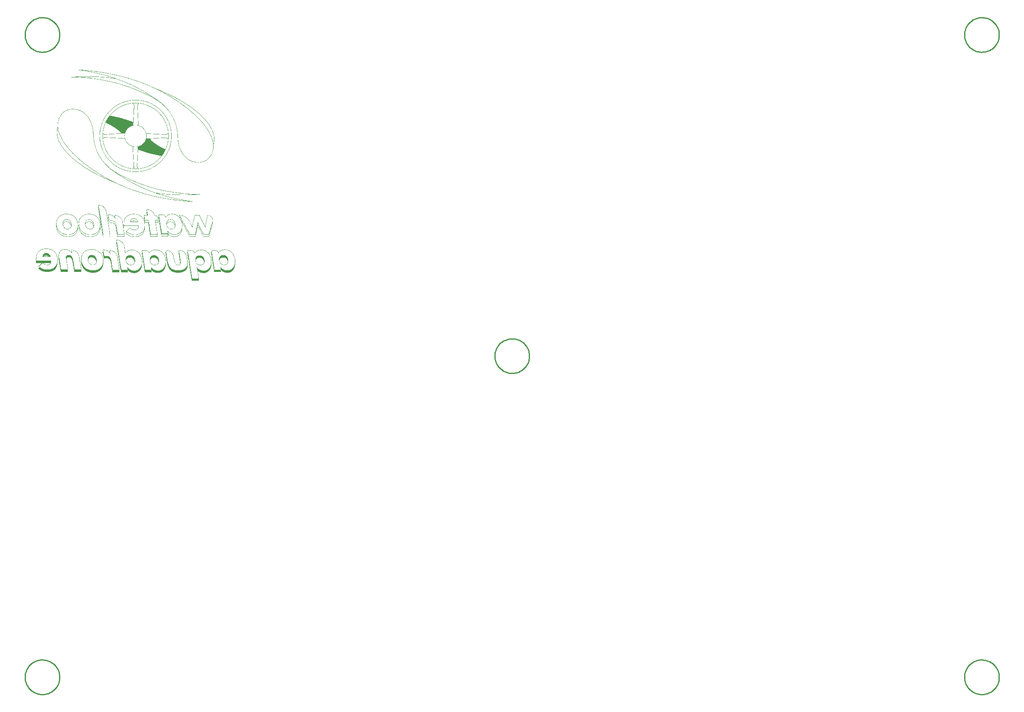
<source format=gbo>
G04 Layer_Color=32896*
%FSLAX25Y25*%
%MOIN*%
G70*
G01*
G75*
%ADD22C,0.01000*%
G36*
X110417Y360246D02*
X111325D01*
Y360133D01*
X111892D01*
Y360020D01*
X112232D01*
Y359906D01*
X112573D01*
Y359793D01*
X112913D01*
Y359679D01*
X113140D01*
Y359566D01*
X113367D01*
Y359452D01*
X113594D01*
Y359339D01*
X113821D01*
Y359226D01*
X113934D01*
Y359112D01*
X114161D01*
Y358999D01*
X114274D01*
Y358885D01*
X114501D01*
Y358772D01*
X114615D01*
Y358658D01*
X114728D01*
Y358545D01*
X114842D01*
Y358431D01*
X115068D01*
Y358318D01*
X115182D01*
Y358204D01*
X115295D01*
Y358091D01*
X115409D01*
Y357978D01*
X115522D01*
Y357864D01*
X115636D01*
Y357751D01*
X115749D01*
Y357637D01*
Y357524D01*
X115863D01*
Y357410D01*
X115976D01*
Y357297D01*
X116089D01*
Y357183D01*
X116203D01*
Y357070D01*
Y356957D01*
X116316D01*
Y356843D01*
X116430D01*
Y356730D01*
X116543D01*
Y356616D01*
Y356503D01*
X116657D01*
Y356389D01*
Y356276D01*
X116770D01*
Y356162D01*
X116884D01*
Y356049D01*
Y355936D01*
X116997D01*
Y355822D01*
Y355709D01*
X117111D01*
Y355595D01*
Y355482D01*
X117224D01*
Y355368D01*
Y355255D01*
X117337D01*
Y355141D01*
Y355028D01*
Y354914D01*
X117451D01*
Y354801D01*
Y354688D01*
X117564D01*
Y354574D01*
Y354461D01*
Y354347D01*
X117678D01*
Y354234D01*
Y354120D01*
Y354007D01*
Y353893D01*
X117791D01*
Y353780D01*
Y353666D01*
Y353553D01*
Y353440D01*
X117905D01*
Y353326D01*
Y353213D01*
Y353099D01*
Y352986D01*
Y352872D01*
X118018D01*
Y352759D01*
Y352645D01*
Y352532D01*
Y352419D01*
Y352305D01*
Y352192D01*
Y352078D01*
X118132D01*
Y351965D01*
Y351851D01*
Y351738D01*
Y351624D01*
Y351511D01*
Y351397D01*
Y351284D01*
Y351171D01*
Y351057D01*
Y350944D01*
Y350830D01*
Y350717D01*
Y350603D01*
Y350490D01*
Y350377D01*
Y350263D01*
Y350150D01*
Y350036D01*
Y349923D01*
Y349809D01*
Y349696D01*
X118018D01*
Y349582D01*
Y349469D01*
Y349356D01*
Y349242D01*
Y349129D01*
Y349015D01*
Y348902D01*
Y348788D01*
Y348675D01*
Y348561D01*
Y348448D01*
Y348334D01*
Y348221D01*
Y348108D01*
Y347994D01*
Y347881D01*
Y347767D01*
Y347654D01*
X117905D01*
Y347540D01*
Y347427D01*
Y347313D01*
Y347200D01*
Y347087D01*
Y346973D01*
X117791D01*
Y346860D01*
Y346746D01*
Y346633D01*
Y346519D01*
X117678D01*
Y346406D01*
Y346292D01*
Y346179D01*
X117564D01*
Y346065D01*
Y345952D01*
Y345839D01*
X117451D01*
Y345725D01*
Y345612D01*
Y345498D01*
X117337D01*
Y345385D01*
Y345271D01*
X117224D01*
Y345158D01*
Y345044D01*
X117111D01*
Y344931D01*
Y344817D01*
X116997D01*
Y344704D01*
X116884D01*
Y344591D01*
Y344477D01*
X116770D01*
Y344364D01*
X116657D01*
Y344250D01*
Y344137D01*
X116543D01*
Y344023D01*
X116430D01*
Y343910D01*
X116316D01*
Y343796D01*
Y343683D01*
X116203D01*
Y343570D01*
X116089D01*
Y343456D01*
X115976D01*
Y343343D01*
X115863D01*
Y343229D01*
X115749D01*
Y343116D01*
X115636D01*
Y343002D01*
X115409D01*
Y342889D01*
X115295D01*
Y342775D01*
X115182D01*
Y342662D01*
X114955D01*
Y342548D01*
X114842D01*
Y342435D01*
X114615D01*
Y342322D01*
X114388D01*
Y342208D01*
X114161D01*
Y342095D01*
X113821D01*
Y341981D01*
X113480D01*
Y341868D01*
X112913D01*
Y341754D01*
X110644D01*
Y341868D01*
X110077D01*
Y341981D01*
X109623D01*
Y342095D01*
X109396D01*
Y342208D01*
X109056D01*
Y342322D01*
X108829D01*
Y342435D01*
X108602D01*
Y342548D01*
X108375D01*
Y342662D01*
X108148D01*
Y342775D01*
X108035D01*
Y342889D01*
X107808D01*
Y343002D01*
X107694D01*
Y343116D01*
X107467D01*
Y343229D01*
X107354D01*
Y343343D01*
X107240D01*
Y343456D01*
X107127D01*
Y343570D01*
X107014D01*
Y343683D01*
X106900D01*
Y343796D01*
X106787D01*
Y343910D01*
X106673D01*
Y344023D01*
X106560D01*
Y343910D01*
Y343796D01*
Y343683D01*
Y343570D01*
Y343456D01*
Y343343D01*
Y343229D01*
Y343116D01*
X106673D01*
Y343002D01*
Y342889D01*
Y342775D01*
Y342662D01*
Y342548D01*
Y342435D01*
Y342322D01*
X101341D01*
Y342435D01*
Y342548D01*
Y342662D01*
X101228D01*
Y342775D01*
Y342889D01*
Y343002D01*
Y343116D01*
Y343229D01*
Y343343D01*
X101114D01*
Y343456D01*
Y343570D01*
Y343683D01*
Y343796D01*
Y343910D01*
Y344023D01*
X101001D01*
Y344137D01*
Y344250D01*
Y344364D01*
Y344477D01*
Y344591D01*
Y344704D01*
Y344817D01*
X100887D01*
Y344931D01*
Y345044D01*
Y345158D01*
Y345271D01*
Y345385D01*
Y345498D01*
X100774D01*
Y345612D01*
Y345725D01*
Y345839D01*
Y345952D01*
Y346065D01*
Y346179D01*
X100661D01*
Y346292D01*
Y346406D01*
Y346519D01*
Y346633D01*
Y346746D01*
Y346860D01*
Y346973D01*
X100547D01*
Y347087D01*
Y347200D01*
Y347313D01*
Y347427D01*
Y347540D01*
Y347654D01*
X100434D01*
Y347767D01*
Y347881D01*
Y347994D01*
Y348108D01*
Y348221D01*
Y348334D01*
X100320D01*
Y348448D01*
Y348561D01*
Y348675D01*
Y348788D01*
Y348902D01*
Y349015D01*
Y349129D01*
X100207D01*
Y349242D01*
Y349356D01*
Y349469D01*
Y349582D01*
Y349696D01*
Y349809D01*
X100093D01*
Y349923D01*
Y350036D01*
Y350150D01*
Y350263D01*
Y350377D01*
Y350490D01*
X99980D01*
Y350603D01*
Y350717D01*
Y350830D01*
Y350944D01*
Y351057D01*
Y351171D01*
X99866D01*
Y351284D01*
Y351397D01*
Y351511D01*
Y351624D01*
Y351738D01*
Y351851D01*
Y351965D01*
X99753D01*
Y352078D01*
Y352192D01*
Y352305D01*
Y352419D01*
Y352532D01*
Y352645D01*
X99639D01*
Y352759D01*
Y352872D01*
Y352986D01*
Y353099D01*
Y353213D01*
Y353326D01*
X99526D01*
Y353440D01*
Y353553D01*
Y353666D01*
Y353780D01*
Y353893D01*
Y354007D01*
Y354120D01*
X99413D01*
Y354234D01*
Y354347D01*
Y354461D01*
Y354574D01*
Y354688D01*
Y354801D01*
X99299D01*
Y354914D01*
Y355028D01*
Y355141D01*
Y355255D01*
Y355368D01*
Y355482D01*
X99186D01*
Y355595D01*
Y355709D01*
Y355822D01*
Y355936D01*
Y356049D01*
Y356162D01*
Y356276D01*
X99072D01*
Y356389D01*
Y356503D01*
Y356616D01*
Y356730D01*
Y356843D01*
Y356957D01*
X98959D01*
Y357070D01*
Y357183D01*
Y357297D01*
Y357410D01*
Y357524D01*
Y357637D01*
X98845D01*
Y357751D01*
Y357864D01*
Y357978D01*
Y358091D01*
X99186D01*
Y358204D01*
Y358318D01*
Y358431D01*
X99072D01*
Y358545D01*
Y358658D01*
Y358772D01*
Y358885D01*
Y358999D01*
Y359112D01*
X98959D01*
Y359226D01*
Y359339D01*
Y359452D01*
Y359566D01*
Y359679D01*
Y359793D01*
X102702D01*
Y359679D01*
X103043D01*
Y359566D01*
X103270D01*
Y359452D01*
X103497D01*
Y359339D01*
X103610D01*
Y359226D01*
X103837D01*
Y359112D01*
X103951D01*
Y358999D01*
X104064D01*
Y358885D01*
X104177D01*
Y358772D01*
Y358658D01*
X104291D01*
Y358545D01*
X104404D01*
Y358431D01*
Y358318D01*
X104518D01*
Y358204D01*
Y358091D01*
X104631D01*
Y357978D01*
Y357864D01*
X104858D01*
Y357978D01*
X104972D01*
Y358091D01*
Y358204D01*
X105085D01*
Y358318D01*
X105198D01*
Y358431D01*
X105312D01*
Y358545D01*
X105425D01*
Y358658D01*
X105539D01*
Y358772D01*
X105652D01*
Y358885D01*
X105879D01*
Y358999D01*
X105993D01*
Y359112D01*
X106106D01*
Y359226D01*
X106333D01*
Y359339D01*
X106446D01*
Y359452D01*
X106673D01*
Y359566D01*
X106900D01*
Y359679D01*
X107127D01*
Y359793D01*
X107354D01*
Y359906D01*
X107581D01*
Y360020D01*
X108035D01*
Y360133D01*
X108488D01*
Y360246D01*
X109283D01*
Y360360D01*
X110417D01*
Y360246D01*
D02*
G37*
G36*
X165780Y360360D02*
X166688D01*
Y360246D01*
X167141D01*
Y360133D01*
X167482D01*
Y360020D01*
X167822D01*
Y359906D01*
X168162D01*
Y359793D01*
X168389D01*
Y359679D01*
X168616D01*
Y359566D01*
X168843D01*
Y359452D01*
X169070D01*
Y359339D01*
X169183D01*
Y359226D01*
X169410D01*
Y359112D01*
X169524D01*
Y358999D01*
X169751D01*
Y358885D01*
X169864D01*
Y358772D01*
X169977D01*
Y358658D01*
X170091D01*
Y358545D01*
X170318D01*
Y358431D01*
X170431D01*
Y358318D01*
X170545D01*
Y358204D01*
X170658D01*
Y358091D01*
X170772D01*
Y357978D01*
X170885D01*
Y357864D01*
Y357751D01*
X170999D01*
Y357637D01*
X171112D01*
Y357524D01*
X171226D01*
Y357410D01*
X171339D01*
Y357297D01*
X171452D01*
Y357183D01*
Y357070D01*
X171566D01*
Y356957D01*
X171679D01*
Y356843D01*
Y356730D01*
X171793D01*
Y356616D01*
X171906D01*
Y356503D01*
Y356389D01*
X172020D01*
Y356276D01*
Y356162D01*
X172133D01*
Y356049D01*
X172247D01*
Y355936D01*
Y355822D01*
X172360D01*
Y355709D01*
Y355595D01*
X172473D01*
Y355482D01*
Y355368D01*
Y355255D01*
X172587D01*
Y355141D01*
Y355028D01*
X172700D01*
Y354914D01*
Y354801D01*
Y354688D01*
X172814D01*
Y354574D01*
Y354461D01*
Y354347D01*
X172927D01*
Y354234D01*
Y354120D01*
Y354007D01*
X173041D01*
Y353893D01*
Y353780D01*
Y353666D01*
Y353553D01*
X173154D01*
Y353440D01*
Y353326D01*
Y353213D01*
Y353099D01*
Y352986D01*
Y352872D01*
X173268D01*
Y352759D01*
Y352645D01*
Y352532D01*
Y352419D01*
Y352305D01*
Y352192D01*
Y352078D01*
Y351965D01*
X173381D01*
Y351851D01*
Y351738D01*
Y351624D01*
Y351511D01*
Y351397D01*
Y351284D01*
Y351171D01*
Y351057D01*
Y350944D01*
Y350830D01*
Y350717D01*
Y350603D01*
Y350490D01*
Y350377D01*
Y350263D01*
Y350150D01*
Y350036D01*
X173268D01*
Y349923D01*
Y349809D01*
Y349696D01*
Y349582D01*
Y349469D01*
Y349356D01*
Y349242D01*
Y349129D01*
Y349015D01*
Y348902D01*
Y348788D01*
Y348675D01*
Y348561D01*
Y348448D01*
Y348334D01*
Y348221D01*
Y348108D01*
Y347994D01*
X173154D01*
Y347881D01*
Y347767D01*
Y347654D01*
Y347540D01*
Y347427D01*
Y347313D01*
Y347200D01*
X173041D01*
Y347087D01*
Y346973D01*
Y346860D01*
Y346746D01*
X172927D01*
Y346633D01*
Y346519D01*
Y346406D01*
Y346292D01*
X172814D01*
Y346179D01*
Y346065D01*
X172700D01*
Y345952D01*
Y345839D01*
Y345725D01*
X172587D01*
Y345612D01*
Y345498D01*
X172473D01*
Y345385D01*
Y345271D01*
X172360D01*
Y345158D01*
Y345044D01*
X172247D01*
Y344931D01*
Y344817D01*
X172133D01*
Y344704D01*
Y344591D01*
X172020D01*
Y344477D01*
X171906D01*
Y344364D01*
Y344250D01*
X171793D01*
Y344137D01*
X171679D01*
Y344023D01*
X171566D01*
Y343910D01*
X171452D01*
Y343796D01*
X171339D01*
Y343683D01*
Y343570D01*
X171226D01*
Y343456D01*
X171112D01*
Y343343D01*
X170885D01*
Y343229D01*
X170772D01*
Y343116D01*
X170658D01*
Y343002D01*
X170545D01*
Y342889D01*
X170318D01*
Y342775D01*
X170204D01*
Y342662D01*
X169977D01*
Y342548D01*
X169751D01*
Y342435D01*
X169524D01*
Y342322D01*
X169297D01*
Y342208D01*
X168956D01*
Y342095D01*
X168616D01*
Y341981D01*
X168049D01*
Y341868D01*
X165893D01*
Y341981D01*
X165326D01*
Y342095D01*
X164986D01*
Y342208D01*
X164646D01*
Y342322D01*
X164305D01*
Y342435D01*
X164078D01*
Y342548D01*
X163851D01*
Y342662D01*
X163624D01*
Y342775D01*
X163398D01*
Y342889D01*
X163284D01*
Y343002D01*
X163057D01*
Y343116D01*
X162944D01*
Y343229D01*
X162717D01*
Y343343D01*
X162603D01*
Y343456D01*
X162490D01*
Y343570D01*
X162376D01*
Y343683D01*
X162263D01*
Y343796D01*
X162036D01*
Y343910D01*
X161923D01*
Y344023D01*
X161809D01*
Y343910D01*
Y343796D01*
Y343683D01*
Y343570D01*
Y343456D01*
Y343343D01*
Y343229D01*
Y343116D01*
X161923D01*
Y343002D01*
Y342889D01*
Y342775D01*
Y342662D01*
Y342548D01*
Y342435D01*
X156591D01*
Y342548D01*
Y342662D01*
X156477D01*
Y342775D01*
Y342889D01*
Y343002D01*
Y343116D01*
Y343229D01*
Y343343D01*
X156364D01*
Y343456D01*
Y343570D01*
Y343683D01*
Y343796D01*
Y343910D01*
Y344023D01*
X156250D01*
Y344137D01*
Y344250D01*
Y344364D01*
Y344477D01*
Y344591D01*
Y344704D01*
Y344817D01*
X156137D01*
Y344931D01*
Y345044D01*
Y345158D01*
Y345271D01*
Y345385D01*
Y345498D01*
X156023D01*
Y345612D01*
Y345725D01*
Y345839D01*
Y345952D01*
Y346065D01*
Y346179D01*
X155910D01*
Y346292D01*
Y346406D01*
Y346519D01*
Y346633D01*
Y346746D01*
Y346860D01*
X155797D01*
Y346973D01*
Y347087D01*
Y347200D01*
Y347313D01*
Y347427D01*
Y347540D01*
Y347654D01*
X155683D01*
Y347767D01*
Y347881D01*
Y347994D01*
Y348108D01*
Y348221D01*
Y348334D01*
X155570D01*
Y348448D01*
Y348561D01*
Y348675D01*
Y348788D01*
Y348902D01*
Y349015D01*
X155456D01*
Y349129D01*
Y349242D01*
Y349356D01*
Y349469D01*
Y349582D01*
Y349696D01*
Y349809D01*
X155343D01*
Y349923D01*
Y350036D01*
Y350150D01*
Y350263D01*
Y350377D01*
Y350490D01*
X155229D01*
Y350603D01*
Y350717D01*
Y350830D01*
Y350944D01*
Y351057D01*
Y351171D01*
X155116D01*
Y351284D01*
Y351397D01*
Y351511D01*
Y351624D01*
Y351738D01*
Y351851D01*
Y351965D01*
X155002D01*
Y352078D01*
Y352192D01*
Y352305D01*
Y352419D01*
Y352532D01*
Y352645D01*
X154889D01*
Y352759D01*
Y352872D01*
Y352986D01*
Y353099D01*
Y353213D01*
Y353326D01*
X154775D01*
Y353440D01*
Y353553D01*
Y353666D01*
Y353780D01*
Y353893D01*
Y354007D01*
Y354120D01*
X154662D01*
Y354234D01*
Y354347D01*
Y354461D01*
Y354574D01*
Y354688D01*
Y354801D01*
X154549D01*
Y354914D01*
Y355028D01*
Y355141D01*
Y355255D01*
Y355368D01*
Y355482D01*
X154435D01*
Y355595D01*
Y355709D01*
Y355822D01*
Y355936D01*
Y356049D01*
Y356162D01*
Y356276D01*
X154322D01*
Y356389D01*
Y356503D01*
Y356616D01*
Y356730D01*
Y356843D01*
Y356957D01*
X154208D01*
Y357070D01*
Y357183D01*
Y357297D01*
Y357410D01*
Y357524D01*
Y357637D01*
X154095D01*
Y357751D01*
Y357864D01*
Y357978D01*
Y358091D01*
Y358204D01*
Y358318D01*
X154435D01*
Y358431D01*
X154322D01*
Y358545D01*
Y358658D01*
Y358772D01*
Y358885D01*
Y358999D01*
Y359112D01*
X154208D01*
Y359226D01*
Y359339D01*
Y359452D01*
Y359566D01*
Y359679D01*
Y359793D01*
X154095D01*
Y359906D01*
X157952D01*
Y359793D01*
X158292D01*
Y359679D01*
X158519D01*
Y359566D01*
X158746D01*
Y359452D01*
X158860D01*
Y359339D01*
X159087D01*
Y359226D01*
X159200D01*
Y359112D01*
X159313D01*
Y358999D01*
X159427D01*
Y358885D01*
Y358772D01*
X159540D01*
Y358658D01*
X159654D01*
Y358545D01*
Y358431D01*
X159767D01*
Y358318D01*
Y358204D01*
X159881D01*
Y358091D01*
Y357978D01*
X159994D01*
Y358091D01*
X160108D01*
Y358204D01*
X160221D01*
Y358318D01*
X160334D01*
Y358431D01*
X160448D01*
Y358545D01*
X160561D01*
Y358658D01*
X160675D01*
Y358772D01*
X160788D01*
Y358885D01*
X160902D01*
Y358999D01*
X161015D01*
Y359112D01*
X161242D01*
Y359226D01*
X161355D01*
Y359339D01*
X161469D01*
Y359452D01*
X161696D01*
Y359566D01*
X161809D01*
Y359679D01*
X162036D01*
Y359793D01*
X162263D01*
Y359906D01*
X162490D01*
Y360020D01*
X162830D01*
Y360133D01*
X163171D01*
Y360246D01*
X163624D01*
Y360360D01*
X164419D01*
Y360473D01*
X165780D01*
Y360360D01*
D02*
G37*
G36*
X45411Y472334D02*
X46319D01*
Y472220D01*
X46999D01*
Y472107D01*
X47453D01*
Y471993D01*
X47907D01*
Y471880D01*
X48247D01*
Y471766D01*
X48701D01*
Y471653D01*
X48928D01*
Y471539D01*
X49268D01*
Y471426D01*
X49609D01*
Y471313D01*
X49836D01*
Y471199D01*
X50062D01*
Y471086D01*
X50403D01*
Y470972D01*
X50630D01*
Y470859D01*
X50857D01*
Y470745D01*
X50970D01*
Y470632D01*
X51197D01*
Y470518D01*
X51424D01*
Y470405D01*
X51651D01*
Y470292D01*
X51764D01*
Y470178D01*
X51991D01*
Y470065D01*
X52105D01*
Y469951D01*
X52331D01*
Y469838D01*
X52445D01*
Y469724D01*
X52558D01*
Y469611D01*
X52785D01*
Y469497D01*
X52899D01*
Y469384D01*
X53012D01*
Y469271D01*
X53239D01*
Y469157D01*
X53352D01*
Y469044D01*
X53466D01*
Y468930D01*
X53579D01*
Y468817D01*
X53693D01*
Y468703D01*
X53806D01*
Y468590D01*
X54033D01*
Y468476D01*
X54147D01*
Y468363D01*
X54260D01*
Y468250D01*
X54374D01*
Y468136D01*
X54487D01*
Y468023D01*
X54600D01*
Y467909D01*
X54714D01*
Y467796D01*
X54827D01*
Y467682D01*
Y467569D01*
X54941D01*
Y467455D01*
X55054D01*
Y467342D01*
X55168D01*
Y467229D01*
X55281D01*
Y467115D01*
X55395D01*
Y467002D01*
X55508D01*
Y466888D01*
X55621D01*
Y466775D01*
Y466661D01*
X55735D01*
Y466548D01*
X55848D01*
Y466434D01*
X55962D01*
Y466321D01*
Y466208D01*
X56075D01*
Y466094D01*
X56189D01*
Y465981D01*
X56302D01*
Y465867D01*
Y465754D01*
X56415D01*
Y465640D01*
X56529D01*
Y465527D01*
Y465413D01*
X56642D01*
Y465300D01*
X56756D01*
Y465186D01*
Y465073D01*
X56869D01*
Y464959D01*
X56983D01*
Y464846D01*
Y464733D01*
X57096D01*
Y464619D01*
Y464506D01*
X57210D01*
Y464392D01*
X57323D01*
Y464279D01*
Y464165D01*
X57437D01*
Y464052D01*
Y463939D01*
X57550D01*
Y463825D01*
Y463712D01*
X57664D01*
Y463598D01*
Y463485D01*
X57777D01*
Y463371D01*
Y463258D01*
X57890D01*
Y463144D01*
Y463031D01*
X58004D01*
Y462918D01*
Y462804D01*
X58117D01*
Y462691D01*
Y462577D01*
X58231D01*
Y462464D01*
Y462350D01*
X58344D01*
Y462237D01*
Y462123D01*
X58458D01*
Y462010D01*
Y461896D01*
Y461783D01*
X58571D01*
Y461669D01*
Y461556D01*
X58684D01*
Y461443D01*
Y461329D01*
Y461216D01*
X58798D01*
Y461102D01*
Y460989D01*
X58911D01*
Y460875D01*
Y460762D01*
Y460648D01*
X59025D01*
Y460535D01*
Y460422D01*
Y460308D01*
X59138D01*
Y460195D01*
Y460081D01*
Y459968D01*
X59252D01*
Y459854D01*
Y459741D01*
Y459627D01*
X59365D01*
Y459514D01*
Y459401D01*
Y459287D01*
X59479D01*
Y459174D01*
Y459060D01*
Y458947D01*
Y458833D01*
X59592D01*
Y458720D01*
Y458606D01*
Y458493D01*
Y458380D01*
X59706D01*
Y458266D01*
Y458153D01*
Y458039D01*
Y457926D01*
X59819D01*
Y457812D01*
Y457699D01*
Y457585D01*
Y457472D01*
X59932D01*
Y457359D01*
Y457245D01*
Y457132D01*
Y457018D01*
Y456905D01*
X60046D01*
Y456791D01*
Y456678D01*
Y456564D01*
Y456451D01*
Y456337D01*
X60159D01*
Y456224D01*
Y456110D01*
Y455997D01*
Y455884D01*
Y455770D01*
Y455657D01*
X60273D01*
Y455543D01*
Y455430D01*
Y455316D01*
Y455203D01*
Y455090D01*
Y454976D01*
Y454863D01*
Y454749D01*
Y454636D01*
X60386D01*
Y454522D01*
Y454409D01*
Y454295D01*
Y454182D01*
Y454069D01*
Y453955D01*
Y453842D01*
Y453728D01*
Y453615D01*
Y453501D01*
Y453388D01*
Y453274D01*
Y453161D01*
Y453047D01*
X60500D01*
Y452934D01*
Y452820D01*
Y452707D01*
Y452594D01*
Y452480D01*
Y452367D01*
Y452253D01*
Y452140D01*
Y452026D01*
Y451913D01*
Y451799D01*
Y451686D01*
Y451573D01*
Y451459D01*
Y451346D01*
Y451232D01*
Y451119D01*
Y451005D01*
Y450892D01*
Y450778D01*
X60613D01*
Y450665D01*
Y450552D01*
Y450438D01*
Y450325D01*
Y450211D01*
Y450098D01*
Y449984D01*
Y449871D01*
Y449757D01*
Y449644D01*
Y449531D01*
Y449417D01*
Y449304D01*
Y449190D01*
X60727D01*
Y449077D01*
Y448963D01*
Y448850D01*
Y448736D01*
Y448623D01*
Y448510D01*
Y448396D01*
Y448283D01*
X60840D01*
Y448169D01*
Y448056D01*
Y447942D01*
Y447829D01*
Y447715D01*
Y447602D01*
Y447488D01*
X60953D01*
Y447375D01*
Y447262D01*
Y447148D01*
Y447035D01*
Y446921D01*
X61067D01*
Y446808D01*
Y446694D01*
Y446581D01*
Y446467D01*
Y446354D01*
Y446241D01*
X61180D01*
Y446127D01*
Y446014D01*
Y445900D01*
Y445787D01*
Y445673D01*
X61294D01*
Y445560D01*
Y445446D01*
Y445333D01*
Y445220D01*
Y445106D01*
X61407D01*
Y444993D01*
Y444879D01*
Y444766D01*
Y444652D01*
X61521D01*
Y444539D01*
Y444425D01*
Y444312D01*
Y444198D01*
X61634D01*
Y444085D01*
Y443972D01*
Y443858D01*
Y443745D01*
Y443631D01*
X61748D01*
Y443518D01*
Y443404D01*
Y443291D01*
Y443177D01*
X61861D01*
Y443064D01*
Y442950D01*
Y442837D01*
X61975D01*
Y442724D01*
Y442610D01*
Y442497D01*
Y442383D01*
X62088D01*
Y442270D01*
Y442156D01*
Y442043D01*
X62201D01*
Y441929D01*
Y441816D01*
Y441703D01*
Y441589D01*
X62315D01*
Y441476D01*
Y441362D01*
Y441249D01*
X62428D01*
Y441135D01*
Y441022D01*
Y440908D01*
X62542D01*
Y440795D01*
Y440682D01*
Y440568D01*
X62655D01*
Y440455D01*
Y440341D01*
Y440228D01*
X62769D01*
Y440114D01*
Y440001D01*
Y439887D01*
X62882D01*
Y439774D01*
Y439661D01*
X62996D01*
Y439547D01*
Y439434D01*
Y439320D01*
X63109D01*
Y439207D01*
Y439093D01*
X63222D01*
Y438980D01*
Y438866D01*
Y438753D01*
X63336D01*
Y438639D01*
Y438526D01*
X63449D01*
Y438413D01*
Y438299D01*
X63563D01*
Y438186D01*
Y438072D01*
Y437959D01*
X63676D01*
Y437845D01*
Y437732D01*
X63790D01*
Y437618D01*
Y437505D01*
X63903D01*
Y437392D01*
Y437278D01*
X64017D01*
Y437165D01*
Y437051D01*
X64130D01*
Y436938D01*
Y436824D01*
X64244D01*
Y436711D01*
Y436597D01*
X64357D01*
Y436484D01*
Y436371D01*
X64470D01*
Y436257D01*
Y436144D01*
X64584D01*
Y436030D01*
Y435917D01*
X64697D01*
Y435803D01*
X64811D01*
Y435690D01*
Y435576D01*
X64924D01*
Y435463D01*
Y435350D01*
X65038D01*
Y435236D01*
Y435123D01*
X65151D01*
Y435009D01*
X65264D01*
Y434896D01*
Y434782D01*
X65378D01*
Y434669D01*
Y434555D01*
X65491D01*
Y434442D01*
X65605D01*
Y434328D01*
Y434215D01*
X65718D01*
Y434101D01*
X65832D01*
Y433988D01*
Y433875D01*
X65945D01*
Y433761D01*
X66059D01*
Y433648D01*
Y433534D01*
X66172D01*
Y433421D01*
X66286D01*
Y433307D01*
Y433194D01*
X66399D01*
Y433080D01*
X66513D01*
Y432967D01*
Y432854D01*
X66626D01*
Y432740D01*
X66739D01*
Y432627D01*
Y432513D01*
X66853D01*
Y432400D01*
X66966D01*
Y432286D01*
X67080D01*
Y432173D01*
Y432059D01*
X67193D01*
Y431946D01*
X67307D01*
Y431833D01*
X67420D01*
Y431719D01*
Y431606D01*
X67533D01*
Y431492D01*
X67647D01*
Y431379D01*
X67760D01*
Y431265D01*
Y431152D01*
X67874D01*
Y431038D01*
X67987D01*
Y430925D01*
X68101D01*
Y430812D01*
X68214D01*
Y430698D01*
Y430585D01*
X68328D01*
Y430471D01*
X68441D01*
Y430358D01*
X68555D01*
Y430244D01*
X68668D01*
Y430131D01*
X68781D01*
Y430017D01*
Y429904D01*
X68895D01*
Y429790D01*
X69008D01*
Y429677D01*
X69122D01*
Y429564D01*
X69235D01*
Y429450D01*
X69349D01*
Y429337D01*
X69462D01*
Y429223D01*
Y429110D01*
X69576D01*
Y428996D01*
X69689D01*
Y428883D01*
X69802D01*
Y428769D01*
X69916D01*
Y428656D01*
X70029D01*
Y428543D01*
X70143D01*
Y428429D01*
X70256D01*
Y428316D01*
X70370D01*
Y428202D01*
X70483D01*
Y428089D01*
X70597D01*
Y427975D01*
X70710D01*
Y427862D01*
X70824D01*
Y427748D01*
X70937D01*
Y427635D01*
X71050D01*
Y427522D01*
X71164D01*
Y427408D01*
X71277D01*
Y427295D01*
X71391D01*
Y427181D01*
X71504D01*
Y427068D01*
X71618D01*
Y426954D01*
X71731D01*
Y426841D01*
X71845D01*
Y426727D01*
X71958D01*
Y426614D01*
X72071D01*
Y426501D01*
X72185D01*
Y426387D01*
X72412D01*
Y426274D01*
X72525D01*
Y426160D01*
X72639D01*
Y426047D01*
X72752D01*
Y425933D01*
X72866D01*
Y425820D01*
X72979D01*
Y425706D01*
X73093D01*
Y425593D01*
X73206D01*
Y425479D01*
X73433D01*
Y425366D01*
X73546D01*
Y425252D01*
X73660D01*
Y425139D01*
X73773D01*
Y425026D01*
X73887D01*
Y424912D01*
X74000D01*
Y424799D01*
X74227D01*
Y424685D01*
X74340D01*
Y424572D01*
X74454D01*
Y424458D01*
X74681D01*
Y424345D01*
X74794D01*
Y424231D01*
X74908D01*
Y424118D01*
X75135D01*
Y424005D01*
X75248D01*
Y423891D01*
X75362D01*
Y423778D01*
X75588D01*
Y423664D01*
X75702D01*
Y423551D01*
X75929D01*
Y423437D01*
X76042D01*
Y423324D01*
X76269D01*
Y423210D01*
X76382D01*
Y423097D01*
X76609D01*
Y422984D01*
X76723D01*
Y422870D01*
X76950D01*
Y422757D01*
X77063D01*
Y422643D01*
X77290D01*
Y422530D01*
X77517D01*
Y422416D01*
X77630D01*
Y422303D01*
X77857D01*
Y422189D01*
X77971D01*
Y422076D01*
X78198D01*
Y421962D01*
X78425D01*
Y421849D01*
X78538D01*
Y421736D01*
X78765D01*
Y421622D01*
X78992D01*
Y421509D01*
X79219D01*
Y421395D01*
X79332D01*
Y421282D01*
X79559D01*
Y421168D01*
X79786D01*
Y421055D01*
X80013D01*
Y420941D01*
X80126D01*
Y420828D01*
X80353D01*
Y420715D01*
X80580D01*
Y420601D01*
X80807D01*
Y420488D01*
X81034D01*
Y420374D01*
X81261D01*
Y420261D01*
X81488D01*
Y420147D01*
X81601D01*
Y420034D01*
X81828D01*
Y419920D01*
X82055D01*
Y419807D01*
X82282D01*
Y419694D01*
X82509D01*
Y419580D01*
X82736D01*
Y419467D01*
X82963D01*
Y419353D01*
X83189D01*
Y419240D01*
X83416D01*
Y419126D01*
X83643D01*
Y419013D01*
X83870D01*
Y418899D01*
X84097D01*
Y418786D01*
X84324D01*
Y418673D01*
X84551D01*
Y418559D01*
X84778D01*
Y418446D01*
X85005D01*
Y418332D01*
X85232D01*
Y418219D01*
X85458D01*
Y418105D01*
X85799D01*
Y417992D01*
X86026D01*
Y417878D01*
X86252D01*
Y417765D01*
X86479D01*
Y417652D01*
X86706D01*
Y417538D01*
X86933D01*
Y417425D01*
X87160D01*
Y417311D01*
X87501D01*
Y417198D01*
X87727D01*
Y417084D01*
X87954D01*
Y416971D01*
X88181D01*
Y416857D01*
X88408D01*
Y416744D01*
X88748D01*
Y416631D01*
X88975D01*
Y416517D01*
X89202D01*
Y416403D01*
X89429D01*
Y416290D01*
X89769D01*
Y416177D01*
X89996D01*
Y416063D01*
X90223D01*
Y415950D01*
X90450D01*
Y415836D01*
X90790D01*
Y415723D01*
X91017D01*
Y415609D01*
X91244D01*
Y415496D01*
X91585D01*
Y415382D01*
X91812D01*
Y415269D01*
X92038D01*
Y415156D01*
X92379D01*
Y415042D01*
X92606D01*
Y414929D01*
X92832D01*
Y414815D01*
X93173D01*
Y414702D01*
X93400D01*
Y414588D01*
X93627D01*
Y414475D01*
X93967D01*
Y414361D01*
X94194D01*
Y414248D01*
X94534D01*
Y414135D01*
X94761D01*
Y414021D01*
X95101D01*
Y413908D01*
X95328D01*
Y413794D01*
X95669D01*
Y413681D01*
X95896D01*
Y413567D01*
X96236D01*
Y413454D01*
X96463D01*
Y413340D01*
X96803D01*
Y413227D01*
X97144D01*
Y413113D01*
X97370D01*
Y413000D01*
X97711D01*
Y412887D01*
X97938D01*
Y412773D01*
X98278D01*
Y412660D01*
X98618D01*
Y412546D01*
X98959D01*
Y412433D01*
X99186D01*
Y412319D01*
X99526D01*
Y412206D01*
X99866D01*
Y412092D01*
X100207D01*
Y411979D01*
X100547D01*
Y411866D01*
X100774D01*
Y411752D01*
X101114D01*
Y411639D01*
X101455D01*
Y411525D01*
X101795D01*
Y411412D01*
X102135D01*
Y411298D01*
X102476D01*
Y411185D01*
X102816D01*
Y411071D01*
X103156D01*
Y410958D01*
X103610D01*
Y410845D01*
X103951D01*
Y410731D01*
X104291D01*
Y410618D01*
X104631D01*
Y410504D01*
X104972D01*
Y410391D01*
X105425D01*
Y410277D01*
X105766D01*
Y410164D01*
X106106D01*
Y410050D01*
X106560D01*
Y409937D01*
X106900D01*
Y409824D01*
X107354D01*
Y409710D01*
X107694D01*
Y409597D01*
X108148D01*
Y409483D01*
X108488D01*
Y409370D01*
X108942D01*
Y409256D01*
X109396D01*
Y409143D01*
X109736D01*
Y409029D01*
X110190D01*
Y408916D01*
X110644D01*
Y408803D01*
X111098D01*
Y408689D01*
X111551D01*
Y408576D01*
X112005D01*
Y408462D01*
X112459D01*
Y408349D01*
X112913D01*
Y408235D01*
X113367D01*
Y408122D01*
X113934D01*
Y408008D01*
X114388D01*
Y407895D01*
X114842D01*
Y407782D01*
X115409D01*
Y407668D01*
X115976D01*
Y407555D01*
X116430D01*
Y407441D01*
X116997D01*
Y407328D01*
X117564D01*
Y407214D01*
X118132D01*
Y407101D01*
X118699D01*
Y406987D01*
X119266D01*
Y406874D01*
X119947D01*
Y406760D01*
X120514D01*
Y406647D01*
X121195D01*
Y406533D01*
X121875D01*
Y406420D01*
X122556D01*
Y406307D01*
X123237D01*
Y406193D01*
X123917D01*
Y406080D01*
X124712D01*
Y405966D01*
X125506D01*
Y405853D01*
X126300D01*
Y405739D01*
X127207D01*
Y405626D01*
X128115D01*
Y405513D01*
X129023D01*
Y405399D01*
X130044D01*
Y405286D01*
X131178D01*
Y405172D01*
X132426D01*
Y405059D01*
X133674D01*
Y404945D01*
X135149D01*
Y404832D01*
X136964D01*
Y404718D01*
X139233D01*
Y404605D01*
X143431D01*
Y404491D01*
X145246D01*
Y404378D01*
Y404265D01*
X144225D01*
Y404151D01*
X142410D01*
Y404038D01*
X140254D01*
Y403924D01*
X136964D01*
Y403811D01*
X128342D01*
Y403924D01*
X125052D01*
Y404038D01*
X122896D01*
Y404151D01*
X121081D01*
Y404265D01*
X119606D01*
Y404378D01*
X118245D01*
Y404491D01*
X116997D01*
Y404605D01*
X115863D01*
Y404718D01*
X114728D01*
Y404832D01*
X113707D01*
Y404945D01*
X112800D01*
Y405059D01*
X111892D01*
Y405172D01*
X111325D01*
Y405059D01*
X111551D01*
Y404945D01*
X111892D01*
Y404832D01*
X112232D01*
Y404718D01*
X112573D01*
Y404605D01*
X113026D01*
Y404491D01*
X113367D01*
Y404378D01*
X113707D01*
Y404265D01*
X114047D01*
Y404151D01*
X114388D01*
Y404038D01*
X114728D01*
Y403924D01*
X115182D01*
Y403811D01*
X115522D01*
Y403697D01*
X115863D01*
Y403584D01*
X116316D01*
Y403470D01*
X116657D01*
Y403357D01*
X117111D01*
Y403243D01*
X117451D01*
Y403130D01*
X117905D01*
Y403017D01*
X118245D01*
Y402903D01*
X118699D01*
Y402790D01*
X119039D01*
Y402676D01*
X119493D01*
Y402563D01*
X119947D01*
Y402449D01*
X120401D01*
Y402336D01*
X120854D01*
Y402222D01*
X121195D01*
Y402109D01*
X121649D01*
Y401996D01*
X122102D01*
Y401882D01*
X122669D01*
Y401769D01*
X123123D01*
Y401655D01*
X123577D01*
Y401542D01*
X124031D01*
Y401428D01*
X124485D01*
Y401315D01*
X125052D01*
Y401201D01*
X125506D01*
Y401088D01*
X126073D01*
Y400975D01*
X126640D01*
Y400861D01*
X127094D01*
Y400748D01*
X127661D01*
Y400634D01*
X128228D01*
Y400521D01*
X128796D01*
Y400407D01*
X129363D01*
Y400294D01*
X130044D01*
Y400180D01*
X130611D01*
Y400067D01*
X131292D01*
Y399954D01*
X131859D01*
Y399840D01*
X132539D01*
Y399727D01*
X133220D01*
Y399613D01*
X133901D01*
Y399500D01*
X134695D01*
Y399386D01*
X135376D01*
Y399273D01*
X136170D01*
Y399159D01*
X137077D01*
Y399046D01*
X137872D01*
Y398933D01*
X138779D01*
Y398819D01*
X139346D01*
Y398706D01*
Y398592D01*
X137304D01*
Y398706D01*
X135489D01*
Y398819D01*
X133901D01*
Y398933D01*
X132539D01*
Y399046D01*
X131292D01*
Y399159D01*
X130044D01*
Y399273D01*
X129023D01*
Y399386D01*
X127888D01*
Y399500D01*
X126980D01*
Y399613D01*
X125960D01*
Y399727D01*
X125052D01*
Y399840D01*
X124258D01*
Y399954D01*
X123464D01*
Y400067D01*
X122669D01*
Y400180D01*
X121875D01*
Y400294D01*
X121081D01*
Y400407D01*
X120401D01*
Y400521D01*
X119720D01*
Y400634D01*
X118926D01*
Y400748D01*
X118358D01*
Y400861D01*
X117678D01*
Y400975D01*
X116997D01*
Y401088D01*
X116430D01*
Y401201D01*
X115749D01*
Y401315D01*
X115182D01*
Y401428D01*
X114615D01*
Y401542D01*
X114047D01*
Y401655D01*
X113480D01*
Y401769D01*
X112913D01*
Y401882D01*
X112346D01*
Y401996D01*
X111778D01*
Y402109D01*
X111325D01*
Y402222D01*
X110757D01*
Y402336D01*
X110304D01*
Y402449D01*
X109736D01*
Y402563D01*
X109283D01*
Y402676D01*
X108829D01*
Y402790D01*
X108262D01*
Y402903D01*
X107808D01*
Y403017D01*
X107354D01*
Y403130D01*
X106900D01*
Y403243D01*
X106446D01*
Y403357D01*
X105993D01*
Y403470D01*
X105539D01*
Y403584D01*
X105085D01*
Y403697D01*
X104631D01*
Y403811D01*
X104291D01*
Y403924D01*
X103837D01*
Y404038D01*
X103383D01*
Y404151D01*
X102929D01*
Y404265D01*
X102589D01*
Y404378D01*
X102135D01*
Y404491D01*
X101795D01*
Y404605D01*
X101341D01*
Y404718D01*
X101001D01*
Y404832D01*
X100547D01*
Y404945D01*
X100207D01*
Y405059D01*
X99753D01*
Y405172D01*
X99413D01*
Y405286D01*
X99072D01*
Y405399D01*
X98618D01*
Y405513D01*
X98278D01*
Y405626D01*
X97938D01*
Y405739D01*
X97597D01*
Y405853D01*
X97257D01*
Y405966D01*
X96803D01*
Y406080D01*
X96463D01*
Y406193D01*
X96122D01*
Y406307D01*
X95782D01*
Y406420D01*
X95442D01*
Y406533D01*
X95101D01*
Y406647D01*
X94761D01*
Y406760D01*
X94421D01*
Y406874D01*
X94081D01*
Y406987D01*
X93740D01*
Y407101D01*
X93400D01*
Y407214D01*
X93059D01*
Y407328D01*
X92719D01*
Y407441D01*
X92492D01*
Y407555D01*
X92152D01*
Y407668D01*
X91812D01*
Y407782D01*
X91471D01*
Y407895D01*
X91131D01*
Y408008D01*
X90904D01*
Y408122D01*
X90564D01*
Y408235D01*
X90223D01*
Y408349D01*
X89996D01*
Y408462D01*
X89656D01*
Y408576D01*
X89316D01*
Y408689D01*
X89089D01*
Y408803D01*
X88748D01*
Y408916D01*
X88408D01*
Y409029D01*
X88181D01*
Y409143D01*
X87841D01*
Y409256D01*
X87614D01*
Y409370D01*
X87274D01*
Y409483D01*
X86933D01*
Y409597D01*
X86706D01*
Y409710D01*
X86366D01*
Y409824D01*
X86139D01*
Y409937D01*
X85799D01*
Y410050D01*
X85572D01*
Y410164D01*
X85345D01*
Y410277D01*
X85005D01*
Y410391D01*
X84778D01*
Y410504D01*
X84437D01*
Y410618D01*
X84210D01*
Y410731D01*
X83983D01*
Y410845D01*
X83643D01*
Y410958D01*
X83416D01*
Y411071D01*
X83076D01*
Y411185D01*
X82849D01*
Y411298D01*
X82622D01*
Y411412D01*
X82395D01*
Y411525D01*
X82055D01*
Y411639D01*
X81828D01*
Y411752D01*
X81601D01*
Y411866D01*
X81261D01*
Y411979D01*
X81034D01*
Y412092D01*
X80807D01*
Y412206D01*
X80580D01*
Y412319D01*
X80353D01*
Y412433D01*
X80013D01*
Y412546D01*
X79786D01*
Y412660D01*
X79559D01*
Y412773D01*
X79332D01*
Y412887D01*
X79105D01*
Y413000D01*
X78765D01*
Y413113D01*
X78538D01*
Y413227D01*
X78311D01*
Y413340D01*
X78084D01*
Y413454D01*
X77857D01*
Y413567D01*
X77517D01*
Y413681D01*
X77290D01*
Y413794D01*
X76950D01*
Y413908D01*
X76723D01*
Y414021D01*
X76382D01*
Y414135D01*
X76156D01*
Y414248D01*
X75815D01*
Y414361D01*
X75588D01*
Y414475D01*
X75248D01*
Y414588D01*
X75021D01*
Y414702D01*
X74681D01*
Y414815D01*
X74454D01*
Y414929D01*
X74114D01*
Y415042D01*
X73887D01*
Y415156D01*
X73660D01*
Y415269D01*
X73319D01*
Y415382D01*
X73093D01*
Y415496D01*
X72866D01*
Y415609D01*
X72525D01*
Y415723D01*
X72298D01*
Y415836D01*
X72071D01*
Y415950D01*
X71731D01*
Y416063D01*
X71504D01*
Y416177D01*
X71277D01*
Y416290D01*
X71050D01*
Y416403D01*
X70710D01*
Y416517D01*
X70483D01*
Y416631D01*
X70256D01*
Y416744D01*
X70029D01*
Y416857D01*
X69802D01*
Y416971D01*
X69462D01*
Y417084D01*
X69235D01*
Y417198D01*
X69008D01*
Y417311D01*
X68781D01*
Y417425D01*
X68555D01*
Y417538D01*
X68328D01*
Y417652D01*
X67987D01*
Y417765D01*
X67760D01*
Y417878D01*
X67533D01*
Y417992D01*
X67307D01*
Y418105D01*
X67080D01*
Y418219D01*
X66853D01*
Y418332D01*
X66626D01*
Y418446D01*
X66399D01*
Y418559D01*
X66172D01*
Y418673D01*
X65945D01*
Y418786D01*
X65718D01*
Y418899D01*
X65491D01*
Y419013D01*
X65264D01*
Y419126D01*
X65038D01*
Y419240D01*
X64811D01*
Y419353D01*
X64584D01*
Y419467D01*
X64357D01*
Y419580D01*
X64130D01*
Y419694D01*
X63903D01*
Y419807D01*
X63676D01*
Y419920D01*
X63449D01*
Y420034D01*
X63222D01*
Y420147D01*
X62996D01*
Y420261D01*
X62769D01*
Y420374D01*
X62542D01*
Y420488D01*
X62428D01*
Y420601D01*
X62201D01*
Y420715D01*
X61975D01*
Y420828D01*
X61748D01*
Y420941D01*
X61521D01*
Y421055D01*
X61294D01*
Y421168D01*
X61067D01*
Y421282D01*
X60953D01*
Y421395D01*
X60727D01*
Y421509D01*
X60500D01*
Y421622D01*
X60273D01*
Y421736D01*
X60046D01*
Y421849D01*
X59819D01*
Y421962D01*
X59706D01*
Y422076D01*
X59479D01*
Y422189D01*
X59252D01*
Y422303D01*
X59025D01*
Y422416D01*
X58911D01*
Y422530D01*
X58684D01*
Y422643D01*
X58458D01*
Y422757D01*
X58231D01*
Y422870D01*
X58117D01*
Y422984D01*
X57890D01*
Y423097D01*
X57664D01*
Y423210D01*
X57550D01*
Y423324D01*
X57323D01*
Y423437D01*
X57096D01*
Y423551D01*
X56869D01*
Y423664D01*
X56756D01*
Y423778D01*
X56529D01*
Y423891D01*
X56302D01*
Y424005D01*
X56189D01*
Y424118D01*
X55962D01*
Y424231D01*
X55848D01*
Y424345D01*
X55621D01*
Y424458D01*
X55395D01*
Y424572D01*
X55281D01*
Y424685D01*
X55054D01*
Y424799D01*
X54827D01*
Y424912D01*
X54714D01*
Y425026D01*
X54487D01*
Y425139D01*
X54374D01*
Y425252D01*
X54147D01*
Y425366D01*
X54033D01*
Y425479D01*
X53806D01*
Y425593D01*
X53579D01*
Y425706D01*
X53466D01*
Y425820D01*
X53239D01*
Y425933D01*
X53126D01*
Y426047D01*
X52899D01*
Y426160D01*
X52785D01*
Y426274D01*
X52558D01*
Y426387D01*
X52445D01*
Y426501D01*
X52218D01*
Y426614D01*
X52105D01*
Y426727D01*
X51878D01*
Y426841D01*
X51764D01*
Y426954D01*
X51537D01*
Y427068D01*
X51424D01*
Y427181D01*
X51197D01*
Y427295D01*
X51083D01*
Y427408D01*
X50857D01*
Y427522D01*
X50743D01*
Y427635D01*
X50630D01*
Y427748D01*
X50403D01*
Y427862D01*
X50289D01*
Y427975D01*
X50062D01*
Y428089D01*
X49949D01*
Y428202D01*
X49836D01*
Y428316D01*
X49609D01*
Y428429D01*
X49495D01*
Y428543D01*
X49268D01*
Y428656D01*
X49155D01*
Y428769D01*
X49041D01*
Y428883D01*
X48814D01*
Y428996D01*
X48701D01*
Y429110D01*
X48588D01*
Y429223D01*
X48361D01*
Y429337D01*
X48247D01*
Y429450D01*
X48134D01*
Y429564D01*
X47907D01*
Y429677D01*
X47793D01*
Y429790D01*
X47680D01*
Y429904D01*
X47453D01*
Y430017D01*
X47340D01*
Y430131D01*
X47226D01*
Y430244D01*
X46999D01*
Y430358D01*
X46886D01*
Y430471D01*
X46772D01*
Y430585D01*
X46659D01*
Y430698D01*
X46432D01*
Y430812D01*
X46319D01*
Y430925D01*
X46205D01*
Y431038D01*
X46092D01*
Y431152D01*
X45865D01*
Y431265D01*
X45751D01*
Y431379D01*
X45638D01*
Y431492D01*
X45524D01*
Y431606D01*
X45298D01*
Y431719D01*
X45184D01*
Y431833D01*
X45071D01*
Y431946D01*
X44957D01*
Y432059D01*
X44844D01*
Y432173D01*
X44617D01*
Y432286D01*
X44503D01*
Y432400D01*
X44390D01*
Y432513D01*
X44276D01*
Y432627D01*
X44163D01*
Y432740D01*
X44050D01*
Y432854D01*
X43823D01*
Y432967D01*
X43709D01*
Y433080D01*
X43596D01*
Y433194D01*
X43482D01*
Y433307D01*
X43369D01*
Y433421D01*
X43255D01*
Y433534D01*
X43142D01*
Y433648D01*
X43029D01*
Y433761D01*
X42802D01*
Y433875D01*
X42688D01*
Y433988D01*
X42575D01*
Y434101D01*
X42461D01*
Y434215D01*
X42348D01*
Y434328D01*
X42235D01*
Y434442D01*
X42121D01*
Y434555D01*
X42008D01*
Y434669D01*
X41894D01*
Y434782D01*
X41781D01*
Y434896D01*
X41667D01*
Y435009D01*
X41554D01*
Y435123D01*
X41440D01*
Y435236D01*
X41327D01*
Y435350D01*
X41213D01*
Y435463D01*
X41100D01*
Y435576D01*
X40986D01*
Y435690D01*
X40873D01*
Y435803D01*
X40760D01*
Y435917D01*
X40646D01*
Y436030D01*
X40533D01*
Y436144D01*
X40419D01*
Y436257D01*
X40306D01*
Y436371D01*
X40192D01*
Y436484D01*
X40079D01*
Y436597D01*
X39966D01*
Y436711D01*
X39852D01*
Y436824D01*
X39739D01*
Y436938D01*
X39625D01*
Y437051D01*
X39512D01*
Y437165D01*
X39398D01*
Y437278D01*
X39285D01*
Y437392D01*
X39171D01*
Y437505D01*
X39058D01*
Y437618D01*
Y437732D01*
X38945D01*
Y437845D01*
X38831D01*
Y437959D01*
X38718D01*
Y438072D01*
X38604D01*
Y438186D01*
X38491D01*
Y438299D01*
X38377D01*
Y438413D01*
X38264D01*
Y438526D01*
X38150D01*
Y438639D01*
Y438753D01*
X38037D01*
Y438866D01*
X37923D01*
Y438980D01*
X37810D01*
Y439093D01*
X37696D01*
Y439207D01*
X37583D01*
Y439320D01*
Y439434D01*
X37470D01*
Y439547D01*
X37356D01*
Y439661D01*
X37243D01*
Y439774D01*
X37129D01*
Y439887D01*
Y440001D01*
X37016D01*
Y440114D01*
X36902D01*
Y440228D01*
X36789D01*
Y440341D01*
X36676D01*
Y440455D01*
Y440568D01*
X36562D01*
Y440682D01*
X36449D01*
Y440795D01*
X36335D01*
Y440908D01*
Y441022D01*
X36222D01*
Y441135D01*
X36108D01*
Y441249D01*
X35995D01*
Y441362D01*
Y441476D01*
X35881D01*
Y441589D01*
X35768D01*
Y441703D01*
Y441816D01*
X35655D01*
Y441929D01*
X35541D01*
Y442043D01*
Y442156D01*
X35428D01*
Y442270D01*
X35314D01*
Y442383D01*
Y442497D01*
X35201D01*
Y442610D01*
X35087D01*
Y442724D01*
Y442837D01*
X34974D01*
Y442950D01*
X34860D01*
Y443064D01*
Y443177D01*
X34747D01*
Y443291D01*
X34633D01*
Y443404D01*
Y443518D01*
X34520D01*
Y443631D01*
X34407D01*
Y443745D01*
Y443858D01*
X34293D01*
Y443972D01*
Y444085D01*
X34180D01*
Y444198D01*
X34066D01*
Y444312D01*
Y444425D01*
X33953D01*
Y444539D01*
Y444652D01*
X33839D01*
Y444766D01*
Y444879D01*
X33726D01*
Y444993D01*
Y445106D01*
X33612D01*
Y445220D01*
X33499D01*
Y445333D01*
Y445446D01*
X33386D01*
Y445560D01*
Y445673D01*
X33272D01*
Y445787D01*
Y445900D01*
X33159D01*
Y446014D01*
Y446127D01*
X33045D01*
Y446241D01*
Y446354D01*
X32932D01*
Y446467D01*
Y446581D01*
X32818D01*
Y446694D01*
Y446808D01*
X32705D01*
Y446921D01*
Y447035D01*
Y447148D01*
X32591D01*
Y447262D01*
Y447375D01*
X32478D01*
Y447488D01*
Y447602D01*
X32364D01*
Y447715D01*
Y447829D01*
Y447942D01*
X32251D01*
Y448056D01*
Y448169D01*
X32138D01*
Y448283D01*
Y448396D01*
Y448510D01*
X32024D01*
Y448623D01*
Y448736D01*
Y448850D01*
Y448963D01*
X31911D01*
Y449077D01*
Y449190D01*
Y449304D01*
X31797D01*
Y449417D01*
Y449531D01*
Y449644D01*
Y449757D01*
X31684D01*
Y449871D01*
Y449984D01*
Y450098D01*
Y450211D01*
X31570D01*
Y450325D01*
Y450438D01*
Y450552D01*
Y450665D01*
Y450778D01*
X31457D01*
Y450892D01*
Y451005D01*
Y451119D01*
Y451232D01*
Y451346D01*
Y451459D01*
X31343D01*
Y451573D01*
Y451686D01*
Y451799D01*
Y451913D01*
Y452026D01*
Y452140D01*
Y452253D01*
Y452367D01*
Y452480D01*
X31230D01*
Y452594D01*
Y452707D01*
Y452820D01*
Y452934D01*
Y453047D01*
Y453161D01*
Y453274D01*
Y453388D01*
Y453501D01*
Y453615D01*
Y453728D01*
Y453842D01*
Y453955D01*
Y454069D01*
Y454182D01*
Y454295D01*
Y454409D01*
Y454522D01*
Y454636D01*
Y454749D01*
Y454863D01*
Y454976D01*
X31343D01*
Y455090D01*
Y455203D01*
Y455316D01*
Y455430D01*
Y455543D01*
Y455657D01*
Y455770D01*
Y455884D01*
Y455997D01*
X31457D01*
Y456110D01*
Y456224D01*
Y456337D01*
Y456451D01*
Y456564D01*
X31570D01*
Y456678D01*
Y456791D01*
Y456905D01*
Y457018D01*
Y457132D01*
X31684D01*
Y457245D01*
Y457359D01*
Y457472D01*
Y457585D01*
X31797D01*
Y457699D01*
Y457812D01*
Y457926D01*
X31911D01*
Y458039D01*
Y458153D01*
Y458266D01*
Y458380D01*
Y458493D01*
Y458606D01*
Y458720D01*
Y458833D01*
Y458947D01*
Y459060D01*
Y459174D01*
Y459287D01*
Y459401D01*
Y459514D01*
Y459627D01*
Y459741D01*
Y459854D01*
Y459968D01*
Y460081D01*
Y460195D01*
Y460308D01*
Y460422D01*
Y460535D01*
Y460648D01*
Y460762D01*
Y460875D01*
X32024D01*
Y460989D01*
Y461102D01*
Y461216D01*
Y461329D01*
Y461443D01*
Y461556D01*
Y461669D01*
Y461783D01*
X32138D01*
Y461896D01*
Y462010D01*
Y462123D01*
Y462237D01*
Y462350D01*
X32251D01*
Y462464D01*
Y462577D01*
Y462691D01*
Y462804D01*
Y462918D01*
X32364D01*
Y463031D01*
Y463144D01*
Y463258D01*
Y463371D01*
X32478D01*
Y463485D01*
Y463598D01*
Y463712D01*
X32591D01*
Y463825D01*
Y463939D01*
Y464052D01*
X32705D01*
Y464165D01*
Y464279D01*
Y464392D01*
X32818D01*
Y464506D01*
Y464619D01*
Y464733D01*
X32932D01*
Y464846D01*
Y464959D01*
X33045D01*
Y465073D01*
Y465186D01*
Y465300D01*
X33159D01*
Y465413D01*
Y465527D01*
X33272D01*
Y465640D01*
Y465754D01*
X33386D01*
Y465867D01*
Y465981D01*
X33499D01*
Y466094D01*
Y466208D01*
X33612D01*
Y466321D01*
Y466434D01*
X33726D01*
Y466548D01*
X33839D01*
Y466661D01*
Y466775D01*
X33953D01*
Y466888D01*
Y467002D01*
X34066D01*
Y467115D01*
X34180D01*
Y467229D01*
Y467342D01*
X34293D01*
Y467455D01*
X34407D01*
Y467569D01*
Y467682D01*
X34520D01*
Y467796D01*
X34633D01*
Y467909D01*
X34747D01*
Y468023D01*
Y468136D01*
X34860D01*
Y468250D01*
X34974D01*
Y468363D01*
X35087D01*
Y468476D01*
X35201D01*
Y468590D01*
X35314D01*
Y468703D01*
X35428D01*
Y468817D01*
X35541D01*
Y468930D01*
X35655D01*
Y469044D01*
X35768D01*
Y469157D01*
X35881D01*
Y469271D01*
X35995D01*
Y469384D01*
X36108D01*
Y469497D01*
X36222D01*
Y469611D01*
X36335D01*
Y469724D01*
X36449D01*
Y469838D01*
X36562D01*
Y469951D01*
X36676D01*
Y470065D01*
X36902D01*
Y470178D01*
X37016D01*
Y470292D01*
X37129D01*
Y470405D01*
X37356D01*
Y470518D01*
X37470D01*
Y470632D01*
X37696D01*
Y470745D01*
X37810D01*
Y470859D01*
X38037D01*
Y470972D01*
X38264D01*
Y471086D01*
X38491D01*
Y471199D01*
X38718D01*
Y471313D01*
X38945D01*
Y471426D01*
X39171D01*
Y471539D01*
X39398D01*
Y471653D01*
X39739D01*
Y471766D01*
X40079D01*
Y471880D01*
X40419D01*
Y471993D01*
X40873D01*
Y472107D01*
X41327D01*
Y472220D01*
X41894D01*
Y472334D01*
X42802D01*
Y472447D01*
X45411D01*
Y472334D01*
D02*
G37*
G36*
X129363Y359906D02*
X129930D01*
Y359793D01*
X130384D01*
Y359679D01*
X130724D01*
Y359566D01*
X130951D01*
Y359452D01*
X131178D01*
Y359339D01*
X131405D01*
Y359226D01*
X131632D01*
Y359112D01*
X131859D01*
Y358999D01*
X131972D01*
Y358885D01*
X132199D01*
Y358772D01*
X132313D01*
Y358658D01*
X132426D01*
Y358545D01*
X132653D01*
Y358431D01*
X132766D01*
Y358318D01*
X132880D01*
Y358204D01*
X132993D01*
Y358091D01*
X133107D01*
Y357978D01*
X133220D01*
Y357864D01*
X133334D01*
Y357751D01*
X133447D01*
Y357637D01*
Y357524D01*
X133561D01*
Y357410D01*
X133674D01*
Y357297D01*
X133788D01*
Y357183D01*
Y357070D01*
X133901D01*
Y356957D01*
X134014D01*
Y356843D01*
Y356730D01*
X134128D01*
Y356616D01*
Y356503D01*
X134241D01*
Y356389D01*
Y356276D01*
X134355D01*
Y356162D01*
Y356049D01*
X134468D01*
Y355936D01*
Y355822D01*
Y355709D01*
X134582D01*
Y355595D01*
Y355482D01*
Y355368D01*
X134695D01*
Y355255D01*
Y355141D01*
Y355028D01*
Y354914D01*
X134809D01*
Y354801D01*
Y354688D01*
Y354574D01*
Y354461D01*
Y354347D01*
Y354234D01*
X134922D01*
Y354120D01*
Y354007D01*
Y353893D01*
Y353780D01*
Y353666D01*
Y353553D01*
X135035D01*
Y353440D01*
Y353326D01*
Y353213D01*
Y353099D01*
Y352986D01*
Y352872D01*
X135149D01*
Y352759D01*
Y352645D01*
Y352532D01*
Y352419D01*
Y352305D01*
Y352192D01*
Y352078D01*
X135262D01*
Y351965D01*
Y351851D01*
Y351738D01*
Y351624D01*
Y351511D01*
Y351397D01*
Y351284D01*
X135376D01*
Y351171D01*
Y351057D01*
Y350944D01*
Y350830D01*
Y350717D01*
Y350603D01*
Y350490D01*
Y350377D01*
Y350263D01*
Y350150D01*
X135489D01*
Y350036D01*
Y349923D01*
Y349809D01*
Y349696D01*
Y349582D01*
Y349469D01*
Y349356D01*
Y349242D01*
Y349129D01*
Y349015D01*
Y348902D01*
X135376D01*
Y348788D01*
Y348675D01*
Y348561D01*
Y348448D01*
Y348334D01*
Y348221D01*
Y348108D01*
Y347994D01*
Y347881D01*
Y347767D01*
Y347654D01*
Y347540D01*
Y347427D01*
Y347313D01*
Y347200D01*
Y347087D01*
Y346973D01*
Y346860D01*
X135262D01*
Y346746D01*
Y346633D01*
Y346519D01*
Y346406D01*
Y346292D01*
X135149D01*
Y346179D01*
Y346065D01*
Y345952D01*
X135035D01*
Y345839D01*
Y345725D01*
Y345612D01*
X134922D01*
Y345498D01*
Y345385D01*
X134809D01*
Y345271D01*
Y345158D01*
X134695D01*
Y345044D01*
Y344931D01*
X134582D01*
Y344817D01*
Y344704D01*
X134468D01*
Y344591D01*
X134355D01*
Y344477D01*
X134241D01*
Y344364D01*
Y344250D01*
X134128D01*
Y344137D01*
X134014D01*
Y344023D01*
X133901D01*
Y343910D01*
X133788D01*
Y343796D01*
X133674D01*
Y343683D01*
X133561D01*
Y343570D01*
X133334D01*
Y343456D01*
X133220D01*
Y343343D01*
X133107D01*
Y343229D01*
X132880D01*
Y343116D01*
X132766D01*
Y343002D01*
X132539D01*
Y342889D01*
X132313D01*
Y342775D01*
X132086D01*
Y342662D01*
X131859D01*
Y342548D01*
X131518D01*
Y342435D01*
X131178D01*
Y342322D01*
X130838D01*
Y342208D01*
X130384D01*
Y342095D01*
X129703D01*
Y341981D01*
X128682D01*
Y341868D01*
X127094D01*
Y341981D01*
X125960D01*
Y342095D01*
X125279D01*
Y342208D01*
X124825D01*
Y342322D01*
X124371D01*
Y342435D01*
X124031D01*
Y342548D01*
X123804D01*
Y342662D01*
X123464D01*
Y342775D01*
X123237D01*
Y342889D01*
X123010D01*
Y343002D01*
X122783D01*
Y343116D01*
X122669D01*
Y343229D01*
X122443D01*
Y343343D01*
X122329D01*
Y343456D01*
X122102D01*
Y343570D01*
X121989D01*
Y343683D01*
X121875D01*
Y343796D01*
X121649D01*
Y343910D01*
X121535D01*
Y344023D01*
X121422D01*
Y344137D01*
X121308D01*
Y344250D01*
X121195D01*
Y344364D01*
Y344477D01*
X121081D01*
Y344591D01*
X120968D01*
Y344704D01*
X120854D01*
Y344817D01*
Y344931D01*
X120741D01*
Y345044D01*
X120627D01*
Y345158D01*
Y345271D01*
X120514D01*
Y345385D01*
Y345498D01*
X120401D01*
Y345612D01*
Y345725D01*
X120287D01*
Y345839D01*
Y345952D01*
X120174D01*
Y346065D01*
Y346179D01*
X120060D01*
Y346292D01*
Y346406D01*
Y346519D01*
X119947D01*
Y346633D01*
Y346746D01*
Y346860D01*
X119833D01*
Y346973D01*
Y347087D01*
X119720D01*
Y347200D01*
Y347313D01*
Y347427D01*
Y347540D01*
X119606D01*
Y347654D01*
Y347767D01*
Y347881D01*
X119493D01*
Y347994D01*
Y348108D01*
Y348221D01*
Y348334D01*
X119379D01*
Y348448D01*
Y348561D01*
Y348675D01*
Y348788D01*
X119266D01*
Y348902D01*
Y349015D01*
Y349129D01*
Y349242D01*
X119153D01*
Y349356D01*
Y349469D01*
Y349582D01*
Y349696D01*
Y349809D01*
X119039D01*
Y349923D01*
Y350036D01*
Y350150D01*
Y350263D01*
Y350377D01*
X118926D01*
Y350490D01*
Y350603D01*
Y350717D01*
Y350830D01*
Y350944D01*
Y351057D01*
X118812D01*
Y351171D01*
Y351284D01*
Y351397D01*
Y351511D01*
Y351624D01*
Y351738D01*
Y351851D01*
X118699D01*
Y351965D01*
Y352078D01*
Y352192D01*
Y352305D01*
Y352419D01*
Y352532D01*
X118585D01*
Y352645D01*
Y352759D01*
Y352872D01*
Y352986D01*
Y353099D01*
Y353213D01*
Y353326D01*
X118472D01*
Y353440D01*
Y353553D01*
Y353666D01*
Y353780D01*
Y353893D01*
Y354007D01*
X118358D01*
Y354120D01*
Y354234D01*
Y354347D01*
Y354461D01*
Y354574D01*
Y354688D01*
X118245D01*
Y354801D01*
Y354914D01*
Y355028D01*
Y355141D01*
Y355255D01*
Y355368D01*
Y355482D01*
X118132D01*
Y355595D01*
Y355709D01*
Y355822D01*
Y355936D01*
Y356049D01*
Y356162D01*
X118018D01*
Y356276D01*
Y356389D01*
Y356503D01*
Y356616D01*
Y356730D01*
Y356843D01*
X117905D01*
Y356957D01*
Y357070D01*
Y357183D01*
Y357297D01*
Y357410D01*
Y357524D01*
Y357637D01*
X117791D01*
Y357751D01*
Y357864D01*
Y357978D01*
Y358091D01*
Y358204D01*
Y358318D01*
X118018D01*
Y358431D01*
Y358545D01*
Y358658D01*
Y358772D01*
Y358885D01*
Y358999D01*
X117905D01*
Y359112D01*
Y359226D01*
Y359339D01*
Y359452D01*
Y359566D01*
Y359679D01*
Y359793D01*
X117791D01*
Y359906D01*
Y360020D01*
X119039D01*
Y359906D01*
X119493D01*
Y359793D01*
X119947D01*
Y359679D01*
X120287D01*
Y359566D01*
X120514D01*
Y359452D01*
X120854D01*
Y359339D01*
X120968D01*
Y359226D01*
X121195D01*
Y359112D01*
X121422D01*
Y358999D01*
X121649D01*
Y358885D01*
X121762D01*
Y358772D01*
X121875D01*
Y358658D01*
X122102D01*
Y358545D01*
X122216D01*
Y358431D01*
X122329D01*
Y358318D01*
X122443D01*
Y358204D01*
X122556D01*
Y358091D01*
X122669D01*
Y357978D01*
X122783D01*
Y357864D01*
X122896D01*
Y357751D01*
X123010D01*
Y357637D01*
X123123D01*
Y357524D01*
Y357410D01*
X123237D01*
Y357297D01*
X123350D01*
Y357183D01*
Y357070D01*
X123464D01*
Y356957D01*
X123577D01*
Y356843D01*
Y356730D01*
X123690D01*
Y356616D01*
Y356503D01*
X123804D01*
Y356389D01*
Y356276D01*
X123917D01*
Y356162D01*
Y356049D01*
X124031D01*
Y355936D01*
Y355822D01*
X124144D01*
Y355709D01*
Y355595D01*
Y355482D01*
X124258D01*
Y355368D01*
Y355255D01*
Y355141D01*
Y355028D01*
X124371D01*
Y354914D01*
Y354801D01*
Y354688D01*
Y354574D01*
Y354461D01*
X124485D01*
Y354347D01*
Y354234D01*
Y354120D01*
Y354007D01*
Y353893D01*
Y353780D01*
X124598D01*
Y353666D01*
Y353553D01*
Y353440D01*
Y353326D01*
Y353213D01*
Y353099D01*
X124712D01*
Y352986D01*
Y352872D01*
Y352759D01*
Y352645D01*
Y352532D01*
Y352419D01*
X124825D01*
Y352305D01*
Y352192D01*
Y352078D01*
Y351965D01*
Y351851D01*
X124938D01*
Y351738D01*
Y351624D01*
Y351511D01*
Y351397D01*
X125052D01*
Y351284D01*
Y351171D01*
Y351057D01*
X125165D01*
Y350944D01*
Y350830D01*
Y350717D01*
X125279D01*
Y350603D01*
Y350490D01*
Y350377D01*
X125392D01*
Y350263D01*
Y350150D01*
Y350036D01*
X125506D01*
Y349923D01*
Y349809D01*
X125619D01*
Y349696D01*
Y349582D01*
X125733D01*
Y349469D01*
Y349356D01*
X125846D01*
Y349242D01*
X125960D01*
Y349129D01*
Y349015D01*
X126073D01*
Y348902D01*
X126186D01*
Y348788D01*
X126300D01*
Y348675D01*
X126413D01*
Y348561D01*
X126527D01*
Y348448D01*
X126640D01*
Y348334D01*
X126867D01*
Y348221D01*
X127094D01*
Y348108D01*
X127548D01*
Y347994D01*
X127888D01*
Y348108D01*
X128455D01*
Y348221D01*
X128796D01*
Y348334D01*
X128909D01*
Y348448D01*
X129023D01*
Y348561D01*
X129136D01*
Y348675D01*
X129250D01*
Y348788D01*
X129363D01*
Y348902D01*
Y349015D01*
X129476D01*
Y349129D01*
Y349242D01*
Y349356D01*
Y349469D01*
Y349582D01*
Y349696D01*
Y349809D01*
Y349923D01*
Y350036D01*
X129363D01*
Y350150D01*
Y350263D01*
Y350377D01*
Y350490D01*
Y350603D01*
Y350717D01*
Y350830D01*
X129250D01*
Y350944D01*
Y351057D01*
Y351171D01*
Y351284D01*
Y351397D01*
Y351511D01*
Y351624D01*
X129136D01*
Y351738D01*
Y351851D01*
Y351965D01*
Y352078D01*
Y352192D01*
Y352305D01*
Y352419D01*
X129023D01*
Y352532D01*
Y352645D01*
Y352759D01*
Y352872D01*
Y352986D01*
Y353099D01*
X128909D01*
Y353213D01*
Y353326D01*
Y353440D01*
Y353553D01*
Y353666D01*
Y353780D01*
X128796D01*
Y353893D01*
Y354007D01*
Y354120D01*
Y354234D01*
Y354347D01*
Y354461D01*
Y354574D01*
X128682D01*
Y354688D01*
Y354801D01*
Y354914D01*
Y355028D01*
Y355141D01*
Y355255D01*
X128569D01*
Y355368D01*
Y355482D01*
Y355595D01*
Y355709D01*
Y355822D01*
Y355936D01*
X128455D01*
Y356049D01*
Y356162D01*
Y356276D01*
Y356389D01*
Y356503D01*
Y356616D01*
Y356730D01*
X128342D01*
Y356843D01*
Y356957D01*
Y357070D01*
Y357183D01*
Y357297D01*
Y357410D01*
X128228D01*
Y357524D01*
Y357637D01*
Y357751D01*
Y357864D01*
Y357978D01*
Y358091D01*
X128115D01*
Y358204D01*
Y358318D01*
X128455D01*
Y358431D01*
Y358545D01*
Y358658D01*
Y358772D01*
Y358885D01*
X128342D01*
Y358999D01*
Y359112D01*
Y359226D01*
Y359339D01*
Y359452D01*
Y359566D01*
X128228D01*
Y359679D01*
Y359793D01*
Y359906D01*
Y360020D01*
X129363D01*
Y359906D01*
D02*
G37*
G36*
X146834Y360133D02*
X147628D01*
Y360020D01*
X148195D01*
Y359906D01*
X148536D01*
Y359793D01*
X148876D01*
Y359679D01*
X149216D01*
Y359566D01*
X149443D01*
Y359452D01*
X149670D01*
Y359339D01*
X149897D01*
Y359226D01*
X150124D01*
Y359112D01*
X150238D01*
Y358999D01*
X150464D01*
Y358885D01*
X150578D01*
Y358772D01*
X150805D01*
Y358658D01*
X150918D01*
Y358545D01*
X151032D01*
Y358431D01*
X151145D01*
Y358318D01*
X151372D01*
Y358204D01*
X151485D01*
Y358091D01*
X151599D01*
Y357978D01*
X151712D01*
Y357864D01*
X151826D01*
Y357751D01*
X151939D01*
Y357637D01*
X152053D01*
Y357524D01*
Y357410D01*
X152166D01*
Y357297D01*
X152280D01*
Y357183D01*
X152393D01*
Y357070D01*
X152506D01*
Y356957D01*
Y356843D01*
X152620D01*
Y356730D01*
X152733D01*
Y356616D01*
Y356503D01*
X152847D01*
Y356389D01*
X152960D01*
Y356276D01*
Y356162D01*
X153074D01*
Y356049D01*
Y355936D01*
X153187D01*
Y355822D01*
X153301D01*
Y355709D01*
Y355595D01*
X153414D01*
Y355482D01*
Y355368D01*
X153527D01*
Y355255D01*
Y355141D01*
Y355028D01*
X153641D01*
Y354914D01*
Y354801D01*
X153754D01*
Y354688D01*
Y354574D01*
Y354461D01*
X153868D01*
Y354347D01*
Y354234D01*
Y354120D01*
X153981D01*
Y354007D01*
Y353893D01*
Y353780D01*
X154095D01*
Y353666D01*
Y353553D01*
Y353440D01*
Y353326D01*
Y353213D01*
X154208D01*
Y353099D01*
Y352986D01*
Y352872D01*
Y352759D01*
Y352645D01*
X154322D01*
Y352532D01*
Y352419D01*
Y352305D01*
Y352192D01*
Y352078D01*
Y351965D01*
Y351851D01*
Y351738D01*
Y351624D01*
X154435D01*
Y351511D01*
Y351397D01*
Y351284D01*
Y351171D01*
Y351057D01*
Y350944D01*
Y350830D01*
Y350717D01*
Y350603D01*
Y350490D01*
Y350377D01*
Y350263D01*
Y350150D01*
Y350036D01*
Y349923D01*
Y349809D01*
X154322D01*
Y349696D01*
Y349582D01*
Y349469D01*
Y349356D01*
Y349242D01*
Y349129D01*
Y349015D01*
Y348902D01*
Y348788D01*
Y348675D01*
Y348561D01*
Y348448D01*
Y348334D01*
Y348221D01*
Y348108D01*
Y347994D01*
Y347881D01*
Y347767D01*
X154208D01*
Y347654D01*
Y347540D01*
Y347427D01*
Y347313D01*
Y347200D01*
Y347087D01*
X154095D01*
Y346973D01*
Y346860D01*
Y346746D01*
Y346633D01*
Y346519D01*
X153981D01*
Y346406D01*
Y346292D01*
Y346179D01*
X153868D01*
Y346065D01*
Y345952D01*
Y345839D01*
X153754D01*
Y345725D01*
Y345612D01*
Y345498D01*
X153641D01*
Y345385D01*
Y345271D01*
X153527D01*
Y345158D01*
Y345044D01*
X153414D01*
Y344931D01*
Y344817D01*
X153301D01*
Y344704D01*
Y344591D01*
X153187D01*
Y344477D01*
X153074D01*
Y344364D01*
Y344250D01*
X152960D01*
Y344137D01*
X152847D01*
Y344023D01*
Y343910D01*
X152733D01*
Y343796D01*
X152620D01*
Y343683D01*
X152506D01*
Y343570D01*
X152393D01*
Y343456D01*
X152280D01*
Y343343D01*
X152166D01*
Y343229D01*
X152053D01*
Y343116D01*
X151939D01*
Y343002D01*
X151826D01*
Y342889D01*
X151712D01*
Y342775D01*
X151485D01*
Y342662D01*
X151372D01*
Y342548D01*
X151145D01*
Y342435D01*
X151032D01*
Y342322D01*
X150805D01*
Y342208D01*
X150578D01*
Y342095D01*
X150238D01*
Y341981D01*
X150011D01*
Y341868D01*
X149557D01*
Y341754D01*
X148990D01*
Y341641D01*
X147174D01*
Y341754D01*
X146494D01*
Y341868D01*
X146040D01*
Y341981D01*
X145700D01*
Y342095D01*
X145359D01*
Y342208D01*
X145132D01*
Y342322D01*
X144905D01*
Y342435D01*
X144678D01*
Y342548D01*
X144452D01*
Y342662D01*
X144338D01*
Y342775D01*
X144111D01*
Y342889D01*
X143998D01*
Y343002D01*
X143771D01*
Y343116D01*
X143658D01*
Y343229D01*
X143544D01*
Y343116D01*
Y343002D01*
Y342889D01*
Y342775D01*
X143658D01*
Y342662D01*
Y342548D01*
Y342435D01*
Y342322D01*
Y342208D01*
Y342095D01*
X143771D01*
Y341981D01*
Y341868D01*
Y341754D01*
Y341641D01*
Y341528D01*
Y341414D01*
Y341301D01*
X143884D01*
Y341187D01*
Y341074D01*
Y340960D01*
Y340847D01*
Y340733D01*
Y340620D01*
Y340507D01*
X143998D01*
Y340393D01*
Y340280D01*
Y340166D01*
Y340053D01*
Y339939D01*
Y339826D01*
X144111D01*
Y339712D01*
Y339599D01*
Y339485D01*
Y339372D01*
Y339259D01*
Y339145D01*
Y339032D01*
X144225D01*
Y338918D01*
Y338805D01*
Y338691D01*
Y338578D01*
Y338464D01*
Y338351D01*
Y338238D01*
X144338D01*
Y338124D01*
Y338011D01*
Y337897D01*
Y337784D01*
Y337670D01*
Y337557D01*
X144452D01*
Y337443D01*
Y337330D01*
Y337216D01*
Y337103D01*
Y336990D01*
X144111D01*
Y336876D01*
X144225D01*
Y336763D01*
Y336649D01*
Y336536D01*
Y336422D01*
Y336309D01*
Y336195D01*
Y336082D01*
X144338D01*
Y335968D01*
Y335855D01*
Y335742D01*
Y335628D01*
Y335515D01*
Y335401D01*
X138666D01*
Y335515D01*
Y335628D01*
Y335742D01*
Y335855D01*
Y335968D01*
Y336082D01*
X138552D01*
Y336195D01*
Y336309D01*
Y336422D01*
Y336536D01*
Y336649D01*
Y336763D01*
X138439D01*
Y336876D01*
Y336990D01*
Y337103D01*
Y337216D01*
Y337330D01*
Y337443D01*
Y337557D01*
X138325D01*
Y337670D01*
Y337784D01*
Y337897D01*
Y338011D01*
Y338124D01*
Y338238D01*
X138212D01*
Y338351D01*
Y338464D01*
Y338578D01*
Y338691D01*
Y338805D01*
Y338918D01*
X138099D01*
Y339032D01*
Y339145D01*
Y339259D01*
Y339372D01*
Y339485D01*
Y339599D01*
X137985D01*
Y339712D01*
Y339826D01*
Y339939D01*
Y340053D01*
Y340166D01*
Y340280D01*
Y340393D01*
X137872D01*
Y340507D01*
Y340620D01*
Y340733D01*
Y340847D01*
Y340960D01*
Y341074D01*
X137758D01*
Y341187D01*
Y341301D01*
Y341414D01*
Y341528D01*
Y341641D01*
Y341754D01*
X137645D01*
Y341868D01*
Y341981D01*
Y342095D01*
Y342208D01*
Y342322D01*
Y342435D01*
Y342548D01*
X137531D01*
Y342662D01*
Y342775D01*
Y342889D01*
Y343002D01*
Y343116D01*
Y343229D01*
X137418D01*
Y343343D01*
Y343456D01*
Y343570D01*
Y343683D01*
Y343796D01*
Y343910D01*
X137304D01*
Y344023D01*
Y344137D01*
Y344250D01*
Y344364D01*
Y344477D01*
Y344591D01*
X137191D01*
Y344704D01*
Y344817D01*
Y344931D01*
Y345044D01*
Y345158D01*
Y345271D01*
Y345385D01*
X137077D01*
Y345498D01*
Y345612D01*
Y345725D01*
Y345839D01*
Y345952D01*
Y346065D01*
X136964D01*
Y346179D01*
Y346292D01*
Y346406D01*
Y346519D01*
Y346633D01*
Y346746D01*
X136851D01*
Y346860D01*
Y346973D01*
Y347087D01*
Y347200D01*
Y347313D01*
Y347427D01*
Y347540D01*
X136737D01*
Y347654D01*
Y347767D01*
Y347881D01*
Y347994D01*
Y348108D01*
Y348221D01*
X136624D01*
Y348334D01*
Y348448D01*
Y348561D01*
Y348675D01*
Y348788D01*
Y348902D01*
X136510D01*
Y349015D01*
Y349129D01*
Y349242D01*
Y349356D01*
Y349469D01*
Y349582D01*
X136397D01*
Y349696D01*
Y349809D01*
Y349923D01*
Y350036D01*
Y350150D01*
Y350263D01*
Y350377D01*
X136283D01*
Y350490D01*
Y350603D01*
Y350717D01*
Y350830D01*
Y350944D01*
Y351057D01*
X136170D01*
Y351171D01*
Y351284D01*
Y351397D01*
Y351511D01*
Y351624D01*
Y351738D01*
X136056D01*
Y351851D01*
Y351965D01*
Y352078D01*
Y352192D01*
Y352305D01*
Y352419D01*
X135943D01*
Y352532D01*
Y352645D01*
Y352759D01*
Y352872D01*
Y352986D01*
Y353099D01*
Y353213D01*
X135829D01*
Y353326D01*
Y353440D01*
Y353553D01*
Y353666D01*
Y353780D01*
Y353893D01*
X135716D01*
Y354007D01*
Y354120D01*
Y354234D01*
Y354347D01*
Y354461D01*
Y354574D01*
X135603D01*
Y354688D01*
Y354801D01*
Y354914D01*
Y355028D01*
Y355141D01*
Y355255D01*
Y355368D01*
X135489D01*
Y355482D01*
Y355595D01*
Y355709D01*
Y355822D01*
Y355936D01*
Y356049D01*
X135376D01*
Y356162D01*
Y356276D01*
Y356389D01*
Y356503D01*
Y356616D01*
Y356730D01*
X135262D01*
Y356843D01*
Y356957D01*
Y357070D01*
Y357183D01*
Y357297D01*
Y357410D01*
X135149D01*
Y357524D01*
Y357637D01*
Y357751D01*
Y357864D01*
Y357978D01*
Y358091D01*
X135376D01*
Y358204D01*
Y358318D01*
Y358431D01*
Y358545D01*
Y358658D01*
Y358772D01*
Y358885D01*
X135262D01*
Y358999D01*
Y359112D01*
Y359226D01*
Y359339D01*
Y359452D01*
Y359566D01*
X135149D01*
Y359679D01*
Y359793D01*
X138666D01*
Y359679D01*
X139120D01*
Y359566D01*
X139460D01*
Y359452D01*
X139687D01*
Y359339D01*
X139800D01*
Y359226D01*
X140027D01*
Y359112D01*
X140141D01*
Y358999D01*
X140254D01*
Y358885D01*
X140367D01*
Y358772D01*
X140481D01*
Y358658D01*
Y358545D01*
X140594D01*
Y358431D01*
X140708D01*
Y358318D01*
Y358204D01*
X140821D01*
Y358091D01*
Y357978D01*
Y357864D01*
X140935D01*
Y357751D01*
X141048D01*
Y357864D01*
X141162D01*
Y357978D01*
X141275D01*
Y358091D01*
X141388D01*
Y358204D01*
X141502D01*
Y358318D01*
X141615D01*
Y358431D01*
X141729D01*
Y358545D01*
X141842D01*
Y358658D01*
X141956D01*
Y358772D01*
X142069D01*
Y358885D01*
X142296D01*
Y358999D01*
X142410D01*
Y359112D01*
X142636D01*
Y359226D01*
X142750D01*
Y359339D01*
X142977D01*
Y359452D01*
X143204D01*
Y359566D01*
X143431D01*
Y359679D01*
X143658D01*
Y359793D01*
X143884D01*
Y359906D01*
X144225D01*
Y360020D01*
X144792D01*
Y360133D01*
X145586D01*
Y360246D01*
X146834D01*
Y360133D01*
D02*
G37*
G36*
X95669Y479481D02*
X97030D01*
Y479367D01*
X97938D01*
Y479254D01*
X98732D01*
Y479141D01*
X99413D01*
Y479027D01*
X99980D01*
Y478914D01*
X100434D01*
Y478800D01*
X100887D01*
Y478687D01*
X101341D01*
Y478573D01*
X101795D01*
Y478460D01*
X102135D01*
Y478346D01*
X102589D01*
Y478233D01*
X102929D01*
Y478120D01*
X103270D01*
Y478006D01*
X103610D01*
Y477893D01*
X103837D01*
Y477779D01*
X104177D01*
Y477666D01*
X104518D01*
Y477552D01*
X104745D01*
Y477439D01*
X105085D01*
Y477325D01*
X105312D01*
Y477212D01*
X105539D01*
Y477099D01*
X105766D01*
Y476985D01*
X106106D01*
Y476872D01*
X106333D01*
Y476758D01*
X106560D01*
Y476645D01*
X106787D01*
Y476531D01*
X107014D01*
Y476418D01*
X107240D01*
Y476304D01*
X107467D01*
Y476191D01*
X107581D01*
Y476078D01*
X107808D01*
Y475964D01*
X108035D01*
Y475851D01*
X108262D01*
Y475737D01*
X108488D01*
Y475624D01*
X108602D01*
Y475510D01*
X108829D01*
Y475397D01*
X109056D01*
Y475283D01*
X109169D01*
Y475170D01*
X109396D01*
Y475057D01*
X109510D01*
Y474943D01*
X109736D01*
Y474830D01*
X109850D01*
Y474716D01*
X110077D01*
Y474603D01*
X110190D01*
Y474489D01*
X110417D01*
Y474376D01*
X110530D01*
Y474262D01*
X110757D01*
Y474149D01*
X110871D01*
Y474035D01*
X110984D01*
Y473922D01*
X111211D01*
Y473808D01*
X111325D01*
Y473695D01*
X111438D01*
Y473582D01*
X111665D01*
Y473468D01*
X111778D01*
Y473355D01*
X111892D01*
Y473241D01*
X112005D01*
Y473128D01*
X112232D01*
Y473014D01*
X112346D01*
Y472901D01*
X112459D01*
Y472788D01*
X112573D01*
Y472674D01*
X112686D01*
Y472561D01*
X112800D01*
Y472447D01*
X113026D01*
Y472334D01*
X113140D01*
Y472220D01*
X113253D01*
Y472107D01*
X113367D01*
Y471993D01*
X113480D01*
Y471880D01*
X113594D01*
Y471766D01*
X113707D01*
Y471653D01*
X113821D01*
Y471539D01*
X113934D01*
Y471426D01*
X114047D01*
Y471313D01*
X114161D01*
Y471199D01*
X114274D01*
Y471086D01*
X114388D01*
Y470972D01*
X114501D01*
Y470859D01*
X114615D01*
Y470745D01*
X114728D01*
Y470632D01*
X114842D01*
Y470518D01*
X114955D01*
Y470405D01*
X115068D01*
Y470292D01*
X115182D01*
Y470178D01*
X115295D01*
Y470065D01*
X115409D01*
Y469951D01*
X115522D01*
Y469838D01*
Y469724D01*
X115636D01*
Y469611D01*
X115749D01*
Y469497D01*
X115863D01*
Y469384D01*
X115976D01*
Y469271D01*
X116089D01*
Y469157D01*
X116203D01*
Y469044D01*
Y468930D01*
X116316D01*
Y468817D01*
X116430D01*
Y468703D01*
X116543D01*
Y468590D01*
X116657D01*
Y468476D01*
Y468363D01*
X116770D01*
Y468250D01*
X116884D01*
Y468136D01*
X116997D01*
Y468023D01*
Y467909D01*
X117111D01*
Y467796D01*
X117224D01*
Y467682D01*
X117337D01*
Y467569D01*
Y467455D01*
X117451D01*
Y467342D01*
X117564D01*
Y467229D01*
Y467115D01*
X117678D01*
Y467002D01*
X117791D01*
Y466888D01*
Y466775D01*
X117905D01*
Y466661D01*
X118018D01*
Y466548D01*
Y466434D01*
X118132D01*
Y466321D01*
X118245D01*
Y466208D01*
Y466094D01*
X118358D01*
Y465981D01*
X118472D01*
Y465867D01*
Y465754D01*
X118585D01*
Y465640D01*
Y465527D01*
X118699D01*
Y465413D01*
X118812D01*
Y465300D01*
Y465186D01*
X118926D01*
Y465073D01*
Y464959D01*
X119039D01*
Y464846D01*
Y464733D01*
X119153D01*
Y464619D01*
Y464506D01*
X119266D01*
Y464392D01*
X119379D01*
Y464279D01*
Y464165D01*
X119493D01*
Y464052D01*
Y463939D01*
X119606D01*
Y463825D01*
Y463712D01*
X119720D01*
Y463598D01*
Y463485D01*
X119833D01*
Y463371D01*
Y463258D01*
X119947D01*
Y463144D01*
Y463031D01*
Y462918D01*
X120060D01*
Y462804D01*
Y462691D01*
X120174D01*
Y462577D01*
Y462464D01*
X120287D01*
Y462350D01*
Y462237D01*
X120401D01*
Y462123D01*
Y462010D01*
Y461896D01*
X120514D01*
Y461783D01*
Y461669D01*
X120627D01*
Y461556D01*
Y461443D01*
Y461329D01*
X120741D01*
Y461216D01*
Y461102D01*
X120854D01*
Y460989D01*
Y460875D01*
Y460762D01*
X120968D01*
Y460648D01*
Y460535D01*
Y460422D01*
X121081D01*
Y460308D01*
Y460195D01*
Y460081D01*
X121195D01*
Y459968D01*
Y459854D01*
Y459741D01*
X121308D01*
Y459627D01*
Y459514D01*
Y459401D01*
X121422D01*
Y459287D01*
Y459174D01*
Y459060D01*
X121535D01*
Y458947D01*
Y458833D01*
Y458720D01*
X121649D01*
Y458606D01*
Y458493D01*
Y458380D01*
Y458266D01*
X121762D01*
Y458153D01*
Y458039D01*
Y457926D01*
Y457812D01*
X121875D01*
Y457699D01*
Y457585D01*
Y457472D01*
Y457359D01*
X121989D01*
Y457245D01*
Y457132D01*
Y457018D01*
Y456905D01*
Y456791D01*
X122102D01*
Y456678D01*
Y456564D01*
Y456451D01*
Y456337D01*
Y456224D01*
X122216D01*
Y456110D01*
Y455997D01*
Y455884D01*
Y455770D01*
Y455657D01*
Y455543D01*
X122329D01*
Y455430D01*
Y455316D01*
Y455203D01*
Y455090D01*
Y454976D01*
Y454863D01*
X122443D01*
Y454749D01*
Y454636D01*
Y454522D01*
Y454409D01*
Y454295D01*
Y454182D01*
Y454069D01*
Y453955D01*
X122556D01*
Y453842D01*
Y453728D01*
Y453615D01*
Y453501D01*
Y453388D01*
Y453274D01*
Y453161D01*
Y453047D01*
Y452934D01*
Y452820D01*
Y452707D01*
Y452594D01*
Y452480D01*
X122669D01*
Y452367D01*
Y452253D01*
Y452140D01*
Y452026D01*
Y451913D01*
Y451799D01*
Y451686D01*
Y451573D01*
Y451459D01*
Y451346D01*
Y451232D01*
Y451119D01*
Y451005D01*
Y450892D01*
Y450778D01*
Y450665D01*
Y450552D01*
Y450438D01*
Y450325D01*
Y450211D01*
Y450098D01*
Y449984D01*
Y449871D01*
Y449757D01*
Y449644D01*
Y449531D01*
Y449417D01*
Y449304D01*
X122556D01*
Y449190D01*
Y449077D01*
Y448963D01*
Y448850D01*
Y448736D01*
Y448623D01*
Y448510D01*
Y448396D01*
Y448283D01*
Y448169D01*
Y448056D01*
Y447942D01*
X122443D01*
Y447829D01*
Y447715D01*
Y447602D01*
Y447488D01*
Y447375D01*
Y447262D01*
Y447148D01*
Y447035D01*
Y446921D01*
X122329D01*
Y446808D01*
Y446694D01*
Y446581D01*
Y446467D01*
Y446354D01*
Y446241D01*
X122216D01*
Y446127D01*
Y446014D01*
Y445900D01*
Y445787D01*
Y445673D01*
Y445560D01*
X122102D01*
Y445446D01*
Y445333D01*
Y445220D01*
Y445106D01*
Y444993D01*
X121989D01*
Y444879D01*
Y444766D01*
Y444652D01*
Y444539D01*
Y444425D01*
X121875D01*
Y444312D01*
Y444198D01*
Y444085D01*
Y443972D01*
X121762D01*
Y443858D01*
Y443745D01*
Y443631D01*
Y443518D01*
X121649D01*
Y443404D01*
Y443291D01*
Y443177D01*
X121535D01*
Y443064D01*
Y442950D01*
Y442837D01*
Y442724D01*
X121422D01*
Y442610D01*
Y442497D01*
Y442383D01*
X121308D01*
Y442270D01*
Y442156D01*
Y442043D01*
X121195D01*
Y441929D01*
Y441816D01*
Y441703D01*
X121081D01*
Y441589D01*
Y441476D01*
Y441362D01*
X120968D01*
Y441249D01*
Y441135D01*
Y441022D01*
X120854D01*
Y440908D01*
Y440795D01*
Y440682D01*
X120741D01*
Y440568D01*
Y440455D01*
X120627D01*
Y440341D01*
Y440228D01*
Y440114D01*
X120514D01*
Y440001D01*
Y439887D01*
X120401D01*
Y439774D01*
Y439661D01*
Y439547D01*
X120287D01*
Y439434D01*
Y439320D01*
X120174D01*
Y439207D01*
Y439093D01*
X120060D01*
Y438980D01*
Y438866D01*
X119947D01*
Y438753D01*
Y438639D01*
X119833D01*
Y438526D01*
Y438413D01*
X119720D01*
Y438299D01*
Y438186D01*
X119606D01*
Y438072D01*
Y437959D01*
X119493D01*
Y437845D01*
Y437732D01*
X119379D01*
Y437618D01*
Y437505D01*
X119266D01*
Y437392D01*
Y437278D01*
X119153D01*
Y437165D01*
Y437051D01*
X119039D01*
Y436938D01*
Y436824D01*
X118926D01*
Y436711D01*
Y436597D01*
X118812D01*
Y436484D01*
X118699D01*
Y436371D01*
Y436257D01*
X118585D01*
Y436144D01*
Y436030D01*
X118472D01*
Y435917D01*
X118358D01*
Y435803D01*
Y435690D01*
X118245D01*
Y435576D01*
Y435463D01*
X118132D01*
Y435350D01*
X118018D01*
Y435236D01*
Y435123D01*
X117905D01*
Y435009D01*
X117791D01*
Y434896D01*
Y434782D01*
X117678D01*
Y434669D01*
X117564D01*
Y434555D01*
Y434442D01*
X117451D01*
Y434328D01*
X117337D01*
Y434215D01*
X117224D01*
Y434101D01*
Y433988D01*
X117111D01*
Y433875D01*
X116997D01*
Y433761D01*
X116884D01*
Y433648D01*
Y433534D01*
X116770D01*
Y433421D01*
X116657D01*
Y433307D01*
X116543D01*
Y433194D01*
Y433080D01*
X116430D01*
Y432967D01*
X116316D01*
Y432854D01*
X116203D01*
Y432740D01*
X116089D01*
Y432627D01*
Y432513D01*
X115976D01*
Y432400D01*
X115863D01*
Y432286D01*
X115749D01*
Y432173D01*
X115636D01*
Y432059D01*
X115522D01*
Y431946D01*
X115409D01*
Y431833D01*
Y431719D01*
X115295D01*
Y431606D01*
X115182D01*
Y431492D01*
X115068D01*
Y431379D01*
X114955D01*
Y431265D01*
X114842D01*
Y431152D01*
X114728D01*
Y431038D01*
X114615D01*
Y430925D01*
X114501D01*
Y430812D01*
X114388D01*
Y430698D01*
X114274D01*
Y430585D01*
X114161D01*
Y430471D01*
X114047D01*
Y430358D01*
X113934D01*
Y430244D01*
X113821D01*
Y430131D01*
X113707D01*
Y430017D01*
X113594D01*
Y429904D01*
X113480D01*
Y429790D01*
X113367D01*
Y429677D01*
X113253D01*
Y429564D01*
X113140D01*
Y429450D01*
X112913D01*
Y429337D01*
X112800D01*
Y429223D01*
X112686D01*
Y429110D01*
X112573D01*
Y428996D01*
X112459D01*
Y428883D01*
X112346D01*
Y428769D01*
X112119D01*
Y428656D01*
X112005D01*
Y428543D01*
X111892D01*
Y428429D01*
X111778D01*
Y428316D01*
X111551D01*
Y428202D01*
X111438D01*
Y428089D01*
X111325D01*
Y427975D01*
X111098D01*
Y427862D01*
X110984D01*
Y427748D01*
X110871D01*
Y427635D01*
X110644D01*
Y427522D01*
X110530D01*
Y427408D01*
X110304D01*
Y427295D01*
X110190D01*
Y427181D01*
X110077D01*
Y427068D01*
X109850D01*
Y426954D01*
X109736D01*
Y426841D01*
X109510D01*
Y426727D01*
X109283D01*
Y426614D01*
X109169D01*
Y426501D01*
X108942D01*
Y426387D01*
X108829D01*
Y426274D01*
X108602D01*
Y426160D01*
X108375D01*
Y426047D01*
X108262D01*
Y425933D01*
X108035D01*
Y425820D01*
X107808D01*
Y425706D01*
X107581D01*
Y425593D01*
X107354D01*
Y425479D01*
X107127D01*
Y425366D01*
X106900D01*
Y425252D01*
X106673D01*
Y425139D01*
X106446D01*
Y425026D01*
X106219D01*
Y424912D01*
X105993D01*
Y424799D01*
X105766D01*
Y424685D01*
X105539D01*
Y424572D01*
X105198D01*
Y424458D01*
X104972D01*
Y424345D01*
X104745D01*
Y424231D01*
X104404D01*
Y424118D01*
X104064D01*
Y424005D01*
X103837D01*
Y423891D01*
X103497D01*
Y423778D01*
X103156D01*
Y423664D01*
X102816D01*
Y423551D01*
X102476D01*
Y423437D01*
X102135D01*
Y423324D01*
X101681D01*
Y423210D01*
X101228D01*
Y423097D01*
X100774D01*
Y422984D01*
X100320D01*
Y422870D01*
X99866D01*
Y422757D01*
X99186D01*
Y422643D01*
X98618D01*
Y422530D01*
X97824D01*
Y422416D01*
X96803D01*
Y422303D01*
X95215D01*
Y422189D01*
X92719D01*
Y422303D01*
X91131D01*
Y422416D01*
X90110D01*
Y422530D01*
X89316D01*
Y422643D01*
X88748D01*
Y422757D01*
X88068D01*
Y422870D01*
X87614D01*
Y422984D01*
X87160D01*
Y423097D01*
X86706D01*
Y423210D01*
X86252D01*
Y423324D01*
X85799D01*
Y423437D01*
X85458D01*
Y423551D01*
X85118D01*
Y423664D01*
X84778D01*
Y423778D01*
X84437D01*
Y423891D01*
X84097D01*
Y424005D01*
X83870D01*
Y424118D01*
X83530D01*
Y424231D01*
X83189D01*
Y424345D01*
X82963D01*
Y424458D01*
X82736D01*
Y424572D01*
X82395D01*
Y424685D01*
X82168D01*
Y424799D01*
X81941D01*
Y424912D01*
X81715D01*
Y425026D01*
X81488D01*
Y425139D01*
X81261D01*
Y425252D01*
X81034D01*
Y425366D01*
X80807D01*
Y425479D01*
X80580D01*
Y425593D01*
X80353D01*
Y425706D01*
X80126D01*
Y425820D01*
X79899D01*
Y425933D01*
X79786D01*
Y426047D01*
X79559D01*
Y426160D01*
X79332D01*
Y426274D01*
X79105D01*
Y426387D01*
X78992D01*
Y426501D01*
X78765D01*
Y426614D01*
X78651D01*
Y426727D01*
X78425D01*
Y426841D01*
X78198D01*
Y426954D01*
X78084D01*
Y427068D01*
X77857D01*
Y427181D01*
X77744D01*
Y427295D01*
X77630D01*
Y427408D01*
X77403D01*
Y427522D01*
X77290D01*
Y427635D01*
X77063D01*
Y427748D01*
X76950D01*
Y427862D01*
X76836D01*
Y427975D01*
X76609D01*
Y428089D01*
X76496D01*
Y428202D01*
X76382D01*
Y428316D01*
X76156D01*
Y428429D01*
X76042D01*
Y428543D01*
X75929D01*
Y428656D01*
X75815D01*
Y428769D01*
X75588D01*
Y428883D01*
X75475D01*
Y428996D01*
X75362D01*
Y429110D01*
X75248D01*
Y429223D01*
X75135D01*
Y429337D01*
X75021D01*
Y429450D01*
X74794D01*
Y429564D01*
X74681D01*
Y429677D01*
X74567D01*
Y429790D01*
X74454D01*
Y429904D01*
X74340D01*
Y430017D01*
X74227D01*
Y430131D01*
X74114D01*
Y430244D01*
X74000D01*
Y430358D01*
X73887D01*
Y430471D01*
X73773D01*
Y430585D01*
X73660D01*
Y430698D01*
X73546D01*
Y430812D01*
X73433D01*
Y430925D01*
X73319D01*
Y431038D01*
X73206D01*
Y431152D01*
X73093D01*
Y431265D01*
X72979D01*
Y431379D01*
X72866D01*
Y431492D01*
X72752D01*
Y431606D01*
X72639D01*
Y431719D01*
X72525D01*
Y431833D01*
Y431946D01*
X72412D01*
Y432059D01*
X72298D01*
Y432173D01*
X72185D01*
Y432286D01*
X72071D01*
Y432400D01*
X71958D01*
Y432513D01*
X71845D01*
Y432627D01*
Y432740D01*
X71731D01*
Y432854D01*
X71618D01*
Y432967D01*
X71504D01*
Y433080D01*
X71391D01*
Y433194D01*
Y433307D01*
X71277D01*
Y433421D01*
X71164D01*
Y433534D01*
X71050D01*
Y433648D01*
Y433761D01*
X70937D01*
Y433875D01*
X70824D01*
Y433988D01*
X70710D01*
Y434101D01*
Y434215D01*
X70597D01*
Y434328D01*
X70483D01*
Y434442D01*
X70370D01*
Y434555D01*
Y434669D01*
X70256D01*
Y434782D01*
X70143D01*
Y434896D01*
Y435009D01*
X70029D01*
Y435123D01*
X69916D01*
Y435236D01*
Y435350D01*
X69802D01*
Y435463D01*
X69689D01*
Y435576D01*
Y435690D01*
X69576D01*
Y435803D01*
Y435917D01*
X69462D01*
Y436030D01*
X69349D01*
Y436144D01*
Y436257D01*
X69235D01*
Y436371D01*
Y436484D01*
X69122D01*
Y436597D01*
X69008D01*
Y436711D01*
Y436824D01*
X68895D01*
Y436938D01*
Y437051D01*
X68781D01*
Y437165D01*
Y437278D01*
X68668D01*
Y437392D01*
Y437505D01*
X68555D01*
Y437618D01*
Y437732D01*
X68441D01*
Y437845D01*
Y437959D01*
X68328D01*
Y438072D01*
Y438186D01*
X68214D01*
Y438299D01*
Y438413D01*
X68101D01*
Y438526D01*
Y438639D01*
X67987D01*
Y438753D01*
Y438866D01*
X67874D01*
Y438980D01*
Y439093D01*
X67760D01*
Y439207D01*
Y439320D01*
X67647D01*
Y439434D01*
Y439547D01*
X67533D01*
Y439661D01*
Y439774D01*
Y439887D01*
X67420D01*
Y440001D01*
Y440114D01*
X67307D01*
Y440228D01*
Y440341D01*
Y440455D01*
X67193D01*
Y440568D01*
Y440682D01*
X67080D01*
Y440795D01*
Y440908D01*
Y441022D01*
X66966D01*
Y441135D01*
Y441249D01*
Y441362D01*
X66853D01*
Y441476D01*
Y441589D01*
Y441703D01*
X66739D01*
Y441816D01*
Y441929D01*
Y442043D01*
X66626D01*
Y442156D01*
Y442270D01*
Y442383D01*
X66513D01*
Y442497D01*
Y442610D01*
Y442724D01*
X66399D01*
Y442837D01*
Y442950D01*
Y443064D01*
Y443177D01*
X66286D01*
Y443291D01*
Y443404D01*
Y443518D01*
X66172D01*
Y443631D01*
Y443745D01*
Y443858D01*
Y443972D01*
X66059D01*
Y444085D01*
Y444198D01*
Y444312D01*
Y444425D01*
X65945D01*
Y444539D01*
Y444652D01*
Y444766D01*
Y444879D01*
Y444993D01*
X65832D01*
Y445106D01*
Y445220D01*
Y445333D01*
Y445446D01*
Y445560D01*
X65718D01*
Y445673D01*
Y445787D01*
Y445900D01*
Y446014D01*
Y446127D01*
Y446241D01*
X65605D01*
Y446354D01*
Y446467D01*
Y446581D01*
Y446694D01*
Y446808D01*
Y446921D01*
X65491D01*
Y447035D01*
Y447148D01*
Y447262D01*
Y447375D01*
Y447488D01*
Y447602D01*
Y447715D01*
Y447829D01*
Y447942D01*
X65378D01*
Y448056D01*
Y448169D01*
Y448283D01*
Y448396D01*
Y448510D01*
Y448623D01*
Y448736D01*
Y448850D01*
Y448963D01*
Y449077D01*
Y449190D01*
Y449304D01*
Y449417D01*
X65264D01*
Y449531D01*
Y449644D01*
Y449757D01*
Y449871D01*
Y449984D01*
Y450098D01*
Y450211D01*
Y450325D01*
Y450438D01*
Y450552D01*
Y450665D01*
Y450778D01*
Y450892D01*
Y451005D01*
Y451119D01*
Y451232D01*
Y451346D01*
Y451459D01*
Y451573D01*
Y451686D01*
Y451799D01*
Y451913D01*
Y452026D01*
Y452140D01*
Y452253D01*
Y452367D01*
Y452480D01*
X65378D01*
Y452594D01*
Y452707D01*
Y452820D01*
Y452934D01*
Y453047D01*
Y453161D01*
Y453274D01*
Y453388D01*
Y453501D01*
Y453615D01*
Y453728D01*
Y453842D01*
X65491D01*
Y453955D01*
Y454069D01*
Y454182D01*
Y454295D01*
Y454409D01*
Y454522D01*
Y454636D01*
Y454749D01*
Y454863D01*
X65605D01*
Y454976D01*
Y455090D01*
Y455203D01*
Y455316D01*
Y455430D01*
Y455543D01*
X65718D01*
Y455657D01*
Y455770D01*
Y455884D01*
Y455997D01*
Y456110D01*
Y456224D01*
X65832D01*
Y456337D01*
Y456451D01*
Y456564D01*
Y456678D01*
Y456791D01*
X65945D01*
Y456905D01*
Y457018D01*
Y457132D01*
Y457245D01*
Y457359D01*
X66059D01*
Y457472D01*
Y457585D01*
Y457699D01*
Y457812D01*
X66172D01*
Y457926D01*
Y458039D01*
Y458153D01*
Y458266D01*
X66286D01*
Y458380D01*
Y458493D01*
Y458606D01*
Y458720D01*
X66399D01*
Y458833D01*
Y458947D01*
Y459060D01*
X66513D01*
Y459174D01*
Y459287D01*
Y459401D01*
X66626D01*
Y459514D01*
Y459627D01*
Y459741D01*
X66739D01*
Y459854D01*
Y459968D01*
Y460081D01*
X66853D01*
Y460195D01*
Y460308D01*
Y460422D01*
X66966D01*
Y460535D01*
Y460648D01*
Y460762D01*
X67080D01*
Y460875D01*
Y460989D01*
Y461102D01*
X67193D01*
Y461216D01*
Y461329D01*
X67307D01*
Y461443D01*
Y461556D01*
Y461669D01*
X67420D01*
Y461783D01*
Y461896D01*
X67533D01*
Y462010D01*
Y462123D01*
Y462237D01*
X67647D01*
Y462350D01*
Y462464D01*
X67760D01*
Y462577D01*
Y462691D01*
X67874D01*
Y462804D01*
Y462918D01*
X67987D01*
Y463031D01*
Y463144D01*
Y463258D01*
X68101D01*
Y463371D01*
Y463485D01*
X68214D01*
Y463598D01*
Y463712D01*
X68328D01*
Y463825D01*
Y463939D01*
X68441D01*
Y464052D01*
Y464165D01*
X68555D01*
Y464279D01*
Y464392D01*
X68668D01*
Y464506D01*
X68781D01*
Y464619D01*
Y464733D01*
X68895D01*
Y464846D01*
Y464959D01*
X69008D01*
Y465073D01*
Y465186D01*
X69122D01*
Y465300D01*
Y465413D01*
X69235D01*
Y465527D01*
X69349D01*
Y465640D01*
Y465754D01*
X69462D01*
Y465867D01*
Y465981D01*
X69576D01*
Y466094D01*
X69689D01*
Y466208D01*
Y466321D01*
X69802D01*
Y466434D01*
X69916D01*
Y466548D01*
Y466661D01*
X70029D01*
Y466775D01*
X70143D01*
Y466888D01*
Y467002D01*
X70256D01*
Y467115D01*
X70370D01*
Y467229D01*
Y467342D01*
X70483D01*
Y467455D01*
X70597D01*
Y467569D01*
Y467682D01*
X70710D01*
Y467796D01*
X70824D01*
Y467909D01*
X70937D01*
Y468023D01*
Y468136D01*
X71050D01*
Y468250D01*
X71164D01*
Y468363D01*
X71277D01*
Y468476D01*
Y468590D01*
X71391D01*
Y468703D01*
X71504D01*
Y468817D01*
X71618D01*
Y468930D01*
X71731D01*
Y469044D01*
Y469157D01*
X71845D01*
Y469271D01*
X71958D01*
Y469384D01*
X72071D01*
Y469497D01*
X72185D01*
Y469611D01*
X72298D01*
Y469724D01*
X72412D01*
Y469838D01*
Y469951D01*
X72525D01*
Y470065D01*
X72639D01*
Y470178D01*
X72752D01*
Y470292D01*
X72866D01*
Y470405D01*
X72979D01*
Y470518D01*
X73093D01*
Y470632D01*
X73206D01*
Y470745D01*
X73319D01*
Y470859D01*
X73433D01*
Y470972D01*
X73546D01*
Y471086D01*
X73660D01*
Y471199D01*
X73773D01*
Y471313D01*
X73887D01*
Y471426D01*
X74000D01*
Y471539D01*
X74114D01*
Y471653D01*
X74227D01*
Y471766D01*
X74340D01*
Y471880D01*
X74454D01*
Y471993D01*
X74567D01*
Y472107D01*
X74681D01*
Y472220D01*
X74794D01*
Y472334D01*
X74908D01*
Y472447D01*
X75135D01*
Y472561D01*
X75248D01*
Y472674D01*
X75362D01*
Y472788D01*
X75475D01*
Y472901D01*
X75588D01*
Y473014D01*
X75702D01*
Y473128D01*
X75929D01*
Y473241D01*
X76042D01*
Y473355D01*
X76156D01*
Y473468D01*
X76269D01*
Y473582D01*
X76496D01*
Y473695D01*
X76609D01*
Y473808D01*
X76723D01*
Y473922D01*
X76950D01*
Y474035D01*
X77063D01*
Y474149D01*
X77177D01*
Y474262D01*
X77403D01*
Y474376D01*
X77517D01*
Y474489D01*
X77744D01*
Y474603D01*
X77857D01*
Y474716D01*
X78084D01*
Y474830D01*
X78198D01*
Y474943D01*
X78425D01*
Y475057D01*
X78538D01*
Y475170D01*
X78765D01*
Y475283D01*
X78878D01*
Y475397D01*
X79105D01*
Y475510D01*
X79332D01*
Y475624D01*
X79446D01*
Y475737D01*
X79672D01*
Y475851D01*
X79899D01*
Y475964D01*
X80126D01*
Y476078D01*
X80353D01*
Y476191D01*
X80467D01*
Y476304D01*
X80694D01*
Y476418D01*
X80920D01*
Y476531D01*
X81147D01*
Y476645D01*
X81374D01*
Y476758D01*
X81601D01*
Y476872D01*
X81828D01*
Y476985D01*
X82168D01*
Y477099D01*
X82395D01*
Y477212D01*
X82622D01*
Y477325D01*
X82849D01*
Y477439D01*
X83189D01*
Y477552D01*
X83416D01*
Y477666D01*
X83757D01*
Y477779D01*
X84097D01*
Y477893D01*
X84324D01*
Y478006D01*
X84664D01*
Y478120D01*
X85005D01*
Y478233D01*
X85345D01*
Y478346D01*
X85799D01*
Y478460D01*
X86139D01*
Y478573D01*
X86593D01*
Y478687D01*
X87047D01*
Y478800D01*
X87501D01*
Y478914D01*
X87954D01*
Y479027D01*
X88521D01*
Y479141D01*
X89202D01*
Y479254D01*
X89996D01*
Y479367D01*
X90904D01*
Y479481D01*
X92265D01*
Y479594D01*
X95669D01*
Y479481D01*
D02*
G37*
G36*
X104404Y392126D02*
X104972D01*
Y392012D01*
X105425D01*
Y391899D01*
X105766D01*
Y391785D01*
X105993D01*
Y391672D01*
X106219D01*
Y391558D01*
X106446D01*
Y391445D01*
X106560D01*
Y391331D01*
X106787D01*
Y391218D01*
X106900D01*
Y391105D01*
X107127D01*
Y390991D01*
X107240D01*
Y390878D01*
X107354D01*
Y390764D01*
X107467D01*
Y390651D01*
X107581D01*
Y390537D01*
X107694D01*
Y390424D01*
X107808D01*
Y390310D01*
X107921D01*
Y390197D01*
X108035D01*
Y390084D01*
Y389970D01*
X108148D01*
Y389857D01*
X108262D01*
Y389743D01*
Y389630D01*
X108375D01*
Y389516D01*
Y389403D01*
X108488D01*
Y389289D01*
X108602D01*
Y389176D01*
Y389062D01*
Y388949D01*
X108715D01*
Y388836D01*
Y388722D01*
X108829D01*
Y388609D01*
Y388495D01*
Y388382D01*
X108942D01*
Y388268D01*
Y388155D01*
Y388041D01*
Y387928D01*
X109056D01*
Y387814D01*
X109283D01*
Y387701D01*
X109850D01*
Y387588D01*
X110077D01*
Y387474D01*
X110417D01*
Y387361D01*
X110530D01*
Y387247D01*
X110757D01*
Y387134D01*
X110871D01*
Y387020D01*
X110984D01*
Y386907D01*
X111098D01*
Y386793D01*
X111211D01*
Y386680D01*
X111325D01*
Y386567D01*
X111438D01*
Y386453D01*
X111551D01*
Y386340D01*
Y386226D01*
X111665D01*
Y386113D01*
Y385999D01*
X111778D01*
Y385886D01*
Y385772D01*
X111892D01*
Y385659D01*
Y385546D01*
Y385432D01*
Y385319D01*
X112005D01*
Y385205D01*
Y385092D01*
Y384978D01*
Y384865D01*
Y384751D01*
Y384638D01*
X112119D01*
Y384524D01*
Y384411D01*
Y384298D01*
Y384184D01*
Y384071D01*
Y383957D01*
X112232D01*
Y383844D01*
Y383730D01*
Y383617D01*
X111892D01*
Y383504D01*
Y383390D01*
Y383277D01*
X112005D01*
Y383163D01*
Y383050D01*
Y382936D01*
Y382823D01*
Y382709D01*
Y382596D01*
Y382482D01*
X112119D01*
Y382369D01*
Y382256D01*
Y382142D01*
Y382029D01*
Y381915D01*
X109963D01*
Y381802D01*
Y381688D01*
Y381575D01*
Y381461D01*
X110077D01*
Y381348D01*
Y381235D01*
Y381121D01*
Y381008D01*
Y380894D01*
Y380781D01*
X110190D01*
Y380667D01*
Y380554D01*
Y380440D01*
Y380327D01*
Y380213D01*
Y380100D01*
Y379987D01*
X110304D01*
Y379873D01*
Y379760D01*
Y379646D01*
Y379533D01*
Y379419D01*
Y379306D01*
X110417D01*
Y379192D01*
Y379079D01*
Y378965D01*
Y378852D01*
Y378739D01*
Y378625D01*
X110530D01*
Y378512D01*
Y378398D01*
Y378285D01*
Y378171D01*
Y378058D01*
Y377944D01*
Y377831D01*
X110644D01*
Y377718D01*
Y377604D01*
Y377491D01*
Y377377D01*
Y377264D01*
Y377150D01*
X110757D01*
Y377037D01*
Y376923D01*
Y376810D01*
Y376697D01*
Y376583D01*
Y376470D01*
X110871D01*
Y376356D01*
Y376243D01*
Y376129D01*
Y376016D01*
Y375902D01*
Y375789D01*
X110984D01*
Y375676D01*
Y375562D01*
Y375449D01*
Y375335D01*
Y375222D01*
Y375108D01*
Y374995D01*
X111098D01*
Y374881D01*
Y374768D01*
Y374655D01*
Y374541D01*
Y374428D01*
Y374314D01*
X111211D01*
Y374201D01*
Y374087D01*
Y373974D01*
Y373860D01*
Y373747D01*
Y373633D01*
X111325D01*
Y373520D01*
Y373407D01*
Y373293D01*
Y373180D01*
Y373066D01*
Y372953D01*
Y372839D01*
X111438D01*
Y372726D01*
Y372612D01*
Y372499D01*
Y372386D01*
Y372272D01*
Y372159D01*
X111211D01*
Y372045D01*
Y371932D01*
Y371818D01*
Y371705D01*
Y371591D01*
Y371478D01*
X111325D01*
Y371364D01*
Y371251D01*
Y371138D01*
Y371024D01*
Y370911D01*
Y370797D01*
Y370684D01*
X111438D01*
Y370570D01*
X105766D01*
Y370684D01*
Y370797D01*
Y370911D01*
X105652D01*
Y371024D01*
Y371138D01*
Y371251D01*
Y371364D01*
Y371478D01*
Y371591D01*
X105539D01*
Y371705D01*
Y371818D01*
Y371932D01*
Y372045D01*
Y372159D01*
Y372272D01*
X105425D01*
Y372386D01*
Y372499D01*
Y372612D01*
Y372726D01*
Y372839D01*
Y372953D01*
Y373066D01*
X105312D01*
Y373180D01*
Y373293D01*
Y373407D01*
Y373520D01*
Y373633D01*
Y373747D01*
X105198D01*
Y373860D01*
Y373974D01*
Y374087D01*
Y374201D01*
Y374314D01*
Y374428D01*
Y374541D01*
X105085D01*
Y374655D01*
Y374768D01*
Y374881D01*
Y374995D01*
Y375108D01*
Y375222D01*
X104972D01*
Y375335D01*
Y375449D01*
Y375562D01*
Y375676D01*
Y375789D01*
Y375902D01*
X104858D01*
Y376016D01*
Y376129D01*
Y376243D01*
Y376356D01*
Y376470D01*
Y376583D01*
Y376697D01*
X104745D01*
Y376810D01*
Y376923D01*
Y377037D01*
Y377150D01*
Y377264D01*
Y377377D01*
X104631D01*
Y377491D01*
Y377604D01*
Y377718D01*
Y377831D01*
Y377944D01*
Y378058D01*
X104518D01*
Y378171D01*
Y378285D01*
Y378398D01*
Y378512D01*
Y378625D01*
Y378739D01*
Y378852D01*
X104404D01*
Y378965D01*
Y379079D01*
Y379192D01*
Y379306D01*
Y379419D01*
Y379533D01*
X104291D01*
Y379646D01*
Y379760D01*
Y379873D01*
Y379987D01*
Y380100D01*
Y380213D01*
Y380327D01*
X104177D01*
Y380440D01*
Y380554D01*
Y380667D01*
Y380781D01*
Y380894D01*
Y381008D01*
X104064D01*
Y381121D01*
Y381235D01*
Y381348D01*
Y381461D01*
Y381575D01*
Y381688D01*
X103951D01*
Y381802D01*
Y381915D01*
X101341D01*
Y381802D01*
Y381688D01*
Y381575D01*
Y381461D01*
Y381348D01*
Y381235D01*
Y381121D01*
X101455D01*
Y381008D01*
Y380894D01*
Y380781D01*
Y380667D01*
Y380554D01*
Y380440D01*
Y380327D01*
Y380213D01*
Y380100D01*
Y379987D01*
Y379873D01*
Y379760D01*
Y379646D01*
Y379533D01*
Y379419D01*
Y379306D01*
Y379192D01*
Y379079D01*
Y378965D01*
Y378852D01*
Y378739D01*
Y378625D01*
X101341D01*
Y378512D01*
Y378398D01*
Y378285D01*
Y378171D01*
Y378058D01*
Y377944D01*
Y377831D01*
Y377718D01*
Y377604D01*
Y377491D01*
Y377377D01*
Y377264D01*
Y377150D01*
Y377037D01*
Y376923D01*
Y376810D01*
Y376697D01*
Y376583D01*
X101228D01*
Y376470D01*
Y376356D01*
Y376243D01*
Y376129D01*
Y376016D01*
X101114D01*
Y375902D01*
Y375789D01*
Y375676D01*
Y375562D01*
X101001D01*
Y375449D01*
Y375335D01*
Y375222D01*
Y375108D01*
X100887D01*
Y374995D01*
Y374881D01*
X100774D01*
Y374768D01*
Y374655D01*
Y374541D01*
X100661D01*
Y374428D01*
Y374314D01*
X100547D01*
Y374201D01*
Y374087D01*
X100434D01*
Y373974D01*
Y373860D01*
X100320D01*
Y373747D01*
X100207D01*
Y373633D01*
Y373520D01*
X100093D01*
Y373407D01*
X99980D01*
Y373293D01*
Y373180D01*
X99866D01*
Y373066D01*
X99753D01*
Y372953D01*
X99639D01*
Y372839D01*
X99526D01*
Y372726D01*
X99413D01*
Y372612D01*
X99299D01*
Y372499D01*
X99186D01*
Y372386D01*
X99072D01*
Y372272D01*
X98959D01*
Y372159D01*
X98845D01*
Y372045D01*
X98732D01*
Y371932D01*
X98505D01*
Y371818D01*
X98391D01*
Y371705D01*
X98165D01*
Y371591D01*
X97938D01*
Y371478D01*
X97824D01*
Y371364D01*
X97597D01*
Y371251D01*
X97257D01*
Y371138D01*
X97030D01*
Y371024D01*
X96690D01*
Y370911D01*
X96349D01*
Y370797D01*
X95896D01*
Y370684D01*
X95328D01*
Y370570D01*
X94421D01*
Y370457D01*
X92379D01*
Y370570D01*
X91358D01*
Y370684D01*
X90790D01*
Y370797D01*
X90337D01*
Y370911D01*
X89883D01*
Y371024D01*
X89543D01*
Y371138D01*
X89316D01*
Y371251D01*
X88975D01*
Y371364D01*
X88748D01*
Y371478D01*
X88521D01*
Y371591D01*
X88295D01*
Y371705D01*
X88068D01*
Y371818D01*
X87954D01*
Y371932D01*
X87727D01*
Y372045D01*
X87614D01*
Y372159D01*
X87387D01*
Y372272D01*
X87274D01*
Y372386D01*
X87047D01*
Y372499D01*
X86933D01*
Y372612D01*
X86820D01*
Y372726D01*
X86706D01*
Y372839D01*
X86593D01*
Y372953D01*
X86479D01*
Y373066D01*
X86366D01*
Y373180D01*
X86479D01*
Y373293D01*
X86593D01*
Y373407D01*
X86706D01*
Y373520D01*
X86820D01*
Y373633D01*
X86933D01*
Y373747D01*
X87047D01*
Y373860D01*
X87160D01*
Y373974D01*
X87274D01*
Y374087D01*
X87160D01*
Y374201D01*
X87047D01*
Y374314D01*
X86820D01*
Y374428D01*
X86706D01*
Y374541D01*
X86593D01*
Y374655D01*
X86479D01*
Y374768D01*
Y374881D01*
X86593D01*
Y374995D01*
X86706D01*
Y375108D01*
X86820D01*
Y375222D01*
X86933D01*
Y375335D01*
X87047D01*
Y375449D01*
X87160D01*
Y375562D01*
X87274D01*
Y375676D01*
X87387D01*
Y375789D01*
X87501D01*
Y375902D01*
X87614D01*
Y376016D01*
X87727D01*
Y376129D01*
X87841D01*
Y376243D01*
X87954D01*
Y376356D01*
X88068D01*
Y376470D01*
X88181D01*
Y376583D01*
X88295D01*
Y376697D01*
X88408D01*
Y376810D01*
X88521D01*
Y376923D01*
X88635D01*
Y377037D01*
X88748D01*
Y377150D01*
X88862D01*
Y377264D01*
X88975D01*
Y377377D01*
Y377491D01*
X84551D01*
Y377604D01*
Y377718D01*
Y377831D01*
Y377944D01*
Y378058D01*
X84437D01*
Y378171D01*
Y378285D01*
Y378398D01*
Y378512D01*
Y378625D01*
Y378739D01*
Y378852D01*
Y378965D01*
Y379079D01*
Y379192D01*
Y379306D01*
Y379419D01*
Y379533D01*
Y379646D01*
Y379760D01*
Y379873D01*
Y379987D01*
Y380100D01*
Y380213D01*
Y380327D01*
Y380440D01*
X84551D01*
Y380554D01*
Y380667D01*
Y380781D01*
X84437D01*
Y380894D01*
X84551D01*
Y381008D01*
Y381121D01*
Y381235D01*
Y381348D01*
Y381461D01*
Y381575D01*
Y381688D01*
Y381802D01*
Y381915D01*
Y382029D01*
Y382142D01*
Y382256D01*
Y382369D01*
X84664D01*
Y382482D01*
Y382596D01*
Y382709D01*
Y382823D01*
Y382936D01*
X84778D01*
Y383050D01*
Y383163D01*
Y383277D01*
Y383390D01*
X84891D01*
Y383504D01*
Y383617D01*
Y383730D01*
Y383844D01*
X85005D01*
Y383957D01*
Y384071D01*
X85118D01*
Y384184D01*
Y384298D01*
Y384411D01*
X85232D01*
Y384524D01*
Y384638D01*
X85345D01*
Y384751D01*
Y384865D01*
X85458D01*
Y384978D01*
Y385092D01*
X85572D01*
Y385205D01*
Y385319D01*
X85685D01*
Y385432D01*
X85799D01*
Y385546D01*
Y385659D01*
X85912D01*
Y385772D01*
X86026D01*
Y385886D01*
Y385999D01*
X86139D01*
Y386113D01*
X86252D01*
Y386226D01*
X86366D01*
Y386340D01*
X86479D01*
Y386453D01*
X86593D01*
Y386567D01*
X86706D01*
Y386680D01*
X86820D01*
Y386793D01*
X86933D01*
Y386907D01*
X87047D01*
Y387020D01*
X87160D01*
Y387134D01*
X87274D01*
Y387247D01*
X87501D01*
Y387361D01*
X87614D01*
Y387474D01*
X87727D01*
Y387588D01*
X87954D01*
Y387701D01*
X88068D01*
Y387814D01*
X88295D01*
Y387928D01*
X88521D01*
Y388041D01*
X88748D01*
Y388155D01*
X89089D01*
Y388268D01*
X89316D01*
Y388382D01*
X89656D01*
Y388495D01*
X90110D01*
Y388609D01*
X90564D01*
Y388722D01*
X91244D01*
Y388836D01*
X93740D01*
Y388722D01*
X94534D01*
Y388609D01*
X95101D01*
Y388495D01*
X95442D01*
Y388382D01*
X95782D01*
Y388268D01*
X96122D01*
Y388155D01*
X96349D01*
Y388041D01*
X96690D01*
Y387928D01*
X96917D01*
Y387814D01*
X97144D01*
Y387701D01*
X97257D01*
Y387588D01*
X97484D01*
Y387474D01*
X97711D01*
Y387361D01*
X97824D01*
Y387247D01*
X98051D01*
Y387134D01*
X98165D01*
Y387020D01*
X98278D01*
Y386907D01*
X98391D01*
Y386793D01*
X98618D01*
Y386680D01*
X98732D01*
Y386567D01*
X98845D01*
Y386453D01*
X98959D01*
Y386340D01*
X99072D01*
Y386226D01*
X99186D01*
Y386113D01*
X99299D01*
Y385999D01*
X99413D01*
Y385886D01*
Y385772D01*
X99526D01*
Y385659D01*
X99639D01*
Y385546D01*
X99753D01*
Y385432D01*
X99866D01*
Y385319D01*
Y385205D01*
X99980D01*
Y385092D01*
X100093D01*
Y384978D01*
Y384865D01*
X100207D01*
Y384751D01*
Y384638D01*
X100320D01*
Y384524D01*
X100434D01*
Y384411D01*
Y384298D01*
X100547D01*
Y384184D01*
Y384071D01*
X100661D01*
Y383957D01*
Y383844D01*
X100774D01*
Y383730D01*
Y383617D01*
Y383504D01*
X100887D01*
Y383390D01*
Y383277D01*
X101001D01*
Y383390D01*
Y383504D01*
Y383617D01*
Y383730D01*
X100887D01*
Y383844D01*
Y383957D01*
Y384071D01*
Y384184D01*
Y384298D01*
Y384411D01*
X100774D01*
Y384524D01*
Y384638D01*
Y384751D01*
Y384865D01*
Y384978D01*
Y385092D01*
Y385205D01*
X100661D01*
Y385319D01*
Y385432D01*
Y385546D01*
Y385659D01*
Y385772D01*
Y385886D01*
X100547D01*
Y385999D01*
Y386113D01*
X100887D01*
Y386226D01*
Y386340D01*
Y386453D01*
Y386567D01*
X100774D01*
Y386680D01*
Y386793D01*
Y386907D01*
Y387020D01*
Y387134D01*
Y387247D01*
Y387361D01*
X100661D01*
Y387474D01*
Y387588D01*
Y387701D01*
Y387814D01*
X103043D01*
Y387928D01*
Y388041D01*
Y388155D01*
X102929D01*
Y388268D01*
Y388382D01*
Y388495D01*
Y388609D01*
Y388722D01*
Y388836D01*
X102816D01*
Y388949D01*
Y389062D01*
Y389176D01*
Y389289D01*
Y389403D01*
Y389516D01*
X102702D01*
Y389630D01*
Y389743D01*
Y389857D01*
Y389970D01*
Y390084D01*
Y390197D01*
Y390310D01*
X102589D01*
Y390424D01*
Y390537D01*
X102929D01*
Y390651D01*
Y390764D01*
Y390878D01*
Y390991D01*
X102816D01*
Y391105D01*
Y391218D01*
Y391331D01*
Y391445D01*
Y391558D01*
Y391672D01*
X102702D01*
Y391785D01*
Y391899D01*
Y392012D01*
Y392126D01*
Y392239D01*
X104404D01*
Y392126D01*
D02*
G37*
G36*
X64697Y395869D02*
X65605D01*
Y395756D01*
X66059D01*
Y395642D01*
X66513D01*
Y395529D01*
X66739D01*
Y395416D01*
X67080D01*
Y395302D01*
X67307D01*
Y395189D01*
X67533D01*
Y395075D01*
X67647D01*
Y394962D01*
X67874D01*
Y394848D01*
X68101D01*
Y394735D01*
X68214D01*
Y394621D01*
X68328D01*
Y394508D01*
X68555D01*
Y394394D01*
X68668D01*
Y394281D01*
X68781D01*
Y394168D01*
X68895D01*
Y394054D01*
X69008D01*
Y393941D01*
X69122D01*
Y393827D01*
X69235D01*
Y393714D01*
X69349D01*
Y393600D01*
Y393487D01*
X69462D01*
Y393373D01*
X69576D01*
Y393260D01*
X69689D01*
Y393147D01*
Y393033D01*
X69802D01*
Y392920D01*
X69916D01*
Y392806D01*
Y392693D01*
X70029D01*
Y392579D01*
Y392466D01*
X70143D01*
Y392353D01*
Y392239D01*
X70256D01*
Y392126D01*
Y392012D01*
X70370D01*
Y391899D01*
Y391785D01*
X70483D01*
Y391672D01*
Y391558D01*
Y391445D01*
X70597D01*
Y391331D01*
Y391218D01*
Y391105D01*
X70710D01*
Y390991D01*
Y390878D01*
Y390764D01*
Y390651D01*
Y390537D01*
X70824D01*
Y390424D01*
Y390310D01*
Y390197D01*
Y390084D01*
Y389970D01*
Y389857D01*
X70937D01*
Y389743D01*
Y389630D01*
Y389516D01*
Y389403D01*
Y389289D01*
Y389176D01*
Y389062D01*
X71050D01*
Y388949D01*
Y388836D01*
Y388722D01*
Y388609D01*
Y388495D01*
Y388382D01*
X71164D01*
Y388268D01*
Y388155D01*
Y388041D01*
Y387928D01*
Y387814D01*
Y387701D01*
X71277D01*
Y387588D01*
Y387474D01*
Y387361D01*
Y387247D01*
Y387134D01*
Y387020D01*
X71391D01*
Y386907D01*
Y386793D01*
Y386680D01*
Y386567D01*
Y386453D01*
Y386340D01*
Y386226D01*
X71504D01*
Y386113D01*
Y385999D01*
Y385886D01*
Y385772D01*
Y385659D01*
Y385546D01*
X71618D01*
Y385432D01*
Y385319D01*
Y385205D01*
Y385092D01*
Y384978D01*
Y384865D01*
X71731D01*
Y384751D01*
Y384638D01*
Y384524D01*
Y384411D01*
Y384298D01*
Y384184D01*
Y384071D01*
X71845D01*
Y383957D01*
Y383844D01*
Y383730D01*
Y383617D01*
Y383504D01*
Y383390D01*
X71958D01*
Y383277D01*
Y383163D01*
Y383050D01*
Y382936D01*
Y382823D01*
Y382709D01*
X72071D01*
Y382596D01*
Y382482D01*
Y382369D01*
Y382256D01*
Y382142D01*
Y382029D01*
X72185D01*
Y381915D01*
Y381802D01*
Y381688D01*
Y381575D01*
Y381461D01*
Y381348D01*
Y381235D01*
X72298D01*
Y381121D01*
Y381008D01*
Y380894D01*
Y380781D01*
Y380667D01*
Y380554D01*
X72412D01*
Y380440D01*
Y380327D01*
Y380213D01*
Y380100D01*
Y379987D01*
Y379873D01*
X72525D01*
Y379760D01*
Y379646D01*
Y379533D01*
Y379419D01*
Y379306D01*
Y379192D01*
X72639D01*
Y379079D01*
Y378965D01*
Y378852D01*
Y378739D01*
Y378625D01*
Y378512D01*
Y378398D01*
X72752D01*
Y378285D01*
Y378171D01*
Y378058D01*
Y377944D01*
Y377831D01*
Y377718D01*
X72866D01*
Y377604D01*
Y377491D01*
Y377377D01*
Y377264D01*
Y377150D01*
Y377037D01*
X72979D01*
Y376923D01*
Y376810D01*
Y376697D01*
Y376583D01*
Y376470D01*
Y376356D01*
Y376243D01*
X73093D01*
Y376129D01*
Y376016D01*
Y375902D01*
Y375789D01*
Y375676D01*
Y375562D01*
X73206D01*
Y375449D01*
Y375335D01*
Y375222D01*
Y375108D01*
Y374995D01*
Y374881D01*
X73319D01*
Y374768D01*
Y374655D01*
Y374541D01*
Y374428D01*
Y374314D01*
Y374201D01*
X73433D01*
Y374087D01*
Y373974D01*
Y373860D01*
Y373747D01*
Y373633D01*
Y373520D01*
Y373407D01*
X73546D01*
Y373293D01*
Y373180D01*
Y373066D01*
Y372953D01*
Y372839D01*
Y372726D01*
X73660D01*
Y372612D01*
Y372499D01*
Y372386D01*
Y372272D01*
Y372159D01*
X73319D01*
Y372045D01*
X73433D01*
Y371932D01*
Y371818D01*
Y371705D01*
Y371591D01*
Y371478D01*
Y371364D01*
Y371251D01*
X73546D01*
Y371138D01*
Y371024D01*
Y370911D01*
Y370797D01*
Y370684D01*
Y370570D01*
X73660D01*
Y370457D01*
X67874D01*
Y370570D01*
Y370684D01*
Y370797D01*
Y370911D01*
Y371024D01*
Y371138D01*
X67760D01*
Y371251D01*
Y371364D01*
Y371478D01*
Y371591D01*
Y371705D01*
Y371818D01*
X67647D01*
Y371932D01*
Y372045D01*
Y372159D01*
Y372272D01*
Y372386D01*
Y372499D01*
Y372612D01*
X67533D01*
Y372726D01*
Y372839D01*
Y372953D01*
Y373066D01*
Y373180D01*
Y373293D01*
X67420D01*
Y373407D01*
Y373520D01*
Y373633D01*
Y373747D01*
Y373860D01*
Y373974D01*
X67307D01*
Y374087D01*
Y374201D01*
Y374314D01*
Y374428D01*
Y374541D01*
Y374655D01*
Y374768D01*
X67193D01*
Y374881D01*
Y374995D01*
Y375108D01*
Y375222D01*
Y375335D01*
Y375449D01*
X67080D01*
Y375562D01*
Y375676D01*
Y375789D01*
Y375902D01*
Y376016D01*
Y376129D01*
X66966D01*
Y376243D01*
Y376356D01*
Y376470D01*
Y376583D01*
Y376697D01*
Y376810D01*
X66853D01*
Y376923D01*
Y377037D01*
Y377150D01*
Y377264D01*
Y377377D01*
Y377491D01*
Y377604D01*
X66739D01*
Y377718D01*
Y377831D01*
Y377944D01*
Y378058D01*
Y378171D01*
Y378285D01*
X66626D01*
Y378398D01*
Y378512D01*
Y378625D01*
Y378739D01*
Y378852D01*
Y378965D01*
X66513D01*
Y379079D01*
Y379192D01*
Y379306D01*
Y379419D01*
Y379533D01*
Y379646D01*
X66399D01*
Y379760D01*
Y379873D01*
Y379987D01*
Y380100D01*
Y380213D01*
Y380327D01*
Y380440D01*
X66286D01*
Y380554D01*
Y380667D01*
Y380781D01*
Y380894D01*
Y381008D01*
Y381121D01*
X66172D01*
Y381235D01*
Y381348D01*
Y381461D01*
Y381575D01*
Y381688D01*
Y381802D01*
X66059D01*
Y381915D01*
Y382029D01*
Y382142D01*
Y382256D01*
Y382369D01*
Y382482D01*
X65945D01*
Y382596D01*
Y382709D01*
Y382823D01*
Y382936D01*
Y383050D01*
Y383163D01*
Y383277D01*
X65832D01*
Y383390D01*
Y383504D01*
Y383617D01*
Y383730D01*
Y383844D01*
Y383957D01*
X65718D01*
Y384071D01*
Y384184D01*
Y384298D01*
Y384411D01*
Y384524D01*
Y384638D01*
X65605D01*
Y384751D01*
Y384865D01*
Y384978D01*
Y385092D01*
Y385205D01*
Y385319D01*
X65491D01*
Y385432D01*
Y385546D01*
Y385659D01*
Y385772D01*
Y385886D01*
Y385999D01*
Y386113D01*
X65378D01*
Y386226D01*
Y386340D01*
Y386453D01*
Y386567D01*
Y386680D01*
Y386793D01*
X65264D01*
Y386907D01*
Y387020D01*
Y387134D01*
Y387247D01*
Y387361D01*
Y387474D01*
X65151D01*
Y387588D01*
Y387701D01*
Y387814D01*
Y387928D01*
Y388041D01*
Y388155D01*
X65038D01*
Y388268D01*
Y388382D01*
Y388495D01*
Y388609D01*
Y388722D01*
Y388836D01*
Y388949D01*
X64924D01*
Y389062D01*
Y389176D01*
Y389289D01*
Y389403D01*
Y389516D01*
Y389630D01*
X64811D01*
Y389743D01*
Y389857D01*
Y389970D01*
Y390084D01*
Y390197D01*
Y390310D01*
X64697D01*
Y390424D01*
Y390537D01*
Y390651D01*
Y390764D01*
Y390878D01*
Y390991D01*
X64584D01*
Y391105D01*
Y391218D01*
Y391331D01*
Y391445D01*
Y391558D01*
Y391672D01*
Y391785D01*
X64470D01*
Y391899D01*
Y392012D01*
Y392126D01*
Y392239D01*
Y392353D01*
Y392466D01*
X64357D01*
Y392579D01*
Y392693D01*
Y392806D01*
Y392920D01*
Y393033D01*
Y393147D01*
X64244D01*
Y393260D01*
Y393373D01*
Y393487D01*
Y393600D01*
Y393714D01*
Y393827D01*
X64130D01*
Y393941D01*
Y394054D01*
Y394168D01*
Y394281D01*
X64470D01*
Y394394D01*
Y394508D01*
Y394621D01*
X64357D01*
Y394735D01*
Y394848D01*
Y394962D01*
Y395075D01*
Y395189D01*
Y395302D01*
X64244D01*
Y395416D01*
Y395529D01*
Y395642D01*
Y395756D01*
Y395869D01*
Y395983D01*
X64697D01*
Y395869D01*
D02*
G37*
G36*
X73660Y388155D02*
X74340D01*
Y388041D01*
X74794D01*
Y387928D01*
X75135D01*
Y387814D01*
X75362D01*
Y387701D01*
X75588D01*
Y387588D01*
X75815D01*
Y387474D01*
X76042D01*
Y387361D01*
X76156D01*
Y387247D01*
X76269D01*
Y387134D01*
X76496D01*
Y387020D01*
X76609D01*
Y386907D01*
X76723D01*
Y386793D01*
X76836D01*
Y386680D01*
X76950D01*
Y386567D01*
X77063D01*
Y386453D01*
Y386340D01*
X77177D01*
Y386226D01*
X77403D01*
Y386340D01*
Y386453D01*
Y386567D01*
Y386680D01*
Y386793D01*
Y386907D01*
Y387020D01*
X77290D01*
Y387134D01*
Y387247D01*
Y387361D01*
Y387474D01*
Y387588D01*
Y387701D01*
Y387814D01*
X77177D01*
Y387928D01*
X77744D01*
Y387814D01*
X78651D01*
Y387701D01*
X79105D01*
Y387588D01*
X79446D01*
Y387474D01*
X79672D01*
Y387361D01*
X80013D01*
Y387247D01*
X80240D01*
Y387134D01*
X80467D01*
Y387020D01*
X80580D01*
Y386907D01*
X80807D01*
Y386793D01*
X80920D01*
Y386680D01*
X81147D01*
Y386567D01*
X81261D01*
Y386453D01*
X81374D01*
Y386340D01*
X81488D01*
Y386226D01*
X81601D01*
Y386113D01*
X81828D01*
Y385999D01*
Y385886D01*
X81941D01*
Y385772D01*
X82055D01*
Y385659D01*
X82168D01*
Y385546D01*
X82282D01*
Y385432D01*
X82395D01*
Y385319D01*
Y385205D01*
X82509D01*
Y385092D01*
X82622D01*
Y384978D01*
Y384865D01*
X82736D01*
Y384751D01*
Y384638D01*
X82849D01*
Y384524D01*
X82963D01*
Y384411D01*
Y384298D01*
X83076D01*
Y384184D01*
Y384071D01*
Y383957D01*
X83189D01*
Y383844D01*
Y383730D01*
Y383617D01*
X83303D01*
Y383504D01*
Y383390D01*
Y383277D01*
X83416D01*
Y383163D01*
Y383050D01*
Y382936D01*
Y382823D01*
X83530D01*
Y382709D01*
Y382596D01*
Y382482D01*
Y382369D01*
Y382256D01*
Y382142D01*
Y382029D01*
X83643D01*
Y381915D01*
Y381802D01*
Y381688D01*
Y381575D01*
Y381461D01*
Y381348D01*
X83757D01*
Y381235D01*
Y381121D01*
Y381008D01*
Y380894D01*
Y380781D01*
Y380667D01*
X83870D01*
Y380554D01*
Y380440D01*
Y380327D01*
Y380213D01*
Y380100D01*
Y379987D01*
Y379873D01*
X83983D01*
Y379760D01*
Y379646D01*
Y379533D01*
Y379419D01*
Y379306D01*
Y379192D01*
X84097D01*
Y379079D01*
Y378965D01*
Y378852D01*
Y378739D01*
Y378625D01*
Y378512D01*
X84210D01*
Y378398D01*
Y378285D01*
Y378171D01*
Y378058D01*
Y377944D01*
Y377831D01*
Y377718D01*
X84324D01*
Y377604D01*
Y377491D01*
Y377377D01*
Y377264D01*
Y377150D01*
Y377037D01*
X84437D01*
Y376923D01*
Y376810D01*
Y376697D01*
Y376583D01*
Y376470D01*
Y376356D01*
X84551D01*
Y376243D01*
Y376129D01*
Y376016D01*
Y375902D01*
Y375789D01*
Y375676D01*
X84664D01*
Y375562D01*
Y375449D01*
Y375335D01*
Y375222D01*
Y375108D01*
Y374995D01*
Y374881D01*
X84778D01*
Y374768D01*
Y374655D01*
Y374541D01*
Y374428D01*
Y374314D01*
Y374201D01*
X84891D01*
Y374087D01*
Y373974D01*
Y373860D01*
Y373747D01*
Y373633D01*
Y373520D01*
X85005D01*
Y373407D01*
Y373293D01*
Y373180D01*
Y373066D01*
Y372953D01*
Y372839D01*
Y372726D01*
X85118D01*
Y372612D01*
Y372499D01*
Y372386D01*
Y372272D01*
X84778D01*
Y372159D01*
Y372045D01*
X84891D01*
Y371932D01*
Y371818D01*
Y371705D01*
Y371591D01*
Y371478D01*
Y371364D01*
X85005D01*
Y371251D01*
Y371138D01*
Y371024D01*
Y370911D01*
Y370797D01*
Y370684D01*
Y370570D01*
X79446D01*
Y370684D01*
Y370797D01*
Y370911D01*
Y371024D01*
X79332D01*
Y371138D01*
Y371251D01*
Y371364D01*
Y371478D01*
Y371591D01*
Y371705D01*
Y371818D01*
X79219D01*
Y371932D01*
Y372045D01*
Y372159D01*
Y372272D01*
Y372386D01*
Y372499D01*
X79105D01*
Y372612D01*
Y372726D01*
Y372839D01*
Y372953D01*
Y373066D01*
Y373180D01*
Y373293D01*
X78992D01*
Y373407D01*
Y373520D01*
Y373633D01*
Y373747D01*
Y373860D01*
Y373974D01*
X78878D01*
Y374087D01*
Y374201D01*
Y374314D01*
Y374428D01*
Y374541D01*
Y374655D01*
X78765D01*
Y374768D01*
Y374881D01*
Y374995D01*
Y375108D01*
Y375222D01*
Y375335D01*
Y375449D01*
X78651D01*
Y375562D01*
Y375676D01*
Y375789D01*
Y375902D01*
Y376016D01*
Y376129D01*
X78538D01*
Y376243D01*
Y376356D01*
Y376470D01*
Y376583D01*
Y376697D01*
Y376810D01*
Y376923D01*
X78425D01*
Y377037D01*
Y377150D01*
Y377264D01*
Y377377D01*
Y377491D01*
Y377604D01*
X78311D01*
Y377718D01*
Y377831D01*
Y377944D01*
Y378058D01*
Y378171D01*
X78198D01*
Y378285D01*
Y378398D01*
Y378512D01*
Y378625D01*
Y378739D01*
X78084D01*
Y378852D01*
Y378965D01*
Y379079D01*
X77971D01*
Y379192D01*
Y379306D01*
Y379419D01*
X77857D01*
Y379533D01*
Y379646D01*
X77744D01*
Y379760D01*
Y379873D01*
X77630D01*
Y379987D01*
Y380100D01*
X77517D01*
Y380213D01*
X77403D01*
Y380327D01*
Y380440D01*
X77290D01*
Y380554D01*
X77177D01*
Y380667D01*
X77063D01*
Y380781D01*
X76950D01*
Y380894D01*
X76836D01*
Y381008D01*
X76723D01*
Y381121D01*
X76496D01*
Y381235D01*
X76269D01*
Y381348D01*
X76042D01*
Y381461D01*
X75702D01*
Y381575D01*
X73773D01*
Y381461D01*
X73093D01*
Y381348D01*
X72866D01*
Y381461D01*
Y381575D01*
Y381688D01*
Y381802D01*
X72752D01*
Y381915D01*
Y382029D01*
Y382142D01*
Y382256D01*
X72639D01*
Y382369D01*
Y382482D01*
Y382596D01*
Y382709D01*
Y382823D01*
X72525D01*
Y382936D01*
Y383050D01*
Y383163D01*
Y383277D01*
X72412D01*
Y383390D01*
Y383504D01*
Y383617D01*
Y383730D01*
X72298D01*
Y383844D01*
Y383957D01*
Y384071D01*
Y384184D01*
Y384298D01*
X72185D01*
Y384411D01*
Y384524D01*
Y384638D01*
Y384751D01*
X72071D01*
Y384865D01*
Y384978D01*
Y385092D01*
Y385205D01*
Y385319D01*
X71958D01*
Y385432D01*
Y385546D01*
Y385659D01*
Y385772D01*
X71845D01*
Y385886D01*
Y385999D01*
Y386113D01*
Y386226D01*
Y386340D01*
X71731D01*
Y386453D01*
X72185D01*
Y386567D01*
Y386680D01*
Y386793D01*
X72071D01*
Y386907D01*
Y387020D01*
Y387134D01*
Y387247D01*
Y387361D01*
X71958D01*
Y387474D01*
Y387588D01*
Y387701D01*
Y387814D01*
X71845D01*
Y387928D01*
Y388041D01*
Y388155D01*
X72525D01*
Y388268D01*
X73660D01*
Y388155D01*
D02*
G37*
G36*
X40533Y388722D02*
X41213D01*
Y388609D01*
X41667D01*
Y388495D01*
X42121D01*
Y388382D01*
X42461D01*
Y388268D01*
X42688D01*
Y388155D01*
X43029D01*
Y388041D01*
X43255D01*
Y387928D01*
X43482D01*
Y387814D01*
X43709D01*
Y387701D01*
X43936D01*
Y387588D01*
X44050D01*
Y387474D01*
X44276D01*
Y387361D01*
X44390D01*
Y387247D01*
X44617D01*
Y387134D01*
X44730D01*
Y387020D01*
X44844D01*
Y386907D01*
X45071D01*
Y386793D01*
X45184D01*
Y386680D01*
X45298D01*
Y386567D01*
X45411D01*
Y386453D01*
X45524D01*
Y386340D01*
X45638D01*
Y386226D01*
X45751D01*
Y386113D01*
X45865D01*
Y385999D01*
X45978D01*
Y385886D01*
X46092D01*
Y385772D01*
X46205D01*
Y385659D01*
X46319D01*
Y385546D01*
Y385432D01*
X46432D01*
Y385319D01*
X46545D01*
Y385205D01*
X46659D01*
Y385092D01*
Y384978D01*
X46772D01*
Y384865D01*
X46886D01*
Y384751D01*
Y384638D01*
X46999D01*
Y384524D01*
Y384411D01*
X47113D01*
Y384298D01*
X47226D01*
Y384184D01*
Y384071D01*
X47340D01*
Y383957D01*
Y383844D01*
Y383730D01*
X47453D01*
Y383617D01*
Y383504D01*
X47567D01*
Y383390D01*
Y383277D01*
X47680D01*
Y383163D01*
Y383050D01*
Y382936D01*
X47793D01*
Y382823D01*
Y382709D01*
Y382596D01*
Y382482D01*
X47907D01*
Y382369D01*
Y382256D01*
Y382142D01*
Y382029D01*
X48020D01*
Y381915D01*
Y381802D01*
Y381688D01*
Y381575D01*
Y381461D01*
X48134D01*
Y381348D01*
Y381235D01*
Y381121D01*
Y381008D01*
Y380894D01*
Y380781D01*
Y380667D01*
Y380554D01*
Y380440D01*
Y380327D01*
Y380213D01*
Y380100D01*
Y379987D01*
Y379873D01*
Y379760D01*
Y379646D01*
Y379533D01*
Y379419D01*
Y379306D01*
Y379192D01*
Y379079D01*
Y378965D01*
Y378852D01*
Y378739D01*
Y378625D01*
Y378512D01*
Y378398D01*
Y378285D01*
Y378171D01*
Y378058D01*
Y377944D01*
Y377831D01*
Y377718D01*
Y377604D01*
Y377491D01*
Y377377D01*
Y377264D01*
X48020D01*
Y377150D01*
Y377037D01*
Y376923D01*
Y376810D01*
Y376697D01*
Y376583D01*
Y376470D01*
X47907D01*
Y376356D01*
Y376243D01*
Y376129D01*
Y376016D01*
Y375902D01*
X47793D01*
Y375789D01*
Y375676D01*
Y375562D01*
X47680D01*
Y375449D01*
Y375335D01*
Y375222D01*
X47567D01*
Y375108D01*
Y374995D01*
Y374881D01*
X47453D01*
Y374768D01*
Y374655D01*
X47340D01*
Y374541D01*
Y374428D01*
X47226D01*
Y374314D01*
Y374201D01*
X47113D01*
Y374087D01*
Y373974D01*
X46999D01*
Y373860D01*
Y373747D01*
X46886D01*
Y373633D01*
X46772D01*
Y373520D01*
X46659D01*
Y373407D01*
Y373293D01*
X46545D01*
Y373180D01*
X46432D01*
Y373066D01*
X46319D01*
Y372953D01*
X46205D01*
Y372839D01*
X46092D01*
Y372726D01*
X45978D01*
Y372612D01*
X45865D01*
Y372499D01*
X45751D01*
Y372386D01*
X45638D01*
Y372272D01*
X45524D01*
Y372159D01*
X45411D01*
Y372045D01*
X45184D01*
Y371932D01*
X45071D01*
Y371818D01*
X44957D01*
Y371705D01*
X44730D01*
Y371591D01*
X44503D01*
Y371478D01*
X44276D01*
Y371364D01*
X44050D01*
Y371251D01*
X43823D01*
Y371138D01*
X43596D01*
Y371024D01*
X43255D01*
Y370911D01*
X42915D01*
Y370797D01*
X42461D01*
Y370684D01*
X41894D01*
Y370570D01*
X41100D01*
Y370457D01*
X39058D01*
Y370570D01*
X38150D01*
Y370684D01*
X37583D01*
Y370797D01*
X37129D01*
Y370911D01*
X36676D01*
Y371024D01*
X36335D01*
Y371138D01*
X36108D01*
Y371251D01*
X35768D01*
Y371364D01*
X35541D01*
Y371478D01*
X35314D01*
Y371591D01*
X35087D01*
Y371705D01*
X34974D01*
Y371818D01*
X34747D01*
Y371932D01*
X34520D01*
Y372045D01*
X34407D01*
Y372159D01*
X34293D01*
Y372272D01*
X34066D01*
Y372386D01*
X33953D01*
Y372499D01*
X33839D01*
Y372612D01*
X33726D01*
Y372726D01*
X33499D01*
Y372839D01*
X33386D01*
Y372953D01*
X33272D01*
Y373066D01*
X33159D01*
Y373180D01*
X33045D01*
Y373293D01*
X32932D01*
Y373407D01*
X32818D01*
Y373520D01*
Y373633D01*
X32705D01*
Y373747D01*
X32591D01*
Y373860D01*
X32478D01*
Y373974D01*
X32364D01*
Y374087D01*
Y374201D01*
X32251D01*
Y374314D01*
X32138D01*
Y374428D01*
Y374541D01*
X32024D01*
Y374655D01*
X31911D01*
Y374768D01*
Y374881D01*
X31797D01*
Y374995D01*
Y375108D01*
X31684D01*
Y375222D01*
Y375335D01*
X31570D01*
Y375449D01*
Y375562D01*
X31457D01*
Y375676D01*
Y375789D01*
X31343D01*
Y375902D01*
Y376016D01*
X31230D01*
Y376129D01*
Y376243D01*
Y376356D01*
X31117D01*
Y376470D01*
Y376583D01*
Y376697D01*
Y376810D01*
X31003D01*
Y376923D01*
Y377037D01*
Y377150D01*
Y377264D01*
X30890D01*
Y377377D01*
Y377491D01*
Y377604D01*
Y377718D01*
Y377831D01*
X30776D01*
Y377944D01*
Y378058D01*
Y378171D01*
Y378285D01*
Y378398D01*
Y378512D01*
Y378625D01*
Y378739D01*
Y378852D01*
Y378965D01*
X30663D01*
Y379079D01*
Y379192D01*
Y379306D01*
Y379419D01*
Y379533D01*
Y379646D01*
Y379760D01*
Y379873D01*
X30776D01*
Y379987D01*
Y380100D01*
Y380213D01*
Y380327D01*
Y380440D01*
Y380554D01*
Y380667D01*
Y380781D01*
Y380894D01*
Y381008D01*
Y381121D01*
Y381235D01*
Y381348D01*
Y381461D01*
Y381575D01*
Y381688D01*
Y381802D01*
Y381915D01*
Y382029D01*
X30890D01*
Y382142D01*
Y382256D01*
Y382369D01*
Y382482D01*
Y382596D01*
Y382709D01*
Y382823D01*
Y382936D01*
X31003D01*
Y383050D01*
Y383163D01*
Y383277D01*
Y383390D01*
X31117D01*
Y383504D01*
Y383617D01*
Y383730D01*
Y383844D01*
X31230D01*
Y383957D01*
Y384071D01*
Y384184D01*
X31343D01*
Y384298D01*
Y384411D01*
X31457D01*
Y384524D01*
Y384638D01*
X31570D01*
Y384751D01*
Y384865D01*
X31684D01*
Y384978D01*
Y385092D01*
X31797D01*
Y385205D01*
Y385319D01*
X31911D01*
Y385432D01*
Y385546D01*
X32024D01*
Y385659D01*
X32138D01*
Y385772D01*
X32251D01*
Y385886D01*
Y385999D01*
X32364D01*
Y386113D01*
X32478D01*
Y386226D01*
X32591D01*
Y386340D01*
X32705D01*
Y386453D01*
X32818D01*
Y386567D01*
X32932D01*
Y386680D01*
X33045D01*
Y386793D01*
X33159D01*
Y386907D01*
X33272D01*
Y387020D01*
X33386D01*
Y387134D01*
X33499D01*
Y387247D01*
X33612D01*
Y387361D01*
X33839D01*
Y387474D01*
X33953D01*
Y387588D01*
X34180D01*
Y387701D01*
X34407D01*
Y387814D01*
X34520D01*
Y387928D01*
X34747D01*
Y388041D01*
X34974D01*
Y388155D01*
X35314D01*
Y388268D01*
X35541D01*
Y388382D01*
X35881D01*
Y388495D01*
X36335D01*
Y388609D01*
X36789D01*
Y388722D01*
X37470D01*
Y388836D01*
X40533D01*
Y388722D01*
D02*
G37*
G36*
X123917D02*
X124598D01*
Y388609D01*
X125165D01*
Y388495D01*
X125506D01*
Y388382D01*
X125846D01*
Y388268D01*
X126073D01*
Y388155D01*
X126300D01*
Y388041D01*
X126527D01*
Y387928D01*
X126754D01*
Y387814D01*
X126980D01*
Y387701D01*
X127094D01*
Y387588D01*
X127321D01*
Y387474D01*
X127434D01*
Y387361D01*
X127661D01*
Y387247D01*
X127775D01*
Y387134D01*
X127888D01*
Y387020D01*
X128002D01*
Y386907D01*
X128115D01*
Y386793D01*
X128228D01*
Y386680D01*
X128342D01*
Y386567D01*
X128455D01*
Y386453D01*
X128569D01*
Y386340D01*
X128682D01*
Y386226D01*
X128796D01*
Y386113D01*
X129590D01*
Y386226D01*
Y386340D01*
X129476D01*
Y386453D01*
Y386567D01*
X129363D01*
Y386680D01*
Y386793D01*
X129250D01*
Y386907D01*
Y387020D01*
X129136D01*
Y387134D01*
X129023D01*
Y387247D01*
Y387361D01*
X128909D01*
Y387474D01*
Y387588D01*
X128796D01*
Y387701D01*
Y387814D01*
X129590D01*
Y387701D01*
X130498D01*
Y387588D01*
X131065D01*
Y387474D01*
X131518D01*
Y387361D01*
X131859D01*
Y387247D01*
X132199D01*
Y387134D01*
X132426D01*
Y387020D01*
X132766D01*
Y386907D01*
X132993D01*
Y386793D01*
X133220D01*
Y386680D01*
X133447D01*
Y386567D01*
X133561D01*
Y386453D01*
X133788D01*
Y386340D01*
X134014D01*
Y386226D01*
X134128D01*
Y386113D01*
X134355D01*
Y385999D01*
X134468D01*
Y385886D01*
X134582D01*
Y385772D01*
X134695D01*
Y385659D01*
X134922D01*
Y385546D01*
X135035D01*
Y385432D01*
X135149D01*
Y385319D01*
X135262D01*
Y385205D01*
X135376D01*
Y385092D01*
X135489D01*
Y384978D01*
X135603D01*
Y384865D01*
X135716D01*
Y384751D01*
X135829D01*
Y384638D01*
X135943D01*
Y384524D01*
Y384411D01*
X136056D01*
Y384298D01*
X136170D01*
Y384184D01*
X136283D01*
Y384071D01*
X136397D01*
Y383957D01*
Y383844D01*
X136510D01*
Y383730D01*
X136624D01*
Y383617D01*
Y383504D01*
X136737D01*
Y383390D01*
Y383277D01*
X136851D01*
Y383163D01*
X136964D01*
Y383050D01*
Y382936D01*
X137077D01*
Y382823D01*
Y382709D01*
X137191D01*
Y382596D01*
Y382482D01*
X137304D01*
Y382369D01*
Y382256D01*
X137418D01*
Y382142D01*
Y382029D01*
X137531D01*
Y381915D01*
Y381802D01*
X137645D01*
Y381688D01*
Y381575D01*
X137758D01*
Y381461D01*
Y381348D01*
X137872D01*
Y381235D01*
Y381121D01*
X137985D01*
Y381008D01*
Y380894D01*
X138099D01*
Y380781D01*
Y380667D01*
X138212D01*
Y380554D01*
Y380440D01*
Y380327D01*
X138325D01*
Y380213D01*
Y380100D01*
X138439D01*
Y379987D01*
Y379873D01*
X138552D01*
Y379760D01*
Y379646D01*
X138666D01*
Y379533D01*
Y379419D01*
Y379306D01*
X138779D01*
Y379192D01*
Y379079D01*
X138893D01*
Y378965D01*
Y378852D01*
Y378739D01*
X139006D01*
Y378852D01*
Y378965D01*
X139120D01*
Y379079D01*
Y379192D01*
Y379306D01*
Y379419D01*
Y379533D01*
X139233D01*
Y379646D01*
Y379760D01*
Y379873D01*
Y379987D01*
Y380100D01*
X139346D01*
Y380213D01*
Y380327D01*
Y380440D01*
Y380554D01*
Y380667D01*
X139460D01*
Y380781D01*
Y380894D01*
Y381008D01*
Y381121D01*
X139573D01*
Y381235D01*
Y381348D01*
Y381461D01*
Y381575D01*
Y381688D01*
X139687D01*
Y381802D01*
Y381915D01*
Y382029D01*
Y382142D01*
X139800D01*
Y382256D01*
Y382369D01*
Y382482D01*
Y382596D01*
X139914D01*
Y382709D01*
Y382823D01*
Y382936D01*
Y383050D01*
X140027D01*
Y383163D01*
Y383277D01*
Y383390D01*
Y383504D01*
X140141D01*
Y383617D01*
Y383730D01*
Y383844D01*
Y383957D01*
Y384071D01*
X140254D01*
Y384184D01*
Y384298D01*
Y384411D01*
Y384524D01*
X140367D01*
Y384638D01*
Y384751D01*
Y384865D01*
Y384978D01*
X140481D01*
Y385092D01*
Y385205D01*
Y385319D01*
Y385432D01*
X140594D01*
Y385546D01*
Y385659D01*
Y385772D01*
Y385886D01*
X140708D01*
Y385999D01*
Y386113D01*
Y386226D01*
Y386340D01*
Y386453D01*
X140821D01*
Y386567D01*
Y386680D01*
Y386793D01*
Y386907D01*
X140935D01*
Y387020D01*
Y387134D01*
Y387247D01*
Y387361D01*
X141048D01*
Y387474D01*
Y387588D01*
Y387701D01*
Y387814D01*
X145019D01*
Y387701D01*
Y387588D01*
X145132D01*
Y387474D01*
Y387361D01*
X145246D01*
Y387247D01*
Y387134D01*
Y387020D01*
X145359D01*
Y386907D01*
Y386793D01*
X145473D01*
Y386680D01*
Y386567D01*
X145586D01*
Y386453D01*
Y386340D01*
X145700D01*
Y386226D01*
Y386113D01*
X145813D01*
Y385999D01*
Y385886D01*
X145926D01*
Y385772D01*
Y385659D01*
X146040D01*
Y385546D01*
Y385432D01*
X146153D01*
Y385319D01*
Y385205D01*
X146267D01*
Y385092D01*
Y384978D01*
X146380D01*
Y384865D01*
Y384751D01*
X146494D01*
Y384638D01*
Y384524D01*
X146607D01*
Y384411D01*
Y384298D01*
X146721D01*
Y384184D01*
Y384071D01*
X146834D01*
Y383957D01*
Y383844D01*
X146948D01*
Y383730D01*
Y383617D01*
X147061D01*
Y383504D01*
Y383390D01*
X147174D01*
Y383277D01*
Y383163D01*
Y383050D01*
X147288D01*
Y382936D01*
Y382823D01*
X147401D01*
Y382709D01*
Y382596D01*
X147515D01*
Y382482D01*
Y382369D01*
X147628D01*
Y382256D01*
Y382142D01*
X147742D01*
Y382029D01*
Y381915D01*
X147855D01*
Y381802D01*
Y381688D01*
X147968D01*
Y381575D01*
Y381461D01*
X148082D01*
Y381348D01*
Y381235D01*
X148195D01*
Y381121D01*
Y381008D01*
X148309D01*
Y380894D01*
Y380781D01*
X148422D01*
Y380667D01*
Y380554D01*
X148536D01*
Y380440D01*
Y380327D01*
X148649D01*
Y380213D01*
Y380100D01*
X148763D01*
Y379987D01*
Y379873D01*
Y379760D01*
X148876D01*
Y379646D01*
Y379533D01*
X148990D01*
Y379419D01*
Y379306D01*
X149103D01*
Y379192D01*
Y379079D01*
Y378965D01*
X149216D01*
Y378852D01*
X149330D01*
Y378965D01*
Y379079D01*
Y379192D01*
Y379306D01*
X149443D01*
Y379419D01*
Y379533D01*
Y379646D01*
Y379760D01*
Y379873D01*
Y379987D01*
X149557D01*
Y380100D01*
Y380213D01*
Y380327D01*
Y380440D01*
X149670D01*
Y380554D01*
Y380667D01*
Y380781D01*
Y380894D01*
Y381008D01*
X149784D01*
Y381121D01*
Y381235D01*
Y381348D01*
Y381461D01*
X149897D01*
Y381575D01*
Y381688D01*
Y381802D01*
Y381915D01*
Y382029D01*
X150011D01*
Y382142D01*
Y382256D01*
Y382369D01*
Y382482D01*
X150124D01*
Y382596D01*
Y382709D01*
Y382823D01*
Y382936D01*
Y383050D01*
X150238D01*
Y383163D01*
Y383277D01*
Y383390D01*
Y383504D01*
X150351D01*
Y383617D01*
Y383730D01*
Y383844D01*
Y383957D01*
Y384071D01*
X150464D01*
Y384184D01*
Y384298D01*
Y384411D01*
Y384524D01*
X150578D01*
Y384638D01*
Y384751D01*
Y384865D01*
Y384978D01*
Y385092D01*
X150691D01*
Y385205D01*
Y385319D01*
Y385432D01*
Y385546D01*
X150805D01*
Y385659D01*
Y385772D01*
Y385886D01*
Y385999D01*
Y386113D01*
X150918D01*
Y386226D01*
Y386340D01*
Y386453D01*
Y386567D01*
X151032D01*
Y386680D01*
Y386793D01*
Y386907D01*
Y387020D01*
Y387134D01*
X151145D01*
Y387247D01*
Y387361D01*
Y387474D01*
Y387588D01*
X151259D01*
Y387701D01*
Y387814D01*
X151712D01*
Y387701D01*
X152393D01*
Y387588D01*
X152733D01*
Y387474D01*
X153074D01*
Y387361D01*
X153301D01*
Y387247D01*
X153527D01*
Y387134D01*
X153641D01*
Y387020D01*
X153868D01*
Y386907D01*
X153981D01*
Y386793D01*
X154095D01*
Y386680D01*
X154208D01*
Y386567D01*
X154322D01*
Y386453D01*
X154435D01*
Y386340D01*
X154549D01*
Y386226D01*
X154662D01*
Y386113D01*
Y385999D01*
X154775D01*
Y385886D01*
X154889D01*
Y385772D01*
Y385659D01*
X155002D01*
Y385546D01*
Y385432D01*
X155116D01*
Y385319D01*
Y385205D01*
X155229D01*
Y385092D01*
Y384978D01*
X155343D01*
Y384865D01*
Y384751D01*
Y384638D01*
Y384524D01*
X155456D01*
Y384411D01*
Y384298D01*
Y384184D01*
Y384071D01*
Y383957D01*
Y383844D01*
Y383730D01*
Y383617D01*
Y383504D01*
Y383390D01*
Y383277D01*
Y383163D01*
Y383050D01*
Y382936D01*
Y382823D01*
Y382709D01*
X155343D01*
Y382596D01*
Y382482D01*
Y382369D01*
X155456D01*
Y382256D01*
Y382142D01*
Y382029D01*
Y381915D01*
Y381802D01*
Y381688D01*
Y381575D01*
X155343D01*
Y381461D01*
Y381348D01*
Y381235D01*
Y381121D01*
Y381008D01*
Y380894D01*
X155229D01*
Y380781D01*
Y380667D01*
Y380554D01*
X155116D01*
Y380440D01*
Y380327D01*
Y380213D01*
Y380100D01*
X155002D01*
Y379987D01*
Y379873D01*
Y379760D01*
X154889D01*
Y379646D01*
Y379533D01*
Y379419D01*
X154775D01*
Y379306D01*
Y379192D01*
Y379079D01*
Y378965D01*
X154662D01*
Y378852D01*
Y378739D01*
Y378625D01*
X154549D01*
Y378512D01*
Y378398D01*
Y378285D01*
Y378171D01*
X154435D01*
Y378058D01*
Y377944D01*
Y377831D01*
X154322D01*
Y377718D01*
Y377604D01*
Y377491D01*
X154208D01*
Y377377D01*
Y377264D01*
Y377150D01*
Y377037D01*
X154095D01*
Y376923D01*
Y376810D01*
Y376697D01*
X153981D01*
Y376583D01*
Y376470D01*
Y376356D01*
X153868D01*
Y376243D01*
Y376129D01*
Y376016D01*
Y375902D01*
X153754D01*
Y375789D01*
Y375676D01*
Y375562D01*
X153641D01*
Y375449D01*
Y375335D01*
Y375222D01*
Y375108D01*
X153527D01*
Y374995D01*
Y374881D01*
Y374768D01*
X153414D01*
Y374655D01*
Y374541D01*
Y374428D01*
X153301D01*
Y374314D01*
Y374201D01*
Y374087D01*
Y373974D01*
X153187D01*
Y373860D01*
Y373747D01*
Y373633D01*
X153074D01*
Y373520D01*
Y373407D01*
Y373293D01*
Y373180D01*
X152960D01*
Y373066D01*
Y372953D01*
Y372839D01*
X152847D01*
Y372726D01*
Y372612D01*
Y372499D01*
X152733D01*
Y372386D01*
Y372272D01*
Y372159D01*
Y372045D01*
X152620D01*
Y371932D01*
Y371818D01*
Y371705D01*
X152506D01*
Y371591D01*
Y371478D01*
Y371364D01*
X152393D01*
Y371251D01*
Y371138D01*
Y371024D01*
Y370911D01*
X152280D01*
Y370797D01*
Y370684D01*
Y370570D01*
X147855D01*
Y370684D01*
Y370797D01*
X147742D01*
Y370911D01*
Y371024D01*
X147628D01*
Y371138D01*
Y371251D01*
X147515D01*
Y371364D01*
Y371478D01*
X147401D01*
Y371591D01*
Y371705D01*
X147288D01*
Y371818D01*
Y371932D01*
X147174D01*
Y372045D01*
Y372159D01*
X147061D01*
Y372272D01*
Y372386D01*
X146948D01*
Y372499D01*
Y372612D01*
X146834D01*
Y372726D01*
Y372839D01*
X146721D01*
Y372953D01*
Y373066D01*
X146607D01*
Y373180D01*
Y373293D01*
X146494D01*
Y373407D01*
Y373520D01*
Y373633D01*
X146380D01*
Y373747D01*
Y373860D01*
X146267D01*
Y373974D01*
Y374087D01*
X146153D01*
Y374201D01*
Y374314D01*
X146040D01*
Y374428D01*
Y374541D01*
X145926D01*
Y374655D01*
Y374768D01*
X145813D01*
Y374881D01*
Y374995D01*
X145700D01*
Y375108D01*
Y375222D01*
X145586D01*
Y375335D01*
Y375449D01*
X145473D01*
Y375562D01*
Y375676D01*
X145359D01*
Y375789D01*
Y375902D01*
X145246D01*
Y376016D01*
Y376129D01*
X145132D01*
Y376243D01*
Y376356D01*
X145019D01*
Y376470D01*
Y376583D01*
X144905D01*
Y376697D01*
Y376810D01*
X144792D01*
Y376923D01*
Y377037D01*
Y377150D01*
X144678D01*
Y377264D01*
Y377377D01*
X144565D01*
Y377491D01*
Y377604D01*
X144452D01*
Y377718D01*
Y377831D01*
X144338D01*
Y377944D01*
Y378058D01*
X144225D01*
Y378171D01*
Y378285D01*
X144111D01*
Y378398D01*
Y378512D01*
X143998D01*
Y378625D01*
Y378739D01*
X143884D01*
Y378852D01*
Y378965D01*
Y379079D01*
X143771D01*
Y379192D01*
Y379306D01*
X143658D01*
Y379419D01*
Y379533D01*
X143544D01*
Y379419D01*
Y379306D01*
X143431D01*
Y379192D01*
Y379079D01*
Y378965D01*
Y378852D01*
Y378739D01*
Y378625D01*
X143317D01*
Y378512D01*
Y378398D01*
Y378285D01*
Y378171D01*
Y378058D01*
Y377944D01*
X143204D01*
Y377831D01*
Y377718D01*
Y377604D01*
Y377491D01*
X143090D01*
Y377377D01*
Y377264D01*
Y377150D01*
Y377037D01*
X142977D01*
Y376923D01*
Y376810D01*
Y376697D01*
Y376583D01*
X142863D01*
Y376470D01*
Y376356D01*
Y376243D01*
Y376129D01*
X142750D01*
Y376016D01*
Y375902D01*
Y375789D01*
Y375676D01*
Y375562D01*
X142636D01*
Y375449D01*
Y375335D01*
Y375222D01*
Y375108D01*
X142523D01*
Y374995D01*
Y374881D01*
Y374768D01*
Y374655D01*
X142410D01*
Y374541D01*
Y374428D01*
Y374314D01*
Y374201D01*
X142296D01*
Y374087D01*
Y373974D01*
Y373860D01*
Y373747D01*
X142183D01*
Y373633D01*
Y373520D01*
Y373407D01*
Y373293D01*
X142069D01*
Y373180D01*
Y373066D01*
Y372953D01*
Y372839D01*
X141956D01*
Y372726D01*
Y372612D01*
Y372499D01*
Y372386D01*
X141842D01*
Y372272D01*
Y372159D01*
Y372045D01*
Y371932D01*
Y371818D01*
X141729D01*
Y371705D01*
Y371591D01*
Y371478D01*
Y371364D01*
X141615D01*
Y371251D01*
Y371138D01*
Y371024D01*
Y370911D01*
X141502D01*
Y370797D01*
Y370684D01*
Y370570D01*
X137077D01*
Y370684D01*
X136964D01*
Y370797D01*
Y370911D01*
X136851D01*
Y371024D01*
Y371138D01*
X136737D01*
Y371251D01*
Y371364D01*
X136624D01*
Y371478D01*
Y371591D01*
X136510D01*
Y371705D01*
X136397D01*
Y371818D01*
Y371932D01*
X136283D01*
Y372045D01*
Y372159D01*
X136170D01*
Y372272D01*
Y372386D01*
X136056D01*
Y372499D01*
Y372612D01*
X135943D01*
Y372726D01*
Y372839D01*
X135829D01*
Y372953D01*
X135716D01*
Y373066D01*
Y373180D01*
X135603D01*
Y373293D01*
Y373407D01*
X135489D01*
Y373520D01*
Y373633D01*
X135376D01*
Y373747D01*
Y373860D01*
X135262D01*
Y373974D01*
Y374087D01*
X135149D01*
Y374201D01*
Y374314D01*
X135035D01*
Y374428D01*
X134922D01*
Y374541D01*
Y374655D01*
X134809D01*
Y374768D01*
Y374881D01*
X134695D01*
Y374995D01*
Y375108D01*
X134582D01*
Y375222D01*
Y375335D01*
X134468D01*
Y375449D01*
Y375562D01*
X134355D01*
Y375676D01*
X134241D01*
Y375789D01*
Y375902D01*
X134128D01*
Y376016D01*
Y376129D01*
X134014D01*
Y376243D01*
Y376356D01*
X133901D01*
Y376470D01*
Y376583D01*
X133788D01*
Y376697D01*
Y376810D01*
X133674D01*
Y376923D01*
Y377037D01*
X133561D01*
Y377150D01*
X133447D01*
Y377264D01*
Y377377D01*
X133334D01*
Y377491D01*
Y377604D01*
X133220D01*
Y377718D01*
Y377831D01*
X133107D01*
Y377944D01*
Y378058D01*
X132993D01*
Y378171D01*
Y378285D01*
X132880D01*
Y378398D01*
X132766D01*
Y378512D01*
Y378625D01*
X132653D01*
Y378739D01*
Y378852D01*
X132539D01*
Y378965D01*
Y379079D01*
X132426D01*
Y379192D01*
Y379306D01*
X132313D01*
Y379419D01*
Y379533D01*
X132199D01*
Y379646D01*
Y379760D01*
X132086D01*
Y379873D01*
X131972D01*
Y379987D01*
Y380100D01*
X131859D01*
Y380213D01*
Y380327D01*
X131745D01*
Y380440D01*
Y380554D01*
X131632D01*
Y380667D01*
Y380781D01*
X131518D01*
Y380894D01*
Y381008D01*
X131405D01*
Y381121D01*
X131292D01*
Y381235D01*
Y381348D01*
X131178D01*
Y381461D01*
Y381575D01*
X131065D01*
Y381688D01*
Y381802D01*
X130951D01*
Y381688D01*
Y381575D01*
Y381461D01*
Y381348D01*
X131065D01*
Y381235D01*
Y381121D01*
Y381008D01*
Y380894D01*
Y380781D01*
Y380667D01*
Y380554D01*
Y380440D01*
Y380327D01*
Y380213D01*
X131178D01*
Y380100D01*
Y379987D01*
Y379873D01*
Y379760D01*
Y379646D01*
Y379533D01*
Y379419D01*
Y379306D01*
Y379192D01*
Y379079D01*
Y378965D01*
Y378852D01*
Y378739D01*
X131065D01*
Y378625D01*
Y378512D01*
Y378398D01*
Y378285D01*
Y378171D01*
Y378058D01*
Y377944D01*
Y377831D01*
Y377718D01*
Y377604D01*
Y377491D01*
Y377377D01*
Y377264D01*
Y377150D01*
Y377037D01*
Y376923D01*
Y376810D01*
Y376697D01*
X130951D01*
Y376583D01*
Y376470D01*
Y376356D01*
Y376243D01*
Y376129D01*
Y376016D01*
Y375902D01*
X130838D01*
Y375789D01*
Y375676D01*
Y375562D01*
Y375449D01*
Y375335D01*
X130724D01*
Y375222D01*
Y375108D01*
Y374995D01*
X130611D01*
Y374881D01*
Y374768D01*
Y374655D01*
X130498D01*
Y374541D01*
Y374428D01*
Y374314D01*
X130384D01*
Y374201D01*
Y374087D01*
X130271D01*
Y373974D01*
Y373860D01*
X130157D01*
Y373747D01*
Y373633D01*
X130044D01*
Y373520D01*
Y373407D01*
X129930D01*
Y373293D01*
X129817D01*
Y373180D01*
Y373066D01*
X129703D01*
Y372953D01*
X129590D01*
Y372839D01*
Y372726D01*
X129476D01*
Y372612D01*
X129363D01*
Y372499D01*
X129250D01*
Y372386D01*
X129136D01*
Y372272D01*
X129023D01*
Y372159D01*
X128909D01*
Y372045D01*
X128796D01*
Y371932D01*
X128682D01*
Y371818D01*
X128569D01*
Y371705D01*
X128455D01*
Y371591D01*
X128228D01*
Y371478D01*
X128115D01*
Y371364D01*
X127888D01*
Y371251D01*
X127775D01*
Y371138D01*
X127548D01*
Y371024D01*
X127207D01*
Y370911D01*
X126980D01*
Y370797D01*
X126640D01*
Y370684D01*
X126186D01*
Y370570D01*
X123690D01*
Y370684D01*
X123123D01*
Y370797D01*
X122783D01*
Y370911D01*
X122443D01*
Y371024D01*
X122216D01*
Y371138D01*
X121875D01*
Y371251D01*
X121649D01*
Y371364D01*
X121535D01*
Y371478D01*
X121308D01*
Y371591D01*
X121081D01*
Y371705D01*
X120968D01*
Y371818D01*
X120854D01*
Y371932D01*
X120627D01*
Y372045D01*
X120514D01*
Y372159D01*
X120401D01*
Y372272D01*
X120287D01*
Y372386D01*
X120060D01*
Y372499D01*
X119947D01*
Y372612D01*
X119833D01*
Y372726D01*
X119720D01*
Y372612D01*
Y372499D01*
Y372386D01*
Y372272D01*
X119833D01*
Y372159D01*
Y372045D01*
Y371932D01*
Y371818D01*
Y371705D01*
Y371591D01*
Y371478D01*
Y371364D01*
X119947D01*
Y371251D01*
Y371138D01*
Y371024D01*
X114615D01*
Y371138D01*
Y371251D01*
Y371364D01*
Y371478D01*
Y371591D01*
X114501D01*
Y371705D01*
Y371818D01*
Y371932D01*
Y372045D01*
Y372159D01*
Y372272D01*
X114388D01*
Y372386D01*
Y372499D01*
Y372612D01*
Y372726D01*
Y372839D01*
Y372953D01*
Y373066D01*
X114274D01*
Y373180D01*
Y373293D01*
Y373407D01*
Y373520D01*
Y373633D01*
Y373747D01*
X114161D01*
Y373860D01*
Y373974D01*
Y374087D01*
Y374201D01*
Y374314D01*
Y374428D01*
X114047D01*
Y374541D01*
Y374655D01*
Y374768D01*
Y374881D01*
Y374995D01*
Y375108D01*
Y375222D01*
X113934D01*
Y375335D01*
Y375449D01*
Y375562D01*
Y375676D01*
Y375789D01*
Y375902D01*
X113821D01*
Y376016D01*
Y376129D01*
Y376243D01*
Y376356D01*
Y376470D01*
Y376583D01*
X113707D01*
Y376697D01*
Y376810D01*
Y376923D01*
Y377037D01*
Y377150D01*
Y377264D01*
Y377377D01*
X113594D01*
Y377491D01*
Y377604D01*
Y377718D01*
Y377831D01*
Y377944D01*
Y378058D01*
X113480D01*
Y378171D01*
Y378285D01*
Y378398D01*
Y378512D01*
Y378625D01*
Y378739D01*
X113367D01*
Y378852D01*
Y378965D01*
Y379079D01*
Y379192D01*
Y379306D01*
Y379419D01*
X113253D01*
Y379533D01*
Y379646D01*
Y379760D01*
Y379873D01*
Y379987D01*
Y380100D01*
Y380213D01*
X113140D01*
Y380327D01*
Y380440D01*
Y380554D01*
Y380667D01*
Y380781D01*
Y380894D01*
X113026D01*
Y381008D01*
Y381121D01*
Y381235D01*
Y381348D01*
Y381461D01*
Y381575D01*
X112913D01*
Y381688D01*
Y381802D01*
Y381915D01*
Y382029D01*
Y382142D01*
Y382256D01*
Y382369D01*
X112800D01*
Y382482D01*
Y382596D01*
Y382709D01*
Y382823D01*
Y382936D01*
Y383050D01*
X112686D01*
Y383163D01*
Y383277D01*
Y383390D01*
Y383504D01*
Y383617D01*
Y383730D01*
X112573D01*
Y383844D01*
Y383957D01*
Y384071D01*
Y384184D01*
Y384298D01*
Y384411D01*
Y384524D01*
X112459D01*
Y384638D01*
Y384751D01*
Y384865D01*
Y384978D01*
Y385092D01*
Y385205D01*
X112346D01*
Y385319D01*
Y385432D01*
Y385546D01*
Y385659D01*
Y385772D01*
Y385886D01*
X112232D01*
Y385999D01*
Y386113D01*
Y386226D01*
Y386340D01*
Y386453D01*
Y386567D01*
Y386680D01*
X112459D01*
Y386793D01*
Y386907D01*
Y387020D01*
Y387134D01*
Y387247D01*
Y387361D01*
X112346D01*
Y387474D01*
Y387588D01*
Y387701D01*
Y387814D01*
Y387928D01*
Y388041D01*
X112232D01*
Y388155D01*
Y388268D01*
Y388382D01*
X115522D01*
Y388268D01*
X116089D01*
Y388155D01*
X116430D01*
Y388041D01*
X116657D01*
Y387928D01*
X116770D01*
Y387814D01*
X116997D01*
Y387701D01*
X117111D01*
Y387588D01*
X117224D01*
Y387474D01*
X117337D01*
Y387361D01*
X117451D01*
Y387247D01*
X117564D01*
Y387134D01*
Y387020D01*
X117678D01*
Y386907D01*
Y386793D01*
X117791D01*
Y386680D01*
Y386567D01*
X117905D01*
Y386453D01*
X118132D01*
Y386567D01*
X118245D01*
Y386680D01*
X118358D01*
Y386793D01*
Y386907D01*
X118472D01*
Y387020D01*
X118585D01*
Y387134D01*
X118699D01*
Y387247D01*
X118926D01*
Y387361D01*
X119039D01*
Y387474D01*
X119153D01*
Y387588D01*
X119266D01*
Y387701D01*
X119493D01*
Y387814D01*
X119606D01*
Y387928D01*
X119833D01*
Y388041D01*
X119947D01*
Y388155D01*
X120174D01*
Y388268D01*
X120401D01*
Y388382D01*
X120741D01*
Y388495D01*
X121081D01*
Y388609D01*
X121535D01*
Y388722D01*
X122216D01*
Y388836D01*
X123917D01*
Y388722D01*
D02*
G37*
G36*
X58231D02*
X58911D01*
Y388609D01*
X59479D01*
Y388495D01*
X59819D01*
Y388382D01*
X60159D01*
Y388268D01*
X60500D01*
Y388155D01*
X60840D01*
Y388041D01*
X61067D01*
Y387928D01*
X61294D01*
Y387814D01*
X61521D01*
Y387701D01*
X61748D01*
Y387588D01*
X61861D01*
Y387474D01*
X62088D01*
Y387361D01*
X62201D01*
Y387247D01*
X62428D01*
Y387134D01*
X62542D01*
Y387020D01*
X62655D01*
Y386907D01*
X62882D01*
Y386793D01*
X62996D01*
Y386680D01*
X63109D01*
Y386567D01*
X63222D01*
Y386453D01*
X63336D01*
Y386340D01*
X63449D01*
Y386226D01*
X63563D01*
Y386113D01*
X63676D01*
Y385999D01*
X63790D01*
Y385886D01*
X63903D01*
Y385772D01*
X64017D01*
Y385659D01*
X64130D01*
Y385546D01*
Y385432D01*
X64244D01*
Y385319D01*
X64357D01*
Y385205D01*
X64470D01*
Y385092D01*
Y384978D01*
X64584D01*
Y384865D01*
X64697D01*
Y384751D01*
Y384638D01*
X64811D01*
Y384524D01*
Y384411D01*
X64924D01*
Y384298D01*
Y384184D01*
X65038D01*
Y384071D01*
X65151D01*
Y383957D01*
Y383844D01*
Y383730D01*
X65264D01*
Y383617D01*
Y383504D01*
X65378D01*
Y383390D01*
Y383277D01*
Y383163D01*
X65491D01*
Y383050D01*
Y382936D01*
X65605D01*
Y382823D01*
Y382709D01*
Y382596D01*
Y382482D01*
X65718D01*
Y382369D01*
Y382256D01*
Y382142D01*
Y382029D01*
X65832D01*
Y381915D01*
Y381802D01*
Y381688D01*
Y381575D01*
Y381461D01*
Y381348D01*
X65945D01*
Y381235D01*
Y381121D01*
Y381008D01*
Y380894D01*
Y380781D01*
Y380667D01*
Y380554D01*
Y380440D01*
Y380327D01*
Y380213D01*
Y380100D01*
Y379987D01*
Y379873D01*
Y379760D01*
Y379646D01*
Y379533D01*
Y379419D01*
Y379306D01*
Y379192D01*
Y379079D01*
Y378965D01*
Y378852D01*
Y378739D01*
Y378625D01*
Y378512D01*
Y378398D01*
Y378285D01*
Y378171D01*
Y378058D01*
Y377944D01*
Y377831D01*
Y377718D01*
Y377604D01*
Y377491D01*
Y377377D01*
Y377264D01*
X65832D01*
Y377150D01*
Y377037D01*
Y376923D01*
Y376810D01*
Y376697D01*
Y376583D01*
Y376470D01*
X65718D01*
Y376356D01*
Y376243D01*
Y376129D01*
Y376016D01*
Y375902D01*
X65605D01*
Y375789D01*
Y375676D01*
Y375562D01*
X65491D01*
Y375449D01*
Y375335D01*
Y375222D01*
X65378D01*
Y375108D01*
Y374995D01*
Y374881D01*
X65264D01*
Y374768D01*
Y374655D01*
X65151D01*
Y374541D01*
Y374428D01*
X65038D01*
Y374314D01*
Y374201D01*
X64924D01*
Y374087D01*
Y373974D01*
X64811D01*
Y373860D01*
Y373747D01*
X64697D01*
Y373633D01*
X64584D01*
Y373520D01*
X64470D01*
Y373407D01*
Y373293D01*
X64357D01*
Y373180D01*
X64244D01*
Y373066D01*
X64130D01*
Y372953D01*
X64017D01*
Y372839D01*
X63903D01*
Y372726D01*
X63790D01*
Y372612D01*
X63676D01*
Y372499D01*
X63563D01*
Y372386D01*
X63449D01*
Y372272D01*
X63336D01*
Y372159D01*
X63222D01*
Y372045D01*
X62996D01*
Y371932D01*
X62882D01*
Y371818D01*
X62769D01*
Y371705D01*
X62542D01*
Y371591D01*
X62315D01*
Y371478D01*
X62201D01*
Y371364D01*
X61975D01*
Y371251D01*
X61634D01*
Y371138D01*
X61407D01*
Y371024D01*
X61067D01*
Y370911D01*
X60727D01*
Y370797D01*
X60386D01*
Y370684D01*
X59819D01*
Y370570D01*
X58911D01*
Y370457D01*
X56756D01*
Y370570D01*
X55848D01*
Y370684D01*
X55281D01*
Y370797D01*
X54827D01*
Y370911D01*
X54487D01*
Y371024D01*
X54147D01*
Y371138D01*
X53920D01*
Y371251D01*
X53579D01*
Y371364D01*
X53352D01*
Y371478D01*
X53126D01*
Y371591D01*
X52899D01*
Y371705D01*
X52785D01*
Y371818D01*
X52558D01*
Y371932D01*
X52331D01*
Y372045D01*
X52218D01*
Y372159D01*
X51991D01*
Y372272D01*
X51878D01*
Y372386D01*
X51764D01*
Y372499D01*
X51651D01*
Y372612D01*
X51424D01*
Y372726D01*
X51310D01*
Y372839D01*
X51197D01*
Y372953D01*
X51083D01*
Y373066D01*
X50970D01*
Y373180D01*
X50857D01*
Y373293D01*
X50743D01*
Y373407D01*
X50630D01*
Y373520D01*
Y373633D01*
X50516D01*
Y373747D01*
X50403D01*
Y373860D01*
X50289D01*
Y373974D01*
X50176D01*
Y374087D01*
Y374201D01*
X50062D01*
Y374314D01*
X49949D01*
Y374428D01*
X49836D01*
Y374541D01*
Y374655D01*
X49722D01*
Y374768D01*
Y374881D01*
X49609D01*
Y374995D01*
Y375108D01*
X49495D01*
Y375222D01*
X49382D01*
Y375335D01*
Y375449D01*
Y375562D01*
X49268D01*
Y375676D01*
Y375789D01*
X49155D01*
Y375902D01*
Y376016D01*
X49041D01*
Y376129D01*
Y376243D01*
Y376356D01*
X48928D01*
Y376470D01*
Y376583D01*
Y376697D01*
X48814D01*
Y376810D01*
Y376923D01*
Y377037D01*
Y377150D01*
X48701D01*
Y377264D01*
Y377377D01*
Y377491D01*
Y377604D01*
Y377718D01*
Y377831D01*
X48588D01*
Y377944D01*
Y378058D01*
Y378171D01*
Y378285D01*
Y378398D01*
Y378512D01*
Y378625D01*
Y378739D01*
Y378852D01*
Y378965D01*
X48474D01*
Y379079D01*
Y379192D01*
Y379306D01*
Y379419D01*
Y379533D01*
Y379646D01*
Y379760D01*
Y379873D01*
X48588D01*
Y379987D01*
Y380100D01*
Y380213D01*
Y380327D01*
Y380440D01*
Y380554D01*
Y380667D01*
Y380781D01*
Y380894D01*
Y381008D01*
Y381121D01*
Y381235D01*
Y381348D01*
Y381461D01*
Y381575D01*
Y381688D01*
Y381802D01*
Y381915D01*
Y382029D01*
Y382142D01*
X48701D01*
Y382256D01*
Y382369D01*
Y382482D01*
Y382596D01*
Y382709D01*
Y382823D01*
Y382936D01*
X48814D01*
Y383050D01*
Y383163D01*
Y383277D01*
Y383390D01*
X48928D01*
Y383504D01*
Y383617D01*
Y383730D01*
Y383844D01*
X49041D01*
Y383957D01*
Y384071D01*
Y384184D01*
X49155D01*
Y384298D01*
Y384411D01*
X49268D01*
Y384524D01*
Y384638D01*
X49382D01*
Y384751D01*
Y384865D01*
X49495D01*
Y384978D01*
Y385092D01*
X49609D01*
Y385205D01*
Y385319D01*
X49722D01*
Y385432D01*
Y385546D01*
X49836D01*
Y385659D01*
X49949D01*
Y385772D01*
X50062D01*
Y385886D01*
Y385999D01*
X50176D01*
Y386113D01*
X50289D01*
Y386226D01*
X50403D01*
Y386340D01*
X50516D01*
Y386453D01*
X50630D01*
Y386567D01*
X50743D01*
Y386680D01*
X50857D01*
Y386793D01*
X50970D01*
Y386907D01*
X51083D01*
Y387020D01*
X51197D01*
Y387134D01*
X51310D01*
Y387247D01*
X51537D01*
Y387361D01*
X51651D01*
Y387474D01*
X51764D01*
Y387588D01*
X51991D01*
Y387701D01*
X52218D01*
Y387814D01*
X52331D01*
Y387928D01*
X52558D01*
Y388041D01*
X52899D01*
Y388155D01*
X53126D01*
Y388268D01*
X53466D01*
Y388382D01*
X53806D01*
Y388495D01*
X54147D01*
Y388609D01*
X54600D01*
Y388722D01*
X55395D01*
Y388836D01*
X58231D01*
Y388722D01*
D02*
G37*
G36*
X69235Y360133D02*
X70143D01*
Y360020D01*
X70597D01*
Y359906D01*
X70937D01*
Y359793D01*
X71277D01*
Y359679D01*
X71504D01*
Y359566D01*
X71731D01*
Y359452D01*
X71845D01*
Y359339D01*
X72071D01*
Y359226D01*
X72185D01*
Y359112D01*
X72298D01*
Y358999D01*
X72525D01*
Y358885D01*
X72639D01*
Y358772D01*
X72752D01*
Y358658D01*
X72866D01*
Y358545D01*
X72979D01*
Y358431D01*
Y358318D01*
X73093D01*
Y358204D01*
X73206D01*
Y358091D01*
X73433D01*
Y358204D01*
Y358318D01*
Y358431D01*
Y358545D01*
X73319D01*
Y358658D01*
Y358772D01*
Y358885D01*
Y358999D01*
Y359112D01*
Y359226D01*
Y359339D01*
X73206D01*
Y359452D01*
Y359566D01*
Y359679D01*
Y359793D01*
X74454D01*
Y359679D01*
X74908D01*
Y359566D01*
X75362D01*
Y359452D01*
X75588D01*
Y359339D01*
X75929D01*
Y359226D01*
X76156D01*
Y359112D01*
X76382D01*
Y358999D01*
X76609D01*
Y358885D01*
X76723D01*
Y358772D01*
X76950D01*
Y358658D01*
X77063D01*
Y358545D01*
X77290D01*
Y358431D01*
X77403D01*
Y358318D01*
X77517D01*
Y358204D01*
X77630D01*
Y358091D01*
X77744D01*
Y357978D01*
X77857D01*
Y357864D01*
X77971D01*
Y357751D01*
X78084D01*
Y357637D01*
X78198D01*
Y357524D01*
X78311D01*
Y357410D01*
Y357297D01*
X78425D01*
Y357183D01*
X78538D01*
Y357070D01*
X78651D01*
Y356957D01*
Y356843D01*
X78765D01*
Y356730D01*
Y356616D01*
X78878D01*
Y356503D01*
X78992D01*
Y356389D01*
Y356276D01*
X79105D01*
Y356162D01*
Y356049D01*
Y355936D01*
X79219D01*
Y355822D01*
Y355709D01*
X79332D01*
Y355595D01*
Y355482D01*
Y355368D01*
X79446D01*
Y355255D01*
Y355141D01*
Y355028D01*
Y354914D01*
X79559D01*
Y354801D01*
Y354688D01*
Y354574D01*
Y354461D01*
Y354347D01*
Y354234D01*
X79672D01*
Y354120D01*
Y354007D01*
Y353893D01*
Y353780D01*
Y353666D01*
Y353553D01*
X79786D01*
Y353440D01*
Y353326D01*
Y353213D01*
Y353099D01*
Y352986D01*
Y352872D01*
X79899D01*
Y352759D01*
Y352645D01*
Y352532D01*
Y352419D01*
Y352305D01*
Y352192D01*
Y352078D01*
X80013D01*
Y351965D01*
Y351851D01*
Y351738D01*
Y351624D01*
Y351511D01*
Y351397D01*
X80126D01*
Y351284D01*
Y351171D01*
Y351057D01*
Y350944D01*
Y350830D01*
Y350717D01*
X80240D01*
Y350603D01*
Y350490D01*
Y350377D01*
Y350263D01*
Y350150D01*
Y350036D01*
X80353D01*
Y349923D01*
Y349809D01*
Y349696D01*
Y349582D01*
Y349469D01*
Y349356D01*
Y349242D01*
X80467D01*
Y349129D01*
Y349015D01*
Y348902D01*
Y348788D01*
Y348675D01*
Y348561D01*
X80580D01*
Y348448D01*
Y348334D01*
Y348221D01*
Y348108D01*
Y347994D01*
Y347881D01*
X80694D01*
Y347767D01*
Y347654D01*
Y347540D01*
Y347427D01*
Y347313D01*
Y347200D01*
Y347087D01*
X80807D01*
Y346973D01*
Y346860D01*
Y346746D01*
Y346633D01*
Y346519D01*
Y346406D01*
X80920D01*
Y346292D01*
Y346179D01*
Y346065D01*
Y345952D01*
Y345839D01*
Y345725D01*
X81034D01*
Y345612D01*
Y345498D01*
Y345385D01*
Y345271D01*
Y345158D01*
Y345044D01*
Y344931D01*
X81147D01*
Y344817D01*
Y344704D01*
Y344591D01*
Y344477D01*
Y344364D01*
Y344250D01*
X81261D01*
Y344137D01*
Y344023D01*
X80920D01*
Y343910D01*
Y343796D01*
Y343683D01*
Y343570D01*
X81034D01*
Y343456D01*
Y343343D01*
Y343229D01*
Y343116D01*
Y343002D01*
Y342889D01*
Y342775D01*
X81147D01*
Y342662D01*
Y342548D01*
Y342435D01*
Y342322D01*
X75475D01*
Y342435D01*
Y342548D01*
Y342662D01*
X75362D01*
Y342775D01*
Y342889D01*
Y343002D01*
Y343116D01*
Y343229D01*
Y343343D01*
X75248D01*
Y343456D01*
Y343570D01*
Y343683D01*
Y343796D01*
Y343910D01*
Y344023D01*
Y344137D01*
X75135D01*
Y344250D01*
Y344364D01*
Y344477D01*
Y344591D01*
Y344704D01*
Y344817D01*
X75021D01*
Y344931D01*
Y345044D01*
Y345158D01*
Y345271D01*
Y345385D01*
Y345498D01*
Y345612D01*
X74908D01*
Y345725D01*
Y345839D01*
Y345952D01*
Y346065D01*
Y346179D01*
Y346292D01*
X74794D01*
Y346406D01*
Y346519D01*
Y346633D01*
Y346746D01*
Y346860D01*
Y346973D01*
X74681D01*
Y347087D01*
Y347200D01*
Y347313D01*
Y347427D01*
Y347540D01*
Y347654D01*
Y347767D01*
X74567D01*
Y347881D01*
Y347994D01*
Y348108D01*
Y348221D01*
Y348334D01*
Y348448D01*
X74454D01*
Y348561D01*
Y348675D01*
Y348788D01*
Y348902D01*
Y349015D01*
Y349129D01*
Y349242D01*
X74340D01*
Y349356D01*
Y349469D01*
Y349582D01*
Y349696D01*
Y349809D01*
Y349923D01*
X74227D01*
Y350036D01*
Y350150D01*
Y350263D01*
Y350377D01*
X74114D01*
Y350490D01*
Y350603D01*
Y350717D01*
Y350830D01*
X74000D01*
Y350944D01*
Y351057D01*
X73887D01*
Y351171D01*
Y351284D01*
Y351397D01*
X73773D01*
Y351511D01*
Y351624D01*
X73660D01*
Y351738D01*
Y351851D01*
X73546D01*
Y351965D01*
Y352078D01*
X73433D01*
Y352192D01*
X73319D01*
Y352305D01*
X73206D01*
Y352419D01*
Y352532D01*
X73093D01*
Y352645D01*
X72979D01*
Y352759D01*
X72752D01*
Y352872D01*
X72639D01*
Y352986D01*
X72525D01*
Y353099D01*
X72298D01*
Y353213D01*
X71958D01*
Y353326D01*
X71618D01*
Y353440D01*
X69689D01*
Y353326D01*
X69008D01*
Y353213D01*
X68781D01*
Y353326D01*
Y353440D01*
Y353553D01*
X68668D01*
Y353666D01*
Y353780D01*
Y353893D01*
Y354007D01*
X68555D01*
Y354120D01*
Y354234D01*
Y354347D01*
Y354461D01*
Y354574D01*
X68441D01*
Y354688D01*
Y354801D01*
Y354914D01*
Y355028D01*
X68328D01*
Y355141D01*
Y355255D01*
Y355368D01*
Y355482D01*
Y355595D01*
X68214D01*
Y355709D01*
Y355822D01*
Y355936D01*
Y356049D01*
X68101D01*
Y356162D01*
Y356276D01*
Y356389D01*
Y356503D01*
Y356616D01*
X67987D01*
Y356730D01*
Y356843D01*
Y356957D01*
Y357070D01*
X67874D01*
Y357183D01*
Y357297D01*
Y357410D01*
Y357524D01*
Y357637D01*
X67760D01*
Y357751D01*
Y357864D01*
Y357978D01*
Y358091D01*
X67647D01*
Y358204D01*
Y358318D01*
X67760D01*
Y358431D01*
X68101D01*
Y358545D01*
Y358658D01*
X67987D01*
Y358772D01*
Y358885D01*
Y358999D01*
Y359112D01*
X67874D01*
Y359226D01*
Y359339D01*
Y359452D01*
Y359566D01*
Y359679D01*
X67760D01*
Y359793D01*
Y359906D01*
Y360020D01*
X67874D01*
Y360133D01*
X68781D01*
Y360246D01*
X69235D01*
Y360133D01*
D02*
G37*
G36*
X23289Y361154D02*
X24536D01*
Y361041D01*
X25104D01*
Y360927D01*
X25558D01*
Y360814D01*
X26011D01*
Y360700D01*
X26352D01*
Y360587D01*
X26579D01*
Y360473D01*
X26919D01*
Y360360D01*
X27146D01*
Y360246D01*
X27373D01*
Y360133D01*
X27600D01*
Y360020D01*
X27713D01*
Y359906D01*
X27940D01*
Y359793D01*
X28053D01*
Y359679D01*
X28280D01*
Y359566D01*
X28394D01*
Y359452D01*
X28621D01*
Y359339D01*
X28734D01*
Y359226D01*
X28848D01*
Y359112D01*
X28961D01*
Y358999D01*
X29074D01*
Y358885D01*
X29188D01*
Y358772D01*
X29415D01*
Y358658D01*
Y358545D01*
X29528D01*
Y358431D01*
X29642D01*
Y358318D01*
X29755D01*
Y358204D01*
X29869D01*
Y358091D01*
X29982D01*
Y357978D01*
X30095D01*
Y357864D01*
X30209D01*
Y357751D01*
Y357637D01*
X30322D01*
Y357524D01*
X30436D01*
Y357410D01*
Y357297D01*
X30549D01*
Y357183D01*
X30663D01*
Y357070D01*
Y356957D01*
X30776D01*
Y356843D01*
Y356730D01*
X30890D01*
Y356616D01*
Y356503D01*
X31003D01*
Y356389D01*
Y356276D01*
X31117D01*
Y356162D01*
Y356049D01*
X31230D01*
Y355936D01*
Y355822D01*
X31343D01*
Y355709D01*
Y355595D01*
Y355482D01*
X31457D01*
Y355368D01*
Y355255D01*
Y355141D01*
X31570D01*
Y355028D01*
Y354914D01*
Y354801D01*
Y354688D01*
X31684D01*
Y354574D01*
Y354461D01*
Y354347D01*
Y354234D01*
Y354120D01*
X31797D01*
Y354007D01*
Y353893D01*
Y353780D01*
Y353666D01*
Y353553D01*
Y353440D01*
X31911D01*
Y353326D01*
Y353213D01*
Y353099D01*
Y352986D01*
Y352872D01*
Y352759D01*
Y352645D01*
Y352532D01*
Y352419D01*
Y352305D01*
Y352192D01*
Y352078D01*
Y351965D01*
Y351851D01*
Y351738D01*
Y351624D01*
Y351511D01*
Y351397D01*
Y351284D01*
Y351171D01*
Y351057D01*
Y350944D01*
Y350830D01*
Y350717D01*
X31797D01*
Y350603D01*
Y350490D01*
Y350377D01*
Y350263D01*
Y350150D01*
Y350036D01*
Y349923D01*
Y349809D01*
Y349696D01*
Y349582D01*
Y349469D01*
Y349356D01*
Y349242D01*
Y349129D01*
Y349015D01*
Y348902D01*
Y348788D01*
X31684D01*
Y348675D01*
Y348561D01*
Y348448D01*
Y348334D01*
Y348221D01*
X31570D01*
Y348108D01*
Y347994D01*
Y347881D01*
Y347767D01*
X31457D01*
Y347654D01*
Y347540D01*
Y347427D01*
Y347313D01*
X31343D01*
Y347200D01*
Y347087D01*
Y346973D01*
X31230D01*
Y346860D01*
Y346746D01*
X31117D01*
Y346633D01*
Y346519D01*
X31003D01*
Y346406D01*
Y346292D01*
X30890D01*
Y346179D01*
Y346065D01*
X30776D01*
Y345952D01*
Y345839D01*
X30663D01*
Y345725D01*
X30549D01*
Y345612D01*
Y345498D01*
X30436D01*
Y345385D01*
X30322D01*
Y345271D01*
X30209D01*
Y345158D01*
Y345044D01*
X30095D01*
Y344931D01*
X29982D01*
Y344817D01*
X29869D01*
Y344704D01*
X29755D01*
Y344591D01*
X29642D01*
Y344477D01*
X29528D01*
Y344364D01*
X29415D01*
Y344250D01*
X29188D01*
Y344137D01*
X29074D01*
Y344023D01*
X28961D01*
Y343910D01*
X28734D01*
Y343796D01*
X28621D01*
Y343683D01*
X28394D01*
Y343570D01*
X28167D01*
Y343456D01*
X27940D01*
Y343343D01*
X27713D01*
Y343229D01*
X27373D01*
Y343116D01*
X27146D01*
Y343002D01*
X26692D01*
Y342889D01*
X26238D01*
Y342775D01*
X25671D01*
Y342662D01*
X24877D01*
Y342548D01*
X22494D01*
Y342662D01*
X21587D01*
Y342775D01*
X21020D01*
Y342889D01*
X20566D01*
Y343002D01*
X20112D01*
Y343116D01*
X19772D01*
Y343229D01*
X19545D01*
Y343343D01*
X19204D01*
Y343456D01*
X18978D01*
Y343570D01*
X18751D01*
Y343683D01*
X18524D01*
Y343796D01*
X18297D01*
Y343910D01*
X18183D01*
Y344023D01*
X17956D01*
Y344137D01*
X17843D01*
Y344250D01*
X17616D01*
Y344364D01*
X17503D01*
Y344477D01*
X17276D01*
Y344591D01*
X17162D01*
Y344704D01*
X17049D01*
Y344817D01*
X16936D01*
Y344931D01*
X16822D01*
Y345044D01*
X16709D01*
Y345158D01*
X16595D01*
Y345271D01*
X16709D01*
Y345385D01*
X16822D01*
Y345498D01*
X16936D01*
Y345612D01*
X17049D01*
Y345725D01*
X17162D01*
Y345839D01*
X17276D01*
Y345952D01*
X17389D01*
Y346065D01*
Y346179D01*
Y346292D01*
X17276D01*
Y346406D01*
X17049D01*
Y346519D01*
X16936D01*
Y346633D01*
X16822D01*
Y346746D01*
X16709D01*
Y346860D01*
X16595D01*
Y346973D01*
X16709D01*
Y347087D01*
X16822D01*
Y347200D01*
X16936D01*
Y347313D01*
X17049D01*
Y347427D01*
X17162D01*
Y347540D01*
X17276D01*
Y347654D01*
X17389D01*
Y347767D01*
X17503D01*
Y347881D01*
X17616D01*
Y347994D01*
X17730D01*
Y348108D01*
X17843D01*
Y348221D01*
X17956D01*
Y348334D01*
X18070D01*
Y348448D01*
X18183D01*
Y348561D01*
X18297D01*
Y348675D01*
X18410D01*
Y348788D01*
X18524D01*
Y348902D01*
X18637D01*
Y349015D01*
X18751D01*
Y349129D01*
X18864D01*
Y349242D01*
X18978D01*
Y349356D01*
X19091D01*
Y349469D01*
X19204D01*
Y349582D01*
X19318D01*
Y349696D01*
X14667D01*
Y349809D01*
Y349923D01*
Y350036D01*
Y350150D01*
Y350263D01*
Y350377D01*
Y350490D01*
Y350603D01*
Y350717D01*
X14553D01*
Y350830D01*
Y350944D01*
Y351057D01*
Y351171D01*
Y351284D01*
Y351397D01*
Y351511D01*
Y351624D01*
Y351738D01*
Y351851D01*
Y351965D01*
Y352078D01*
Y352192D01*
Y352305D01*
X14667D01*
Y352419D01*
Y352532D01*
Y352645D01*
Y352759D01*
Y352872D01*
Y352986D01*
Y353099D01*
Y353213D01*
Y353326D01*
Y353440D01*
Y353553D01*
Y353666D01*
Y353780D01*
Y353893D01*
Y354007D01*
Y354120D01*
Y354234D01*
Y354347D01*
X14780D01*
Y354461D01*
Y354574D01*
Y354688D01*
Y354801D01*
Y354914D01*
Y355028D01*
X14893D01*
Y355141D01*
Y355255D01*
Y355368D01*
Y355482D01*
Y355595D01*
X15007D01*
Y355709D01*
Y355822D01*
Y355936D01*
X15120D01*
Y356049D01*
Y356162D01*
Y356276D01*
X15234D01*
Y356389D01*
Y356503D01*
Y356616D01*
X15347D01*
Y356730D01*
Y356843D01*
X15461D01*
Y356957D01*
Y357070D01*
X15574D01*
Y357183D01*
Y357297D01*
X15687D01*
Y357410D01*
Y357524D01*
X15801D01*
Y357637D01*
X15914D01*
Y357751D01*
Y357864D01*
X16028D01*
Y357978D01*
X16141D01*
Y358091D01*
Y358204D01*
X16255D01*
Y358318D01*
X16368D01*
Y358431D01*
X16482D01*
Y358545D01*
Y358658D01*
X16595D01*
Y358772D01*
X16709D01*
Y358885D01*
X16822D01*
Y358999D01*
X16936D01*
Y359112D01*
X17049D01*
Y359226D01*
X17162D01*
Y359339D01*
X17276D01*
Y359452D01*
X17503D01*
Y359566D01*
X17616D01*
Y359679D01*
X17730D01*
Y359793D01*
X17956D01*
Y359906D01*
X18070D01*
Y360020D01*
X18297D01*
Y360133D01*
X18524D01*
Y360246D01*
X18637D01*
Y360360D01*
X18864D01*
Y360473D01*
X19204D01*
Y360587D01*
X19431D01*
Y360700D01*
X19772D01*
Y360814D01*
X20112D01*
Y360927D01*
X20566D01*
Y361041D01*
X21133D01*
Y361154D01*
X22267D01*
Y361268D01*
X23289D01*
Y361154D01*
D02*
G37*
G36*
X38945Y360473D02*
X39512D01*
Y360360D01*
X39852D01*
Y360246D01*
X40192D01*
Y360133D01*
X40419D01*
Y360020D01*
X40646D01*
Y359906D01*
X40873D01*
Y359793D01*
X41100D01*
Y359679D01*
X41327D01*
Y359566D01*
X41440D01*
Y359452D01*
X41667D01*
Y359339D01*
X41781D01*
Y359226D01*
X41894D01*
Y359112D01*
X42008D01*
Y358999D01*
X42121D01*
Y358885D01*
X42348D01*
Y358772D01*
X42461D01*
Y358658D01*
X42575D01*
Y358545D01*
X42688D01*
Y358431D01*
X43029D01*
Y358545D01*
Y358658D01*
Y358772D01*
Y358885D01*
Y358999D01*
X42915D01*
Y359112D01*
Y359226D01*
Y359339D01*
Y359452D01*
Y359566D01*
Y359679D01*
Y359793D01*
X42802D01*
Y359906D01*
Y360020D01*
Y360133D01*
X43482D01*
Y360020D01*
X44276D01*
Y359906D01*
X44730D01*
Y359793D01*
X45071D01*
Y359679D01*
X45411D01*
Y359566D01*
X45638D01*
Y359452D01*
X45865D01*
Y359339D01*
X46092D01*
Y359226D01*
X46205D01*
Y359112D01*
X46432D01*
Y358999D01*
X46545D01*
Y358885D01*
X46772D01*
Y358772D01*
X46886D01*
Y358658D01*
X46999D01*
Y358545D01*
X47226D01*
Y358431D01*
X47340D01*
Y358318D01*
X47453D01*
Y358204D01*
X47567D01*
Y358091D01*
X47680D01*
Y357978D01*
Y357864D01*
X47793D01*
Y357751D01*
X47907D01*
Y357637D01*
X48020D01*
Y357524D01*
X48134D01*
Y357410D01*
Y357297D01*
X48247D01*
Y357183D01*
X48361D01*
Y357070D01*
Y356957D01*
X48474D01*
Y356843D01*
Y356730D01*
X48588D01*
Y356616D01*
Y356503D01*
X48701D01*
Y356389D01*
Y356276D01*
X48814D01*
Y356162D01*
Y356049D01*
X48928D01*
Y355936D01*
Y355822D01*
Y355709D01*
X49041D01*
Y355595D01*
Y355482D01*
Y355368D01*
Y355255D01*
X49155D01*
Y355141D01*
Y355028D01*
Y354914D01*
Y354801D01*
Y354688D01*
X49268D01*
Y354574D01*
Y354461D01*
Y354347D01*
Y354234D01*
Y354120D01*
Y354007D01*
Y353893D01*
X49382D01*
Y353780D01*
Y353666D01*
Y353553D01*
Y353440D01*
Y353326D01*
Y353213D01*
X49495D01*
Y353099D01*
Y352986D01*
Y352872D01*
Y352759D01*
Y352645D01*
Y352532D01*
X49609D01*
Y352419D01*
Y352305D01*
Y352192D01*
Y352078D01*
Y351965D01*
Y351851D01*
Y351738D01*
X49722D01*
Y351624D01*
Y351511D01*
Y351397D01*
Y351284D01*
Y351171D01*
Y351057D01*
X49836D01*
Y350944D01*
Y350830D01*
Y350717D01*
Y350603D01*
Y350490D01*
Y350377D01*
X49949D01*
Y350263D01*
Y350150D01*
Y350036D01*
Y349923D01*
Y349809D01*
Y349696D01*
Y349582D01*
X50062D01*
Y349469D01*
Y349356D01*
Y349242D01*
Y349129D01*
Y349015D01*
Y348902D01*
X50176D01*
Y348788D01*
Y348675D01*
Y348561D01*
Y348448D01*
Y348334D01*
Y348221D01*
X50289D01*
Y348108D01*
Y347994D01*
Y347881D01*
Y347767D01*
Y347654D01*
Y347540D01*
Y347427D01*
X50403D01*
Y347313D01*
Y347200D01*
Y347087D01*
Y346973D01*
Y346860D01*
Y346746D01*
X50516D01*
Y346633D01*
Y346519D01*
Y346406D01*
Y346292D01*
Y346179D01*
Y346065D01*
X50630D01*
Y345952D01*
Y345839D01*
Y345725D01*
Y345612D01*
Y345498D01*
Y345385D01*
X50743D01*
Y345271D01*
Y345158D01*
Y345044D01*
Y344931D01*
Y344817D01*
Y344704D01*
Y344591D01*
X50857D01*
Y344477D01*
Y344364D01*
Y344250D01*
X50516D01*
Y344137D01*
Y344023D01*
Y343910D01*
X50630D01*
Y343796D01*
Y343683D01*
Y343570D01*
Y343456D01*
Y343343D01*
Y343229D01*
Y343116D01*
X50743D01*
Y343002D01*
Y342889D01*
Y342775D01*
Y342662D01*
Y342548D01*
X45071D01*
Y342662D01*
Y342775D01*
Y342889D01*
Y343002D01*
X44957D01*
Y343116D01*
Y343229D01*
Y343343D01*
Y343456D01*
Y343570D01*
Y343683D01*
Y343796D01*
X44844D01*
Y343910D01*
Y344023D01*
Y344137D01*
Y344250D01*
Y344364D01*
Y344477D01*
X44730D01*
Y344591D01*
Y344704D01*
Y344817D01*
Y344931D01*
Y345044D01*
Y345158D01*
Y345271D01*
X44617D01*
Y345385D01*
Y345498D01*
Y345612D01*
Y345725D01*
Y345839D01*
Y345952D01*
X44503D01*
Y346065D01*
Y346179D01*
Y346292D01*
Y346406D01*
Y346519D01*
Y346633D01*
Y346746D01*
X44390D01*
Y346860D01*
Y346973D01*
Y347087D01*
Y347200D01*
Y347313D01*
Y347427D01*
Y347540D01*
X44276D01*
Y347654D01*
Y347767D01*
Y347881D01*
Y347994D01*
Y348108D01*
Y348221D01*
X44163D01*
Y348334D01*
Y348448D01*
Y348561D01*
Y348675D01*
Y348788D01*
Y348902D01*
Y349015D01*
X44050D01*
Y349129D01*
Y349242D01*
Y349356D01*
Y349469D01*
Y349582D01*
Y349696D01*
X43936D01*
Y349809D01*
Y349923D01*
Y350036D01*
Y350150D01*
Y350263D01*
Y350377D01*
X43823D01*
Y350490D01*
Y350603D01*
Y350717D01*
Y350830D01*
Y350944D01*
X43709D01*
Y351057D01*
Y351171D01*
Y351284D01*
Y351397D01*
X43596D01*
Y351511D01*
Y351624D01*
Y351738D01*
X43482D01*
Y351851D01*
Y351965D01*
Y352078D01*
X43369D01*
Y352192D01*
Y352305D01*
X43255D01*
Y352419D01*
Y352532D01*
X43142D01*
Y352645D01*
Y352759D01*
X43029D01*
Y352872D01*
Y352986D01*
X42915D01*
Y353099D01*
X42802D01*
Y353213D01*
X42688D01*
Y353326D01*
Y353440D01*
X42575D01*
Y353553D01*
X42348D01*
Y353666D01*
X42235D01*
Y353780D01*
X42008D01*
Y353893D01*
X41781D01*
Y354007D01*
X41554D01*
Y354120D01*
X39852D01*
Y354007D01*
X39512D01*
Y353893D01*
X39398D01*
Y353780D01*
X39171D01*
Y353666D01*
X39058D01*
Y353553D01*
Y353440D01*
X38945D01*
Y353326D01*
X38831D01*
Y353213D01*
Y353099D01*
Y352986D01*
Y352872D01*
Y352759D01*
Y352645D01*
X38945D01*
Y352532D01*
Y352419D01*
Y352305D01*
Y352192D01*
Y352078D01*
Y351965D01*
Y351851D01*
X39058D01*
Y351738D01*
Y351624D01*
Y351511D01*
Y351397D01*
Y351284D01*
Y351171D01*
X39171D01*
Y351057D01*
Y350944D01*
Y350830D01*
Y350717D01*
Y350603D01*
Y350490D01*
X39285D01*
Y350377D01*
Y350263D01*
Y350150D01*
Y350036D01*
Y349923D01*
Y349809D01*
Y349696D01*
X39398D01*
Y349582D01*
Y349469D01*
Y349356D01*
Y349242D01*
Y349129D01*
Y349015D01*
X39512D01*
Y348902D01*
Y348788D01*
Y348675D01*
Y348561D01*
Y348448D01*
Y348334D01*
Y348221D01*
X39625D01*
Y348108D01*
Y347994D01*
Y347881D01*
Y347767D01*
Y347654D01*
Y347540D01*
X39739D01*
Y347427D01*
Y347313D01*
Y347200D01*
Y347087D01*
Y346973D01*
Y346860D01*
X39852D01*
Y346746D01*
Y346633D01*
Y346519D01*
Y346406D01*
Y346292D01*
Y346179D01*
Y346065D01*
X39966D01*
Y345952D01*
Y345839D01*
Y345725D01*
Y345612D01*
Y345498D01*
Y345385D01*
X40079D01*
Y345271D01*
Y345158D01*
Y345044D01*
Y344931D01*
Y344817D01*
Y344704D01*
X40192D01*
Y344591D01*
Y344477D01*
Y344364D01*
Y344250D01*
X39852D01*
Y344137D01*
Y344023D01*
Y343910D01*
X39966D01*
Y343796D01*
Y343683D01*
Y343570D01*
Y343456D01*
Y343343D01*
Y343229D01*
X40079D01*
Y343116D01*
Y343002D01*
Y342889D01*
Y342775D01*
Y342662D01*
Y342548D01*
X34293D01*
Y342662D01*
Y342775D01*
Y342889D01*
Y343002D01*
Y343116D01*
Y343229D01*
Y343343D01*
X34180D01*
Y343456D01*
Y343570D01*
Y343683D01*
Y343796D01*
Y343910D01*
Y344023D01*
X34066D01*
Y344137D01*
Y344250D01*
Y344364D01*
Y344477D01*
Y344591D01*
Y344704D01*
X33953D01*
Y344817D01*
Y344931D01*
Y345044D01*
Y345158D01*
Y345271D01*
Y345385D01*
X33839D01*
Y345498D01*
Y345612D01*
Y345725D01*
Y345839D01*
Y345952D01*
Y346065D01*
Y346179D01*
X33726D01*
Y346292D01*
Y346406D01*
Y346519D01*
Y346633D01*
Y346746D01*
Y346860D01*
X33612D01*
Y346973D01*
Y347087D01*
Y347200D01*
Y347313D01*
Y347427D01*
Y347540D01*
X33499D01*
Y347654D01*
Y347767D01*
Y347881D01*
Y347994D01*
Y348108D01*
Y348221D01*
Y348334D01*
X33386D01*
Y348448D01*
Y348561D01*
Y348675D01*
Y348788D01*
Y348902D01*
Y349015D01*
X33272D01*
Y349129D01*
Y349242D01*
Y349356D01*
Y349469D01*
Y349582D01*
Y349696D01*
X33159D01*
Y349809D01*
Y349923D01*
Y350036D01*
Y350150D01*
Y350263D01*
Y350377D01*
Y350490D01*
X33045D01*
Y350603D01*
Y350717D01*
Y350830D01*
Y350944D01*
Y351057D01*
Y351171D01*
Y351284D01*
X32932D01*
Y351397D01*
Y351511D01*
Y351624D01*
Y351738D01*
Y351851D01*
Y351965D01*
Y352078D01*
X32818D01*
Y352192D01*
Y352305D01*
Y352419D01*
Y352532D01*
Y352645D01*
Y352759D01*
Y352872D01*
Y352986D01*
Y353099D01*
X32705D01*
Y353213D01*
Y353326D01*
Y353440D01*
Y353553D01*
Y353666D01*
Y353780D01*
Y353893D01*
Y354007D01*
Y354120D01*
Y354234D01*
Y354347D01*
Y354461D01*
Y354574D01*
X32818D01*
Y354688D01*
Y354801D01*
Y354914D01*
Y355028D01*
Y355141D01*
Y355255D01*
Y355368D01*
Y355482D01*
Y355595D01*
Y355709D01*
Y355822D01*
Y355936D01*
Y356049D01*
Y356162D01*
Y356276D01*
Y356389D01*
Y356503D01*
X32932D01*
Y356616D01*
Y356730D01*
Y356843D01*
Y356957D01*
Y357070D01*
X33045D01*
Y357183D01*
Y357297D01*
Y357410D01*
Y357524D01*
X33159D01*
Y357637D01*
Y357751D01*
Y357864D01*
X33272D01*
Y357978D01*
Y358091D01*
X33386D01*
Y358204D01*
Y358318D01*
X33499D01*
Y358431D01*
X33612D01*
Y358545D01*
Y358658D01*
X33726D01*
Y358772D01*
X33839D01*
Y358885D01*
Y358999D01*
X33953D01*
Y359112D01*
X34066D01*
Y359226D01*
X34180D01*
Y359339D01*
X34293D01*
Y359452D01*
X34407D01*
Y359566D01*
X34633D01*
Y359679D01*
X34747D01*
Y359793D01*
X34974D01*
Y359906D01*
X35201D01*
Y360020D01*
X35428D01*
Y360133D01*
X35655D01*
Y360246D01*
X35995D01*
Y360360D01*
X36449D01*
Y360473D01*
X37016D01*
Y360587D01*
X38945D01*
Y360473D01*
D02*
G37*
G36*
X79105Y368074D02*
X80013D01*
Y367961D01*
X80467D01*
Y367848D01*
X80920D01*
Y367734D01*
X81147D01*
Y367621D01*
X81488D01*
Y367507D01*
X81715D01*
Y367394D01*
X81941D01*
Y367280D01*
X82055D01*
Y367167D01*
X82282D01*
Y367053D01*
X82395D01*
Y366940D01*
X82622D01*
Y366827D01*
X82736D01*
Y366713D01*
X82849D01*
Y366600D01*
X83076D01*
Y366486D01*
X83189D01*
Y366373D01*
X83303D01*
Y366259D01*
X83416D01*
Y366146D01*
X83530D01*
Y366032D01*
X83643D01*
Y365919D01*
X83757D01*
Y365806D01*
Y365692D01*
X83870D01*
Y365579D01*
X83983D01*
Y365465D01*
X84097D01*
Y365352D01*
Y365238D01*
X84210D01*
Y365125D01*
X84324D01*
Y365011D01*
Y364898D01*
X84437D01*
Y364785D01*
Y364671D01*
X84551D01*
Y364558D01*
Y364444D01*
X84664D01*
Y364331D01*
Y364217D01*
X84778D01*
Y364104D01*
Y363990D01*
Y363877D01*
X84891D01*
Y363763D01*
Y363650D01*
Y363537D01*
X85005D01*
Y363423D01*
Y363310D01*
Y363196D01*
Y363083D01*
X85118D01*
Y362969D01*
Y362856D01*
Y362742D01*
Y362629D01*
Y362515D01*
X85232D01*
Y362402D01*
Y362289D01*
Y362175D01*
Y362062D01*
Y361948D01*
Y361835D01*
X85345D01*
Y361721D01*
Y361608D01*
Y361494D01*
Y361381D01*
Y361268D01*
Y361154D01*
Y361041D01*
X85458D01*
Y360927D01*
Y360814D01*
Y360700D01*
Y360587D01*
Y360473D01*
Y360360D01*
X85572D01*
Y360246D01*
Y360133D01*
Y360020D01*
Y359906D01*
Y359793D01*
Y359679D01*
X85685D01*
Y359566D01*
Y359452D01*
Y359339D01*
Y359226D01*
Y359112D01*
Y358999D01*
Y358885D01*
Y358772D01*
Y358658D01*
Y358545D01*
X85799D01*
Y358431D01*
Y358318D01*
Y358204D01*
Y358091D01*
Y357978D01*
Y357864D01*
X85912D01*
Y357978D01*
X86026D01*
Y358091D01*
X86139D01*
Y358204D01*
X86252D01*
Y358318D01*
X86366D01*
Y358431D01*
X86479D01*
Y358545D01*
X86593D01*
Y358658D01*
X86820D01*
Y358772D01*
X86933D01*
Y358885D01*
X87047D01*
Y358999D01*
X87160D01*
Y359112D01*
X87387D01*
Y359226D01*
X87501D01*
Y359339D01*
X87727D01*
Y359452D01*
X87954D01*
Y359566D01*
X88181D01*
Y359679D01*
X88408D01*
Y359793D01*
X88748D01*
Y359906D01*
X89089D01*
Y360020D01*
X89543D01*
Y360133D01*
X90564D01*
Y360246D01*
X91244D01*
Y360133D01*
X92379D01*
Y360020D01*
X92946D01*
Y359906D01*
X93286D01*
Y359793D01*
X93627D01*
Y359679D01*
X93967D01*
Y359566D01*
X94194D01*
Y359452D01*
X94421D01*
Y359339D01*
X94648D01*
Y359226D01*
X94875D01*
Y359112D01*
X94988D01*
Y358999D01*
X95215D01*
Y358885D01*
X95328D01*
Y358772D01*
X95555D01*
Y358658D01*
X95669D01*
Y358545D01*
X95782D01*
Y358431D01*
X96009D01*
Y358318D01*
X96122D01*
Y358204D01*
X96236D01*
Y358091D01*
X96349D01*
Y357978D01*
X96463D01*
Y357864D01*
X96576D01*
Y357751D01*
X96690D01*
Y357637D01*
X96803D01*
Y357524D01*
X96917D01*
Y357410D01*
Y357297D01*
X97030D01*
Y357183D01*
X97144D01*
Y357070D01*
X97257D01*
Y356957D01*
Y356843D01*
X97370D01*
Y356730D01*
X97484D01*
Y356616D01*
X97597D01*
Y356503D01*
Y356389D01*
X97711D01*
Y356276D01*
Y356162D01*
X97824D01*
Y356049D01*
X97938D01*
Y355936D01*
Y355822D01*
X98051D01*
Y355709D01*
Y355595D01*
X98165D01*
Y355482D01*
Y355368D01*
X98278D01*
Y355255D01*
Y355141D01*
X98391D01*
Y355028D01*
Y354914D01*
Y354801D01*
X98505D01*
Y354688D01*
Y354574D01*
X98618D01*
Y354461D01*
Y354347D01*
Y354234D01*
X98732D01*
Y354120D01*
Y354007D01*
Y353893D01*
Y353780D01*
X98845D01*
Y353666D01*
Y353553D01*
Y353440D01*
Y353326D01*
X98959D01*
Y353213D01*
Y353099D01*
Y352986D01*
Y352872D01*
Y352759D01*
X99072D01*
Y352645D01*
Y352532D01*
Y352419D01*
Y352305D01*
Y352192D01*
Y352078D01*
Y351965D01*
Y351851D01*
X99186D01*
Y351738D01*
Y351624D01*
Y351511D01*
Y351397D01*
Y351284D01*
Y351171D01*
Y351057D01*
Y350944D01*
Y350830D01*
Y350717D01*
Y350603D01*
Y350490D01*
Y350377D01*
Y350263D01*
Y350150D01*
Y350036D01*
Y349923D01*
Y349809D01*
Y349696D01*
Y349582D01*
X99072D01*
Y349469D01*
Y349356D01*
Y349242D01*
Y349129D01*
Y349015D01*
Y348902D01*
Y348788D01*
Y348675D01*
Y348561D01*
Y348448D01*
Y348334D01*
Y348221D01*
Y348108D01*
Y347994D01*
Y347881D01*
Y347767D01*
Y347654D01*
X98959D01*
Y347540D01*
Y347427D01*
Y347313D01*
Y347200D01*
Y347087D01*
Y346973D01*
X98845D01*
Y346860D01*
Y346746D01*
Y346633D01*
Y346519D01*
X98732D01*
Y346406D01*
Y346292D01*
Y346179D01*
Y346065D01*
X98618D01*
Y345952D01*
Y345839D01*
Y345725D01*
X98505D01*
Y345612D01*
Y345498D01*
X98391D01*
Y345385D01*
Y345271D01*
X98278D01*
Y345158D01*
Y345044D01*
X98165D01*
Y344931D01*
Y344817D01*
X98051D01*
Y344704D01*
Y344591D01*
X97938D01*
Y344477D01*
Y344364D01*
X97824D01*
Y344250D01*
X97711D01*
Y344137D01*
Y344023D01*
X97597D01*
Y343910D01*
X97484D01*
Y343796D01*
X97370D01*
Y343683D01*
X97257D01*
Y343570D01*
X97144D01*
Y343456D01*
Y343343D01*
X97030D01*
Y343229D01*
X96917D01*
Y343116D01*
X96690D01*
Y343002D01*
X96576D01*
Y342889D01*
X96463D01*
Y342775D01*
X96349D01*
Y342662D01*
X96122D01*
Y342548D01*
X96009D01*
Y342435D01*
X95782D01*
Y342322D01*
X95555D01*
Y342208D01*
X95328D01*
Y342095D01*
X95101D01*
Y341981D01*
X94761D01*
Y341868D01*
X94421D01*
Y341754D01*
X93854D01*
Y341641D01*
X91812D01*
Y341754D01*
X91244D01*
Y341868D01*
X90790D01*
Y341981D01*
X90450D01*
Y342095D01*
X90110D01*
Y342208D01*
X89883D01*
Y342322D01*
X89656D01*
Y342435D01*
X89429D01*
Y342548D01*
X89316D01*
Y342662D01*
X89089D01*
Y342775D01*
X88862D01*
Y342889D01*
X88748D01*
Y343002D01*
X88635D01*
Y343116D01*
X88408D01*
Y343229D01*
X88295D01*
Y343343D01*
X88181D01*
Y343456D01*
X88068D01*
Y343570D01*
X87954D01*
Y343683D01*
X87727D01*
Y343796D01*
X87614D01*
Y343683D01*
Y343570D01*
Y343456D01*
Y343343D01*
Y343229D01*
Y343116D01*
X87727D01*
Y343002D01*
Y342889D01*
Y342775D01*
Y342662D01*
Y342548D01*
Y342435D01*
X87841D01*
Y342322D01*
Y342208D01*
X82395D01*
Y342322D01*
X82282D01*
Y342435D01*
Y342548D01*
Y342662D01*
Y342775D01*
Y342889D01*
Y343002D01*
Y343116D01*
X82168D01*
Y343229D01*
Y343343D01*
Y343456D01*
Y343570D01*
Y343683D01*
Y343796D01*
X82055D01*
Y343910D01*
Y344023D01*
Y344137D01*
Y344250D01*
Y344364D01*
Y344477D01*
X81941D01*
Y344591D01*
Y344704D01*
Y344817D01*
Y344931D01*
Y345044D01*
Y345158D01*
Y345271D01*
X81828D01*
Y345385D01*
Y345498D01*
Y345612D01*
Y345725D01*
Y345839D01*
Y345952D01*
X81715D01*
Y346065D01*
Y346179D01*
Y346292D01*
Y346406D01*
Y346519D01*
Y346633D01*
X81601D01*
Y346746D01*
Y346860D01*
Y346973D01*
Y347087D01*
Y347200D01*
Y347313D01*
Y347427D01*
X81488D01*
Y347540D01*
Y347654D01*
Y347767D01*
Y347881D01*
Y347994D01*
Y348108D01*
X81374D01*
Y348221D01*
Y348334D01*
Y348448D01*
Y348561D01*
Y348675D01*
Y348788D01*
Y348902D01*
X81261D01*
Y349015D01*
Y349129D01*
Y349242D01*
Y349356D01*
Y349469D01*
Y349582D01*
X81147D01*
Y349696D01*
Y349809D01*
Y349923D01*
Y350036D01*
Y350150D01*
Y350263D01*
X81034D01*
Y350377D01*
Y350490D01*
Y350603D01*
Y350717D01*
Y350830D01*
Y350944D01*
Y351057D01*
X80920D01*
Y351171D01*
Y351284D01*
Y351397D01*
Y351511D01*
Y351624D01*
Y351738D01*
X80807D01*
Y351851D01*
Y351965D01*
Y352078D01*
Y352192D01*
Y352305D01*
Y352419D01*
X80694D01*
Y352532D01*
Y352645D01*
Y352759D01*
Y352872D01*
Y352986D01*
Y353099D01*
Y353213D01*
X80580D01*
Y353326D01*
Y353440D01*
Y353553D01*
Y353666D01*
Y353780D01*
Y353893D01*
X80467D01*
Y354007D01*
Y354120D01*
Y354234D01*
Y354347D01*
Y354461D01*
Y354574D01*
X80353D01*
Y354688D01*
Y354801D01*
Y354914D01*
Y355028D01*
Y355141D01*
Y355255D01*
Y355368D01*
X80240D01*
Y355482D01*
Y355595D01*
Y355709D01*
Y355822D01*
Y355936D01*
Y356049D01*
X80126D01*
Y356162D01*
Y356276D01*
Y356389D01*
Y356503D01*
Y356616D01*
Y356730D01*
X80013D01*
Y356843D01*
Y356957D01*
Y357070D01*
Y357183D01*
Y357297D01*
Y357410D01*
Y357524D01*
X79899D01*
Y357637D01*
Y357751D01*
Y357864D01*
Y357978D01*
Y358091D01*
Y358204D01*
X79786D01*
Y358318D01*
Y358431D01*
Y358545D01*
Y358658D01*
Y358772D01*
Y358885D01*
X79672D01*
Y358999D01*
Y359112D01*
Y359226D01*
Y359339D01*
Y359452D01*
Y359566D01*
Y359679D01*
X79559D01*
Y359793D01*
Y359906D01*
Y360020D01*
Y360133D01*
Y360246D01*
Y360360D01*
X79446D01*
Y360473D01*
Y360587D01*
Y360700D01*
Y360814D01*
Y360927D01*
Y361041D01*
Y361154D01*
X79332D01*
Y361268D01*
Y361381D01*
Y361494D01*
Y361608D01*
Y361721D01*
Y361835D01*
X79219D01*
Y361948D01*
Y362062D01*
Y362175D01*
Y362289D01*
Y362402D01*
Y362515D01*
X79105D01*
Y362629D01*
Y362742D01*
Y362856D01*
Y362969D01*
Y363083D01*
Y363196D01*
Y363310D01*
X78992D01*
Y363423D01*
Y363537D01*
Y363650D01*
Y363763D01*
Y363877D01*
Y363990D01*
X78878D01*
Y364104D01*
Y364217D01*
Y364331D01*
Y364444D01*
Y364558D01*
Y364671D01*
X78765D01*
Y364785D01*
Y364898D01*
Y365011D01*
Y365125D01*
Y365238D01*
Y365352D01*
Y365465D01*
X78651D01*
Y365579D01*
Y365692D01*
Y365806D01*
Y365919D01*
Y366032D01*
Y366146D01*
X78538D01*
Y366259D01*
Y366373D01*
Y366486D01*
X78878D01*
Y366600D01*
Y366713D01*
Y366827D01*
X78765D01*
Y366940D01*
Y367053D01*
Y367167D01*
Y367280D01*
Y367394D01*
Y367507D01*
Y367621D01*
X78651D01*
Y367734D01*
Y367848D01*
Y367961D01*
Y368074D01*
Y368188D01*
X79105D01*
Y368074D01*
D02*
G37*
G36*
X50516Y503419D02*
X52331D01*
Y503305D01*
X53920D01*
Y503192D01*
X55395D01*
Y503078D01*
X56642D01*
Y502965D01*
X57890D01*
Y502851D01*
X58911D01*
Y502738D01*
X60046D01*
Y502624D01*
X60953D01*
Y502511D01*
X61975D01*
Y502398D01*
X62882D01*
Y502284D01*
X63676D01*
Y502171D01*
X64470D01*
Y502057D01*
X65264D01*
Y501944D01*
X66059D01*
Y501830D01*
X66853D01*
Y501717D01*
X67533D01*
Y501603D01*
X68328D01*
Y501490D01*
X69008D01*
Y501376D01*
X69689D01*
Y501263D01*
X70256D01*
Y501150D01*
X70937D01*
Y501036D01*
X71504D01*
Y500923D01*
X72185D01*
Y500809D01*
X72752D01*
Y500696D01*
X73319D01*
Y500582D01*
X73887D01*
Y500469D01*
X74454D01*
Y500355D01*
X75021D01*
Y500242D01*
X75588D01*
Y500129D01*
X76156D01*
Y500015D01*
X76609D01*
Y499902D01*
X77177D01*
Y499788D01*
X77744D01*
Y499675D01*
X78198D01*
Y499561D01*
X78651D01*
Y499448D01*
X79219D01*
Y499334D01*
X79672D01*
Y499221D01*
X80126D01*
Y499108D01*
X80580D01*
Y498994D01*
X81034D01*
Y498881D01*
X81488D01*
Y498767D01*
X81941D01*
Y498654D01*
X82395D01*
Y498540D01*
X82849D01*
Y498427D01*
X83303D01*
Y498313D01*
X83757D01*
Y498200D01*
X84210D01*
Y498087D01*
X84551D01*
Y497973D01*
X85005D01*
Y497860D01*
X85458D01*
Y497746D01*
X85799D01*
Y497633D01*
X86252D01*
Y497519D01*
X86593D01*
Y497406D01*
X87047D01*
Y497292D01*
X87387D01*
Y497179D01*
X87841D01*
Y497065D01*
X88181D01*
Y496952D01*
X88521D01*
Y496839D01*
X88975D01*
Y496725D01*
X89316D01*
Y496612D01*
X89656D01*
Y496498D01*
X89996D01*
Y496385D01*
X90450D01*
Y496271D01*
X90790D01*
Y496158D01*
X91131D01*
Y496044D01*
X91471D01*
Y495931D01*
X91812D01*
Y495818D01*
X92152D01*
Y495704D01*
X92492D01*
Y495591D01*
X92832D01*
Y495477D01*
X93173D01*
Y495364D01*
X93513D01*
Y495250D01*
X93854D01*
Y495137D01*
X94194D01*
Y495023D01*
X94534D01*
Y494910D01*
X94875D01*
Y494797D01*
X95215D01*
Y494683D01*
X95555D01*
Y494570D01*
X95896D01*
Y494456D01*
X96122D01*
Y494343D01*
X96463D01*
Y494229D01*
X96803D01*
Y494116D01*
X97144D01*
Y494002D01*
X97370D01*
Y493889D01*
X97711D01*
Y493776D01*
X98051D01*
Y493662D01*
X98391D01*
Y493549D01*
X98618D01*
Y493435D01*
X98959D01*
Y493322D01*
X99186D01*
Y493208D01*
X99526D01*
Y493095D01*
X99866D01*
Y492981D01*
X100093D01*
Y492868D01*
X100434D01*
Y492754D01*
X100661D01*
Y492641D01*
X101001D01*
Y492527D01*
X101228D01*
Y492414D01*
X101568D01*
Y492301D01*
X101795D01*
Y492187D01*
X102135D01*
Y492074D01*
X102362D01*
Y491960D01*
X102702D01*
Y491847D01*
X102929D01*
Y491733D01*
X103270D01*
Y491620D01*
X103497D01*
Y491506D01*
X103724D01*
Y491393D01*
X104064D01*
Y491280D01*
X104291D01*
Y491166D01*
X104631D01*
Y491053D01*
X104858D01*
Y490939D01*
X105085D01*
Y490826D01*
X105425D01*
Y490712D01*
X105652D01*
Y490599D01*
X105879D01*
Y490485D01*
X106106D01*
Y490372D01*
X106446D01*
Y490259D01*
X106673D01*
Y490145D01*
X106900D01*
Y490032D01*
X107127D01*
Y489918D01*
X107467D01*
Y489805D01*
X107694D01*
Y489691D01*
X107921D01*
Y489578D01*
X108148D01*
Y489464D01*
X108375D01*
Y489351D01*
X108715D01*
Y489237D01*
X108942D01*
Y489124D01*
X109169D01*
Y489011D01*
X109396D01*
Y488897D01*
X109623D01*
Y488784D01*
X109850D01*
Y488670D01*
X110077D01*
Y488557D01*
X110417D01*
Y488443D01*
X110644D01*
Y488330D01*
X110984D01*
Y488216D01*
X111211D01*
Y488103D01*
X111551D01*
Y487990D01*
X111778D01*
Y487876D01*
X112119D01*
Y487763D01*
X112346D01*
Y487649D01*
X112686D01*
Y487536D01*
X112913D01*
Y487422D01*
X113253D01*
Y487309D01*
X113480D01*
Y487195D01*
X113707D01*
Y487082D01*
X114047D01*
Y486969D01*
X114274D01*
Y486855D01*
X114615D01*
Y486742D01*
X114842D01*
Y486628D01*
X115068D01*
Y486515D01*
X115409D01*
Y486401D01*
X115636D01*
Y486288D01*
X115863D01*
Y486174D01*
X116089D01*
Y486061D01*
X116430D01*
Y485948D01*
X116657D01*
Y485834D01*
X116884D01*
Y485721D01*
X117224D01*
Y485607D01*
X117451D01*
Y485494D01*
X117678D01*
Y485380D01*
X117905D01*
Y485267D01*
X118132D01*
Y485153D01*
X118472D01*
Y485040D01*
X118699D01*
Y484927D01*
X118926D01*
Y484813D01*
X119153D01*
Y484700D01*
X119379D01*
Y484586D01*
X119606D01*
Y484473D01*
X119833D01*
Y484359D01*
X120174D01*
Y484246D01*
X120401D01*
Y484132D01*
X120627D01*
Y484019D01*
X120854D01*
Y483905D01*
X121081D01*
Y483792D01*
X121308D01*
Y483678D01*
X121535D01*
Y483565D01*
X121762D01*
Y483452D01*
X121989D01*
Y483338D01*
X122216D01*
Y483225D01*
X122443D01*
Y483111D01*
X122669D01*
Y482998D01*
X122896D01*
Y482884D01*
X123123D01*
Y482771D01*
X123350D01*
Y482657D01*
X123577D01*
Y482544D01*
X123804D01*
Y482431D01*
X124031D01*
Y482317D01*
X124258D01*
Y482204D01*
X124485D01*
Y482090D01*
X124712D01*
Y481977D01*
X124938D01*
Y481863D01*
X125165D01*
Y481750D01*
X125392D01*
Y481636D01*
X125506D01*
Y481523D01*
X125733D01*
Y481410D01*
X125960D01*
Y481296D01*
X126186D01*
Y481183D01*
X126413D01*
Y481069D01*
X126640D01*
Y480956D01*
X126867D01*
Y480842D01*
X126980D01*
Y480729D01*
X127207D01*
Y480615D01*
X127434D01*
Y480502D01*
X127661D01*
Y480388D01*
X127888D01*
Y480275D01*
X128115D01*
Y480162D01*
X128228D01*
Y480048D01*
X128455D01*
Y479935D01*
X128682D01*
Y479821D01*
X128909D01*
Y479708D01*
X129023D01*
Y479594D01*
X129250D01*
Y479481D01*
X129476D01*
Y479367D01*
X129703D01*
Y479254D01*
X129817D01*
Y479141D01*
X130044D01*
Y479027D01*
X130271D01*
Y478914D01*
X130498D01*
Y478800D01*
X130611D01*
Y478687D01*
X130838D01*
Y478573D01*
X131065D01*
Y478460D01*
X131178D01*
Y478346D01*
X131405D01*
Y478233D01*
X131632D01*
Y478120D01*
X131745D01*
Y478006D01*
X131972D01*
Y477893D01*
X132199D01*
Y477779D01*
X132313D01*
Y477666D01*
X132539D01*
Y477552D01*
X132653D01*
Y477439D01*
X132880D01*
Y477325D01*
X133107D01*
Y477212D01*
X133220D01*
Y477099D01*
X133447D01*
Y476985D01*
X133561D01*
Y476872D01*
X133788D01*
Y476758D01*
X134014D01*
Y476645D01*
X134128D01*
Y476531D01*
X134355D01*
Y476418D01*
X134468D01*
Y476304D01*
X134695D01*
Y476191D01*
X134809D01*
Y476078D01*
X135035D01*
Y475964D01*
X135149D01*
Y475851D01*
X135376D01*
Y475737D01*
X135489D01*
Y475624D01*
X135716D01*
Y475510D01*
X135829D01*
Y475397D01*
X136056D01*
Y475283D01*
X136170D01*
Y475170D01*
X136397D01*
Y475057D01*
X136510D01*
Y474943D01*
X136737D01*
Y474830D01*
X136851D01*
Y474716D01*
X137077D01*
Y474603D01*
X137191D01*
Y474489D01*
X137304D01*
Y474376D01*
X137531D01*
Y474262D01*
X137645D01*
Y474149D01*
X137872D01*
Y474035D01*
X137985D01*
Y473922D01*
X138212D01*
Y473808D01*
X138325D01*
Y473695D01*
X138439D01*
Y473582D01*
X138666D01*
Y473468D01*
X138779D01*
Y473355D01*
X138893D01*
Y473241D01*
X139120D01*
Y473128D01*
X139233D01*
Y473014D01*
X139460D01*
Y472901D01*
X139573D01*
Y472788D01*
X139687D01*
Y472674D01*
X139914D01*
Y472561D01*
X140027D01*
Y472447D01*
X140141D01*
Y472334D01*
X140367D01*
Y472220D01*
X140481D01*
Y472107D01*
X140594D01*
Y471993D01*
X140708D01*
Y471880D01*
X140935D01*
Y471766D01*
X141048D01*
Y471653D01*
X141162D01*
Y471539D01*
X141388D01*
Y471426D01*
X141502D01*
Y471313D01*
X141615D01*
Y471199D01*
X141729D01*
Y471086D01*
X141956D01*
Y470972D01*
X142069D01*
Y470859D01*
X142183D01*
Y470745D01*
X142296D01*
Y470632D01*
X142410D01*
Y470518D01*
X142636D01*
Y470405D01*
X142750D01*
Y470292D01*
X142863D01*
Y470178D01*
X142977D01*
Y470065D01*
X143090D01*
Y469951D01*
X143317D01*
Y469838D01*
X143431D01*
Y469724D01*
X143544D01*
Y469611D01*
X143658D01*
Y469497D01*
X143771D01*
Y469384D01*
X143884D01*
Y469271D01*
X144111D01*
Y469157D01*
X144225D01*
Y469044D01*
X144338D01*
Y468930D01*
X144452D01*
Y468817D01*
X144565D01*
Y468703D01*
X144678D01*
Y468590D01*
X144792D01*
Y468476D01*
X145019D01*
Y468363D01*
X145132D01*
Y468250D01*
X145246D01*
Y468136D01*
X145359D01*
Y468023D01*
X145473D01*
Y467909D01*
X145586D01*
Y467796D01*
X145700D01*
Y467682D01*
X145813D01*
Y467569D01*
X145926D01*
Y467455D01*
X146040D01*
Y467342D01*
X146153D01*
Y467229D01*
X146267D01*
Y467115D01*
X146380D01*
Y467002D01*
X146494D01*
Y466888D01*
X146607D01*
Y466775D01*
X146721D01*
Y466661D01*
X146834D01*
Y466548D01*
X146948D01*
Y466434D01*
X147061D01*
Y466321D01*
X147174D01*
Y466208D01*
X147288D01*
Y466094D01*
X147401D01*
Y465981D01*
X147515D01*
Y465867D01*
X147628D01*
Y465754D01*
X147742D01*
Y465640D01*
X147855D01*
Y465527D01*
X147968D01*
Y465413D01*
X148082D01*
Y465300D01*
X148195D01*
Y465186D01*
X148309D01*
Y465073D01*
X148422D01*
Y464959D01*
X148536D01*
Y464846D01*
X148649D01*
Y464733D01*
X148763D01*
Y464619D01*
X148876D01*
Y464506D01*
X148990D01*
Y464392D01*
Y464279D01*
X149103D01*
Y464165D01*
X149216D01*
Y464052D01*
X149330D01*
Y463939D01*
X149443D01*
Y463825D01*
X149557D01*
Y463712D01*
X149670D01*
Y463598D01*
X149784D01*
Y463485D01*
Y463371D01*
X149897D01*
Y463258D01*
X150011D01*
Y463144D01*
X150124D01*
Y463031D01*
X150238D01*
Y462918D01*
X150351D01*
Y462804D01*
Y462691D01*
X150464D01*
Y462577D01*
X150578D01*
Y462464D01*
X150691D01*
Y462350D01*
X150805D01*
Y462237D01*
X150918D01*
Y462123D01*
Y462010D01*
X151032D01*
Y461896D01*
X151145D01*
Y461783D01*
X151259D01*
Y461669D01*
Y461556D01*
X151372D01*
Y461443D01*
X151485D01*
Y461329D01*
X151599D01*
Y461216D01*
Y461102D01*
X151712D01*
Y460989D01*
X151826D01*
Y460875D01*
X151939D01*
Y460762D01*
Y460648D01*
X152053D01*
Y460535D01*
X152166D01*
Y460422D01*
Y460308D01*
X152280D01*
Y460195D01*
X152393D01*
Y460081D01*
X152506D01*
Y459968D01*
Y459854D01*
X152620D01*
Y459741D01*
X152733D01*
Y459627D01*
Y459514D01*
X152847D01*
Y459401D01*
X152960D01*
Y459287D01*
Y459174D01*
X153074D01*
Y459060D01*
Y458947D01*
X153187D01*
Y458833D01*
X153301D01*
Y458720D01*
Y458606D01*
X153414D01*
Y458493D01*
X153527D01*
Y458380D01*
Y458266D01*
X153641D01*
Y458153D01*
Y458039D01*
X153754D01*
Y457926D01*
X153868D01*
Y457812D01*
Y457699D01*
X153981D01*
Y457585D01*
Y457472D01*
X154095D01*
Y457359D01*
Y457245D01*
X154208D01*
Y457132D01*
X154322D01*
Y457018D01*
Y456905D01*
X154435D01*
Y456791D01*
Y456678D01*
X154549D01*
Y456564D01*
Y456451D01*
X154662D01*
Y456337D01*
Y456224D01*
X154775D01*
Y456110D01*
Y455997D01*
X154889D01*
Y455884D01*
Y455770D01*
X155002D01*
Y455657D01*
Y455543D01*
X155116D01*
Y455430D01*
Y455316D01*
X155229D01*
Y455203D01*
Y455090D01*
X155343D01*
Y454976D01*
Y454863D01*
Y454749D01*
X155456D01*
Y454636D01*
Y454522D01*
X155570D01*
Y454409D01*
Y454295D01*
X155683D01*
Y454182D01*
Y454069D01*
Y453955D01*
X155797D01*
Y453842D01*
Y453728D01*
Y453615D01*
X155910D01*
Y453501D01*
Y453388D01*
Y453274D01*
X156023D01*
Y453161D01*
Y453047D01*
Y452934D01*
Y452820D01*
X156137D01*
Y452707D01*
Y452594D01*
Y452480D01*
Y452367D01*
X156250D01*
Y452253D01*
Y452140D01*
Y452026D01*
Y451913D01*
X156364D01*
Y451799D01*
Y451686D01*
Y451573D01*
Y451459D01*
Y451346D01*
X156477D01*
Y451232D01*
Y451119D01*
Y451005D01*
Y450892D01*
Y450778D01*
Y450665D01*
X156591D01*
Y450552D01*
Y450438D01*
Y450325D01*
Y450211D01*
Y450098D01*
Y449984D01*
Y449871D01*
Y449757D01*
Y449644D01*
X156704D01*
Y449531D01*
Y449417D01*
Y449304D01*
Y449190D01*
Y449077D01*
Y448963D01*
Y448850D01*
Y448736D01*
Y448623D01*
Y448510D01*
Y448396D01*
Y448283D01*
Y448169D01*
Y448056D01*
Y447942D01*
Y447829D01*
Y447715D01*
Y447602D01*
Y447488D01*
Y447375D01*
Y447262D01*
Y447148D01*
X156591D01*
Y447035D01*
Y446921D01*
Y446808D01*
Y446694D01*
Y446581D01*
Y446467D01*
Y446354D01*
Y446241D01*
Y446127D01*
X156477D01*
Y446014D01*
Y445900D01*
Y445787D01*
Y445673D01*
Y445560D01*
X156364D01*
Y445446D01*
Y445333D01*
Y445220D01*
Y445106D01*
Y444993D01*
X156250D01*
Y444879D01*
Y444766D01*
Y444652D01*
Y444539D01*
X156137D01*
Y444425D01*
Y444312D01*
Y444198D01*
X156023D01*
Y444085D01*
Y443972D01*
Y443858D01*
Y443745D01*
Y443631D01*
Y443518D01*
Y443404D01*
Y443291D01*
Y443177D01*
Y443064D01*
Y442950D01*
Y442837D01*
Y442724D01*
Y442610D01*
Y442497D01*
Y442383D01*
Y442270D01*
Y442156D01*
Y442043D01*
Y441929D01*
Y441816D01*
Y441703D01*
Y441589D01*
Y441476D01*
Y441362D01*
Y441249D01*
X155910D01*
Y441135D01*
Y441022D01*
Y440908D01*
Y440795D01*
Y440682D01*
Y440568D01*
Y440455D01*
Y440341D01*
X155797D01*
Y440228D01*
Y440114D01*
Y440001D01*
Y439887D01*
Y439774D01*
X155683D01*
Y439661D01*
Y439547D01*
Y439434D01*
Y439320D01*
Y439207D01*
X155570D01*
Y439093D01*
Y438980D01*
Y438866D01*
Y438753D01*
X155456D01*
Y438639D01*
Y438526D01*
Y438413D01*
X155343D01*
Y438299D01*
Y438186D01*
Y438072D01*
X155229D01*
Y437959D01*
Y437845D01*
Y437732D01*
X155116D01*
Y437618D01*
Y437505D01*
Y437392D01*
X155002D01*
Y437278D01*
Y437165D01*
X154889D01*
Y437051D01*
Y436938D01*
X154775D01*
Y436824D01*
Y436711D01*
Y436597D01*
X154662D01*
Y436484D01*
Y436371D01*
X154549D01*
Y436257D01*
Y436144D01*
X154435D01*
Y436030D01*
Y435917D01*
X154322D01*
Y435803D01*
X154208D01*
Y435690D01*
Y435576D01*
X154095D01*
Y435463D01*
Y435350D01*
X153981D01*
Y435236D01*
X153868D01*
Y435123D01*
Y435009D01*
X153754D01*
Y434896D01*
X153641D01*
Y434782D01*
Y434669D01*
X153527D01*
Y434555D01*
X153414D01*
Y434442D01*
Y434328D01*
X153301D01*
Y434215D01*
X153187D01*
Y434101D01*
X153074D01*
Y433988D01*
X152960D01*
Y433875D01*
Y433761D01*
X152847D01*
Y433648D01*
X152733D01*
Y433534D01*
X152620D01*
Y433421D01*
X152506D01*
Y433307D01*
X152393D01*
Y433194D01*
X152280D01*
Y433080D01*
X152166D01*
Y432967D01*
X152053D01*
Y432854D01*
X151939D01*
Y432740D01*
X151826D01*
Y432627D01*
X151712D01*
Y432513D01*
X151599D01*
Y432400D01*
X151485D01*
Y432286D01*
X151259D01*
Y432173D01*
X151145D01*
Y432059D01*
X151032D01*
Y431946D01*
X150805D01*
Y431833D01*
X150691D01*
Y431719D01*
X150578D01*
Y431606D01*
X150351D01*
Y431492D01*
X150238D01*
Y431379D01*
X150011D01*
Y431265D01*
X149784D01*
Y431152D01*
X149557D01*
Y431038D01*
X149330D01*
Y430925D01*
X149103D01*
Y430812D01*
X148876D01*
Y430698D01*
X148649D01*
Y430585D01*
X148309D01*
Y430471D01*
X148082D01*
Y430358D01*
X147742D01*
Y430244D01*
X147288D01*
Y430131D01*
X146948D01*
Y430017D01*
X146380D01*
Y429904D01*
X145700D01*
Y429790D01*
X144452D01*
Y429677D01*
X143204D01*
Y429790D01*
X141956D01*
Y429904D01*
X141275D01*
Y430017D01*
X140708D01*
Y430131D01*
X140254D01*
Y430244D01*
X139800D01*
Y430358D01*
X139460D01*
Y430471D01*
X139120D01*
Y430585D01*
X138779D01*
Y430698D01*
X138439D01*
Y430812D01*
X138212D01*
Y430925D01*
X137985D01*
Y431038D01*
X137645D01*
Y431152D01*
X137418D01*
Y431265D01*
X137191D01*
Y431379D01*
X136964D01*
Y431492D01*
X136851D01*
Y431606D01*
X136624D01*
Y431719D01*
X136397D01*
Y431833D01*
X136283D01*
Y431946D01*
X136056D01*
Y432059D01*
X135829D01*
Y432173D01*
X135716D01*
Y432286D01*
X135603D01*
Y432400D01*
X135376D01*
Y432513D01*
X135262D01*
Y432627D01*
X135035D01*
Y432740D01*
X134922D01*
Y432854D01*
X134809D01*
Y432967D01*
X134695D01*
Y433080D01*
X134582D01*
Y433194D01*
X134355D01*
Y433307D01*
X134241D01*
Y433421D01*
X134128D01*
Y433534D01*
X134014D01*
Y433648D01*
X133901D01*
Y433761D01*
X133788D01*
Y433875D01*
X133674D01*
Y433988D01*
X133561D01*
Y434101D01*
X133447D01*
Y434215D01*
X133334D01*
Y434328D01*
X133220D01*
Y434442D01*
X133107D01*
Y434555D01*
X132993D01*
Y434669D01*
X132880D01*
Y434782D01*
X132766D01*
Y434896D01*
X132653D01*
Y435009D01*
Y435123D01*
X132539D01*
Y435236D01*
X132426D01*
Y435350D01*
X132313D01*
Y435463D01*
X132199D01*
Y435576D01*
X132086D01*
Y435690D01*
Y435803D01*
X131972D01*
Y435917D01*
X131859D01*
Y436030D01*
X131745D01*
Y436144D01*
Y436257D01*
X131632D01*
Y436371D01*
X131518D01*
Y436484D01*
Y436597D01*
X131405D01*
Y436711D01*
X131292D01*
Y436824D01*
Y436938D01*
X131178D01*
Y437051D01*
X131065D01*
Y437165D01*
Y437278D01*
X130951D01*
Y437392D01*
X130838D01*
Y437505D01*
Y437618D01*
X130724D01*
Y437732D01*
Y437845D01*
X130611D01*
Y437959D01*
Y438072D01*
X130498D01*
Y438186D01*
X130384D01*
Y438299D01*
Y438413D01*
X130271D01*
Y438526D01*
Y438639D01*
X130157D01*
Y438753D01*
Y438866D01*
X130044D01*
Y438980D01*
Y439093D01*
X129930D01*
Y439207D01*
Y439320D01*
X129817D01*
Y439434D01*
Y439547D01*
X129703D01*
Y439661D01*
Y439774D01*
Y439887D01*
X129590D01*
Y440001D01*
Y440114D01*
X129476D01*
Y440228D01*
Y440341D01*
X129363D01*
Y440455D01*
Y440568D01*
Y440682D01*
X129250D01*
Y440795D01*
Y440908D01*
X129136D01*
Y441022D01*
Y441135D01*
Y441249D01*
X129023D01*
Y441362D01*
Y441476D01*
Y441589D01*
X128909D01*
Y441703D01*
Y441816D01*
X128796D01*
Y441929D01*
Y442043D01*
Y442156D01*
X128682D01*
Y442270D01*
Y442383D01*
Y442497D01*
Y442610D01*
X128569D01*
Y442724D01*
Y442837D01*
Y442950D01*
X128455D01*
Y443064D01*
Y443177D01*
Y443291D01*
X128342D01*
Y443404D01*
Y443518D01*
Y443631D01*
Y443745D01*
X128228D01*
Y443858D01*
Y443972D01*
Y444085D01*
Y444198D01*
X128115D01*
Y444312D01*
Y444425D01*
Y444539D01*
Y444652D01*
Y444766D01*
X128002D01*
Y444879D01*
Y444993D01*
Y445106D01*
Y445220D01*
X127888D01*
Y445333D01*
Y445446D01*
Y445560D01*
Y445673D01*
Y445787D01*
Y445900D01*
X127775D01*
Y446014D01*
Y446127D01*
Y446241D01*
Y446354D01*
Y446467D01*
Y446581D01*
X127661D01*
Y446694D01*
Y446808D01*
Y446921D01*
Y447035D01*
Y447148D01*
Y447262D01*
Y447375D01*
Y447488D01*
Y447602D01*
X127548D01*
Y447715D01*
Y447829D01*
Y447942D01*
Y448056D01*
Y448169D01*
Y448283D01*
Y448396D01*
Y448510D01*
Y448623D01*
Y448736D01*
Y448850D01*
Y448963D01*
Y449077D01*
X127434D01*
Y449190D01*
Y449304D01*
Y449417D01*
Y449531D01*
Y449644D01*
Y449757D01*
Y449871D01*
Y449984D01*
Y450098D01*
Y450211D01*
Y450325D01*
Y450438D01*
Y450552D01*
Y450665D01*
Y450778D01*
Y450892D01*
Y451005D01*
Y451119D01*
Y451232D01*
Y451346D01*
Y451459D01*
X127321D01*
Y451573D01*
Y451686D01*
Y451799D01*
Y451913D01*
Y452026D01*
Y452140D01*
Y452253D01*
Y452367D01*
Y452480D01*
Y452594D01*
Y452707D01*
Y452820D01*
Y452934D01*
X127207D01*
Y453047D01*
Y453161D01*
Y453274D01*
Y453388D01*
Y453501D01*
Y453615D01*
Y453728D01*
Y453842D01*
Y453955D01*
X127094D01*
Y454069D01*
Y454182D01*
Y454295D01*
Y454409D01*
Y454522D01*
Y454636D01*
X126980D01*
Y454749D01*
Y454863D01*
Y454976D01*
Y455090D01*
Y455203D01*
Y455316D01*
X126867D01*
Y455430D01*
Y455543D01*
Y455657D01*
Y455770D01*
Y455884D01*
X126754D01*
Y455997D01*
Y456110D01*
Y456224D01*
Y456337D01*
Y456451D01*
X126640D01*
Y456564D01*
Y456678D01*
Y456791D01*
Y456905D01*
Y457018D01*
X126527D01*
Y457132D01*
Y457245D01*
Y457359D01*
Y457472D01*
X126413D01*
Y457585D01*
Y457699D01*
Y457812D01*
Y457926D01*
Y458039D01*
X126300D01*
Y458153D01*
Y458266D01*
Y458380D01*
Y458493D01*
X126186D01*
Y458606D01*
Y458720D01*
Y458833D01*
Y458947D01*
X126073D01*
Y459060D01*
Y459174D01*
Y459287D01*
Y459401D01*
X125960D01*
Y459514D01*
Y459627D01*
Y459741D01*
X125846D01*
Y459854D01*
Y459968D01*
Y460081D01*
Y460195D01*
X125733D01*
Y460308D01*
Y460422D01*
Y460535D01*
X125619D01*
Y460648D01*
Y460762D01*
Y460875D01*
X125506D01*
Y460989D01*
Y461102D01*
Y461216D01*
X125392D01*
Y461329D01*
Y461443D01*
Y461556D01*
X125279D01*
Y461669D01*
Y461783D01*
Y461896D01*
X125165D01*
Y462010D01*
Y462123D01*
Y462237D01*
X125052D01*
Y462350D01*
Y462464D01*
Y462577D01*
X124938D01*
Y462691D01*
Y462804D01*
X124825D01*
Y462918D01*
Y463031D01*
Y463144D01*
X124712D01*
Y463258D01*
Y463371D01*
X124598D01*
Y463485D01*
Y463598D01*
X124485D01*
Y463712D01*
Y463825D01*
Y463939D01*
X124371D01*
Y464052D01*
Y464165D01*
X124258D01*
Y464279D01*
Y464392D01*
X124144D01*
Y464506D01*
Y464619D01*
X124031D01*
Y464733D01*
Y464846D01*
X123917D01*
Y464959D01*
Y465073D01*
X123804D01*
Y465186D01*
Y465300D01*
X123690D01*
Y465413D01*
Y465527D01*
X123577D01*
Y465640D01*
Y465754D01*
X123464D01*
Y465867D01*
Y465981D01*
X123350D01*
Y466094D01*
Y466208D01*
X123237D01*
Y466321D01*
Y466434D01*
X123123D01*
Y466548D01*
X123010D01*
Y466661D01*
Y466775D01*
X122896D01*
Y466888D01*
Y467002D01*
X122783D01*
Y467115D01*
Y467229D01*
X122669D01*
Y467342D01*
X122556D01*
Y467455D01*
Y467569D01*
X122443D01*
Y467682D01*
X122329D01*
Y467796D01*
Y467909D01*
X122216D01*
Y468023D01*
Y468136D01*
X122102D01*
Y468250D01*
X121989D01*
Y468363D01*
Y468476D01*
X121875D01*
Y468590D01*
X121762D01*
Y468703D01*
Y468817D01*
X121649D01*
Y468930D01*
X121535D01*
Y469044D01*
Y469157D01*
X121422D01*
Y469271D01*
X121308D01*
Y469384D01*
X121195D01*
Y469497D01*
Y469611D01*
X121081D01*
Y469724D01*
X120968D01*
Y469838D01*
Y469951D01*
X120854D01*
Y470065D01*
X120741D01*
Y470178D01*
X120627D01*
Y470292D01*
Y470405D01*
X120514D01*
Y470518D01*
X120401D01*
Y470632D01*
X120287D01*
Y470745D01*
Y470859D01*
X120174D01*
Y470972D01*
X120060D01*
Y471086D01*
X119947D01*
Y471199D01*
X119833D01*
Y471313D01*
Y471426D01*
X119720D01*
Y471539D01*
X119606D01*
Y471653D01*
X119493D01*
Y471766D01*
X119379D01*
Y471880D01*
X119266D01*
Y471993D01*
Y472107D01*
X119153D01*
Y472220D01*
X119039D01*
Y472334D01*
X118926D01*
Y472447D01*
X118812D01*
Y472561D01*
X118699D01*
Y472674D01*
Y472788D01*
X118585D01*
Y472901D01*
X118472D01*
Y473014D01*
X118358D01*
Y473128D01*
X118245D01*
Y473241D01*
X118132D01*
Y473355D01*
X118018D01*
Y473468D01*
X117905D01*
Y473582D01*
X117791D01*
Y473695D01*
X117678D01*
Y473808D01*
X117564D01*
Y473922D01*
X117451D01*
Y474035D01*
X117337D01*
Y474149D01*
X117224D01*
Y474262D01*
X117111D01*
Y474376D01*
X116997D01*
Y474489D01*
X116884D01*
Y474603D01*
X116770D01*
Y474716D01*
X116657D01*
Y474830D01*
X116543D01*
Y474943D01*
X116430D01*
Y475057D01*
X116316D01*
Y475170D01*
X116203D01*
Y475283D01*
X116089D01*
Y475397D01*
X115976D01*
Y475510D01*
X115863D01*
Y475624D01*
X115636D01*
Y475737D01*
X115522D01*
Y475851D01*
X115409D01*
Y475964D01*
X115295D01*
Y476078D01*
X115182D01*
Y476191D01*
X115068D01*
Y476304D01*
X114955D01*
Y476418D01*
X114842D01*
Y476531D01*
X114728D01*
Y476645D01*
X114501D01*
Y476758D01*
X114388D01*
Y476872D01*
X114274D01*
Y476985D01*
X114161D01*
Y477099D01*
X114047D01*
Y477212D01*
X113821D01*
Y477325D01*
X113707D01*
Y477439D01*
X113594D01*
Y477552D01*
X113480D01*
Y477666D01*
X113253D01*
Y477779D01*
X113140D01*
Y477893D01*
X113026D01*
Y478006D01*
X112800D01*
Y478120D01*
X112686D01*
Y478233D01*
X112459D01*
Y478346D01*
X112346D01*
Y478460D01*
X112232D01*
Y478573D01*
X112005D01*
Y478687D01*
X111892D01*
Y478800D01*
X111665D01*
Y478914D01*
X111551D01*
Y479027D01*
X111325D01*
Y479141D01*
X111211D01*
Y479254D01*
X110984D01*
Y479367D01*
X110757D01*
Y479481D01*
X110644D01*
Y479594D01*
X110417D01*
Y479708D01*
X110304D01*
Y479821D01*
X110077D01*
Y479935D01*
X109850D01*
Y480048D01*
X109736D01*
Y480162D01*
X109510D01*
Y480275D01*
X109283D01*
Y480388D01*
X109169D01*
Y480502D01*
X108942D01*
Y480615D01*
X108715D01*
Y480729D01*
X108488D01*
Y480842D01*
X108375D01*
Y480956D01*
X108148D01*
Y481069D01*
X107921D01*
Y481183D01*
X107694D01*
Y481296D01*
X107581D01*
Y481410D01*
X107354D01*
Y481523D01*
X107127D01*
Y481636D01*
X106900D01*
Y481750D01*
X106673D01*
Y481863D01*
X106446D01*
Y481977D01*
X106219D01*
Y482090D01*
X105993D01*
Y482204D01*
X105879D01*
Y482317D01*
X105652D01*
Y482431D01*
X105425D01*
Y482544D01*
X105198D01*
Y482657D01*
X104972D01*
Y482771D01*
X104745D01*
Y482884D01*
X104518D01*
Y482998D01*
X104291D01*
Y483111D01*
X104064D01*
Y483225D01*
X103837D01*
Y483338D01*
X103610D01*
Y483452D01*
X103383D01*
Y483565D01*
X103156D01*
Y483678D01*
X102816D01*
Y483792D01*
X102589D01*
Y483905D01*
X102362D01*
Y484019D01*
X102135D01*
Y484132D01*
X101908D01*
Y484246D01*
X101681D01*
Y484359D01*
X101455D01*
Y484473D01*
X101228D01*
Y484586D01*
X100887D01*
Y484700D01*
X100661D01*
Y484813D01*
X100434D01*
Y484927D01*
X100207D01*
Y485040D01*
X99980D01*
Y485153D01*
X99639D01*
Y485267D01*
X99413D01*
Y485380D01*
X99186D01*
Y485494D01*
X98959D01*
Y485607D01*
X98732D01*
Y485721D01*
X98391D01*
Y485834D01*
X98165D01*
Y485948D01*
X97938D01*
Y486061D01*
X97711D01*
Y486174D01*
X97370D01*
Y486288D01*
X97144D01*
Y486401D01*
X96917D01*
Y486515D01*
X96576D01*
Y486628D01*
X96349D01*
Y486742D01*
X96122D01*
Y486855D01*
X95782D01*
Y486969D01*
X95555D01*
Y487082D01*
X95328D01*
Y487195D01*
X94988D01*
Y487309D01*
X94761D01*
Y487422D01*
X94534D01*
Y487536D01*
X94194D01*
Y487649D01*
X93967D01*
Y487763D01*
X93627D01*
Y487876D01*
X93400D01*
Y487990D01*
X93059D01*
Y488103D01*
X92832D01*
Y488216D01*
X92492D01*
Y488330D01*
X92265D01*
Y488443D01*
X91925D01*
Y488557D01*
X91698D01*
Y488670D01*
X91358D01*
Y488784D01*
X91131D01*
Y488897D01*
X90790D01*
Y489011D01*
X90450D01*
Y489124D01*
X90223D01*
Y489237D01*
X89883D01*
Y489351D01*
X89543D01*
Y489464D01*
X89316D01*
Y489578D01*
X88975D01*
Y489691D01*
X88635D01*
Y489805D01*
X88295D01*
Y489918D01*
X88068D01*
Y490032D01*
X87727D01*
Y490145D01*
X87387D01*
Y490259D01*
X87047D01*
Y490372D01*
X86706D01*
Y490485D01*
X86366D01*
Y490599D01*
X86026D01*
Y490712D01*
X85685D01*
Y490826D01*
X85345D01*
Y490939D01*
X85005D01*
Y491053D01*
X84664D01*
Y491166D01*
X84324D01*
Y491280D01*
X83983D01*
Y491393D01*
X83643D01*
Y491506D01*
X83189D01*
Y491620D01*
X82849D01*
Y491733D01*
X82509D01*
Y491847D01*
X82055D01*
Y491960D01*
X81715D01*
Y492074D01*
X81374D01*
Y492187D01*
X80920D01*
Y492301D01*
X80580D01*
Y492414D01*
X80126D01*
Y492527D01*
X79786D01*
Y492641D01*
X79332D01*
Y492754D01*
X78878D01*
Y492868D01*
X78538D01*
Y492981D01*
X78084D01*
Y493095D01*
X77630D01*
Y493208D01*
X77177D01*
Y493322D01*
X76723D01*
Y493435D01*
X76269D01*
Y493549D01*
X75815D01*
Y493662D01*
X75362D01*
Y493776D01*
X74908D01*
Y493889D01*
X74454D01*
Y494002D01*
X73887D01*
Y494116D01*
X73433D01*
Y494229D01*
X72979D01*
Y494343D01*
X72412D01*
Y494456D01*
X71845D01*
Y494570D01*
X71391D01*
Y494683D01*
X70824D01*
Y494797D01*
X70256D01*
Y494910D01*
X69689D01*
Y495023D01*
X69122D01*
Y495137D01*
X68441D01*
Y495250D01*
X67874D01*
Y495364D01*
X67193D01*
Y495477D01*
X66626D01*
Y495591D01*
X65945D01*
Y495704D01*
X65264D01*
Y495818D01*
X64470D01*
Y495931D01*
X63790D01*
Y496044D01*
X62996D01*
Y496158D01*
X62201D01*
Y496271D01*
X61407D01*
Y496385D01*
X60500D01*
Y496498D01*
X59592D01*
Y496612D01*
X58571D01*
Y496725D01*
X57550D01*
Y496839D01*
X56415D01*
Y496952D01*
X55168D01*
Y497065D01*
X53806D01*
Y497179D01*
X52218D01*
Y497292D01*
X50403D01*
Y497406D01*
X47793D01*
Y497519D01*
X42688D01*
Y497633D01*
Y497746D01*
Y497860D01*
X44163D01*
Y497973D01*
X46092D01*
Y498087D01*
X48474D01*
Y498200D01*
X52445D01*
Y498313D01*
X58344D01*
Y498200D01*
X62201D01*
Y498087D01*
X64584D01*
Y497973D01*
X66399D01*
Y497860D01*
X67987D01*
Y497746D01*
X69462D01*
Y497633D01*
X70710D01*
Y497519D01*
X71845D01*
Y497406D01*
X72979D01*
Y497292D01*
X74000D01*
Y497179D01*
X74908D01*
Y497065D01*
X75815D01*
Y496952D01*
X76723D01*
Y497065D01*
X76382D01*
Y497179D01*
X76042D01*
Y497292D01*
X75702D01*
Y497406D01*
X75362D01*
Y497519D01*
X75021D01*
Y497633D01*
X74567D01*
Y497746D01*
X74227D01*
Y497860D01*
X73887D01*
Y497973D01*
X73546D01*
Y498087D01*
X73206D01*
Y498200D01*
X72752D01*
Y498313D01*
X72412D01*
Y498427D01*
X72071D01*
Y498540D01*
X71618D01*
Y498654D01*
X71277D01*
Y498767D01*
X70824D01*
Y498881D01*
X70483D01*
Y498994D01*
X70029D01*
Y499108D01*
X69689D01*
Y499221D01*
X69235D01*
Y499334D01*
X68895D01*
Y499448D01*
X68441D01*
Y499561D01*
X67987D01*
Y499675D01*
X67533D01*
Y499788D01*
X67080D01*
Y499902D01*
X66739D01*
Y500015D01*
X66286D01*
Y500129D01*
X65832D01*
Y500242D01*
X65264D01*
Y500355D01*
X64811D01*
Y500469D01*
X64357D01*
Y500582D01*
X63903D01*
Y500696D01*
X63336D01*
Y500809D01*
X62882D01*
Y500923D01*
X62428D01*
Y501036D01*
X61861D01*
Y501150D01*
X61294D01*
Y501263D01*
X60840D01*
Y501376D01*
X60273D01*
Y501490D01*
X59706D01*
Y501603D01*
X59138D01*
Y501717D01*
X58458D01*
Y501830D01*
X57890D01*
Y501944D01*
X57323D01*
Y502057D01*
X56642D01*
Y502171D01*
X55962D01*
Y502284D01*
X55395D01*
Y502398D01*
X54714D01*
Y502511D01*
X53920D01*
Y502624D01*
X53239D01*
Y502738D01*
X52445D01*
Y502851D01*
X51651D01*
Y502965D01*
X50857D01*
Y503078D01*
X49949D01*
Y503192D01*
X49041D01*
Y503305D01*
X48588D01*
Y503419D01*
Y503532D01*
X50516D01*
Y503419D01*
D02*
G37*
G36*
X60159Y360473D02*
X60953D01*
Y360360D01*
X61521D01*
Y360246D01*
X61975D01*
Y360133D01*
X62315D01*
Y360020D01*
X62655D01*
Y359906D01*
X62882D01*
Y359793D01*
X63109D01*
Y359679D01*
X63449D01*
Y359566D01*
X63563D01*
Y359452D01*
X63790D01*
Y359339D01*
X64017D01*
Y359226D01*
X64244D01*
Y359112D01*
X64357D01*
Y358999D01*
X64584D01*
Y358885D01*
X64697D01*
Y358772D01*
X64811D01*
Y358658D01*
X65038D01*
Y358545D01*
X65151D01*
Y358431D01*
X65264D01*
Y358318D01*
X65378D01*
Y358204D01*
X65491D01*
Y358091D01*
X65605D01*
Y357978D01*
X65718D01*
Y357864D01*
X65832D01*
Y357751D01*
X65945D01*
Y357637D01*
X66059D01*
Y357524D01*
X66172D01*
Y357410D01*
X66286D01*
Y357297D01*
X66399D01*
Y357183D01*
Y357070D01*
X66513D01*
Y356957D01*
X66626D01*
Y356843D01*
X66739D01*
Y356730D01*
Y356616D01*
X66853D01*
Y356503D01*
X66966D01*
Y356389D01*
Y356276D01*
X67080D01*
Y356162D01*
Y356049D01*
X67193D01*
Y355936D01*
X67307D01*
Y355822D01*
Y355709D01*
X67420D01*
Y355595D01*
Y355482D01*
X67533D01*
Y355368D01*
Y355255D01*
Y355141D01*
X67647D01*
Y355028D01*
Y354914D01*
X67760D01*
Y354801D01*
Y354688D01*
Y354574D01*
X67874D01*
Y354461D01*
Y354347D01*
Y354234D01*
X67987D01*
Y354120D01*
Y354007D01*
Y353893D01*
Y353780D01*
X68101D01*
Y353666D01*
Y353553D01*
Y353440D01*
Y353326D01*
Y353213D01*
Y353099D01*
X68214D01*
Y352986D01*
Y352872D01*
Y352759D01*
Y352645D01*
Y352532D01*
Y352419D01*
Y352305D01*
Y352192D01*
Y352078D01*
X68328D01*
Y351965D01*
Y351851D01*
Y351738D01*
Y351624D01*
Y351511D01*
Y351397D01*
Y351284D01*
Y351171D01*
Y351057D01*
Y350944D01*
Y350830D01*
Y350717D01*
X68214D01*
Y350603D01*
Y350490D01*
Y350377D01*
Y350263D01*
Y350150D01*
Y350036D01*
Y349923D01*
Y349809D01*
Y349696D01*
Y349582D01*
Y349469D01*
Y349356D01*
Y349242D01*
Y349129D01*
Y349015D01*
Y348902D01*
Y348788D01*
Y348675D01*
Y348561D01*
X68101D01*
Y348448D01*
Y348334D01*
Y348221D01*
Y348108D01*
Y347994D01*
Y347881D01*
X67987D01*
Y347767D01*
Y347654D01*
Y347540D01*
Y347427D01*
Y347313D01*
X67874D01*
Y347200D01*
Y347087D01*
Y346973D01*
X67760D01*
Y346860D01*
Y346746D01*
Y346633D01*
X67647D01*
Y346519D01*
Y346406D01*
X67533D01*
Y346292D01*
Y346179D01*
Y346065D01*
X67420D01*
Y345952D01*
Y345839D01*
X67307D01*
Y345725D01*
Y345612D01*
X67193D01*
Y345498D01*
X67080D01*
Y345385D01*
Y345271D01*
X66966D01*
Y345158D01*
X66853D01*
Y345044D01*
Y344931D01*
X66739D01*
Y344817D01*
X66626D01*
Y344704D01*
X66513D01*
Y344591D01*
Y344477D01*
X66399D01*
Y344364D01*
X66286D01*
Y344250D01*
X66172D01*
Y344137D01*
X66059D01*
Y344023D01*
X65945D01*
Y343910D01*
X65832D01*
Y343796D01*
X65718D01*
Y343683D01*
X65491D01*
Y343570D01*
X65378D01*
Y343456D01*
X65264D01*
Y343343D01*
X65038D01*
Y343229D01*
X64924D01*
Y343116D01*
X64697D01*
Y343002D01*
X64470D01*
Y342889D01*
X64357D01*
Y342775D01*
X64130D01*
Y342662D01*
X63790D01*
Y342548D01*
X63563D01*
Y342435D01*
X63222D01*
Y342322D01*
X62882D01*
Y342208D01*
X62428D01*
Y342095D01*
X61861D01*
Y341981D01*
X60953D01*
Y341868D01*
X59138D01*
Y341981D01*
X58117D01*
Y342095D01*
X57550D01*
Y342208D01*
X57096D01*
Y342322D01*
X56642D01*
Y342435D01*
X56302D01*
Y342548D01*
X56075D01*
Y342662D01*
X55735D01*
Y342775D01*
X55508D01*
Y342889D01*
X55281D01*
Y343002D01*
X55054D01*
Y343116D01*
X54827D01*
Y343229D01*
X54714D01*
Y343343D01*
X54487D01*
Y343456D01*
X54374D01*
Y343570D01*
X54147D01*
Y343683D01*
X54033D01*
Y343796D01*
X53806D01*
Y343910D01*
X53693D01*
Y344023D01*
X53579D01*
Y344137D01*
X53466D01*
Y344250D01*
X53352D01*
Y344364D01*
X53239D01*
Y344477D01*
X53126D01*
Y344591D01*
X53012D01*
Y344704D01*
X52899D01*
Y344817D01*
X52785D01*
Y344931D01*
X52672D01*
Y345044D01*
X52558D01*
Y345158D01*
X52445D01*
Y345271D01*
X52331D01*
Y345385D01*
Y345498D01*
X52218D01*
Y345612D01*
X52105D01*
Y345725D01*
X51991D01*
Y345839D01*
Y345952D01*
X51878D01*
Y346065D01*
X51764D01*
Y346179D01*
Y346292D01*
X51651D01*
Y346406D01*
Y346519D01*
X51537D01*
Y346633D01*
Y346746D01*
X51424D01*
Y346860D01*
Y346973D01*
X51310D01*
Y347087D01*
Y347200D01*
X51197D01*
Y347313D01*
Y347427D01*
X51083D01*
Y347540D01*
Y347654D01*
Y347767D01*
X50970D01*
Y347881D01*
Y347994D01*
Y348108D01*
X50857D01*
Y348221D01*
Y348334D01*
Y348448D01*
Y348561D01*
X50743D01*
Y348675D01*
Y348788D01*
Y348902D01*
Y349015D01*
X50630D01*
Y349129D01*
Y349242D01*
Y349356D01*
Y349469D01*
Y349582D01*
Y349696D01*
Y349809D01*
X50516D01*
Y349923D01*
Y350036D01*
Y350150D01*
Y350263D01*
Y350377D01*
Y350490D01*
Y350603D01*
Y350717D01*
Y350830D01*
Y350944D01*
Y351057D01*
Y351171D01*
Y351284D01*
Y351397D01*
Y351511D01*
Y351624D01*
Y351738D01*
Y351851D01*
Y351965D01*
Y352078D01*
Y352192D01*
X50630D01*
Y352305D01*
Y352419D01*
Y352532D01*
Y352645D01*
Y352759D01*
Y352872D01*
Y352986D01*
Y353099D01*
Y353213D01*
Y353326D01*
Y353440D01*
Y353553D01*
Y353666D01*
Y353780D01*
Y353893D01*
Y354007D01*
Y354120D01*
X50743D01*
Y354234D01*
Y354347D01*
Y354461D01*
Y354574D01*
Y354688D01*
Y354801D01*
X50857D01*
Y354914D01*
Y355028D01*
Y355141D01*
Y355255D01*
X50970D01*
Y355368D01*
Y355482D01*
Y355595D01*
X51083D01*
Y355709D01*
Y355822D01*
Y355936D01*
X51197D01*
Y356049D01*
Y356162D01*
X51310D01*
Y356276D01*
Y356389D01*
X51424D01*
Y356503D01*
Y356616D01*
X51537D01*
Y356730D01*
Y356843D01*
X51651D01*
Y356957D01*
Y357070D01*
X51764D01*
Y357183D01*
X51878D01*
Y357297D01*
Y357410D01*
X51991D01*
Y357524D01*
X52105D01*
Y357637D01*
X52218D01*
Y357751D01*
Y357864D01*
X52331D01*
Y357978D01*
X52445D01*
Y358091D01*
X52558D01*
Y358204D01*
X52672D01*
Y358318D01*
X52785D01*
Y358431D01*
X52899D01*
Y358545D01*
X53012D01*
Y358658D01*
X53126D01*
Y358772D01*
X53352D01*
Y358885D01*
X53466D01*
Y358999D01*
X53579D01*
Y359112D01*
X53806D01*
Y359226D01*
X53920D01*
Y359339D01*
X54147D01*
Y359452D01*
X54260D01*
Y359566D01*
X54487D01*
Y359679D01*
X54714D01*
Y359793D01*
X55054D01*
Y359906D01*
X55281D01*
Y360020D01*
X55621D01*
Y360133D01*
X55962D01*
Y360246D01*
X56415D01*
Y360360D01*
X56869D01*
Y360473D01*
X57664D01*
Y360587D01*
X60159D01*
Y360473D01*
D02*
G37*
%LPC*%
G36*
X111211Y360020D02*
X108602D01*
Y359906D01*
X108148D01*
Y359793D01*
X107808D01*
Y359679D01*
X107467D01*
Y359566D01*
X107240D01*
Y359452D01*
X107014D01*
Y359339D01*
X106787D01*
Y359226D01*
X106560D01*
Y359112D01*
X106446D01*
Y358999D01*
X106219D01*
Y358885D01*
X106106D01*
Y358772D01*
X105993D01*
Y358658D01*
X105879D01*
Y358545D01*
X105766D01*
Y358431D01*
X105652D01*
Y358318D01*
X105539D01*
Y358204D01*
X105425D01*
Y358091D01*
X105312D01*
Y357978D01*
X105198D01*
Y357864D01*
X105085D01*
Y357751D01*
X104972D01*
Y357637D01*
X104858D01*
Y357524D01*
Y357410D01*
X104745D01*
Y357297D01*
X104631D01*
Y357183D01*
X104518D01*
Y357297D01*
Y357410D01*
Y357524D01*
Y357637D01*
X104404D01*
Y357751D01*
Y357864D01*
Y357978D01*
X104291D01*
Y358091D01*
Y358204D01*
X104177D01*
Y358318D01*
Y358431D01*
X104064D01*
Y358545D01*
X103951D01*
Y358658D01*
X103837D01*
Y358772D01*
X103724D01*
Y358885D01*
X103610D01*
Y358999D01*
X103497D01*
Y359112D01*
X103383D01*
Y359226D01*
X103156D01*
Y359339D01*
X102929D01*
Y359452D01*
X102589D01*
Y359566D01*
X99186D01*
Y359452D01*
Y359339D01*
X99299D01*
Y359226D01*
Y359112D01*
Y358999D01*
Y358885D01*
Y358772D01*
Y358658D01*
Y358545D01*
X99413D01*
Y358431D01*
Y358318D01*
Y358204D01*
Y358091D01*
Y357978D01*
Y357864D01*
X99526D01*
Y357751D01*
Y357637D01*
Y357524D01*
Y357410D01*
Y357297D01*
Y357183D01*
X99639D01*
Y357070D01*
Y356957D01*
Y356843D01*
Y356730D01*
Y356616D01*
Y356503D01*
X99753D01*
Y356389D01*
Y356276D01*
Y356162D01*
Y356049D01*
Y355936D01*
Y355822D01*
Y355709D01*
X99866D01*
Y355595D01*
Y355482D01*
Y355368D01*
Y355255D01*
Y355141D01*
Y355028D01*
X99980D01*
Y354914D01*
Y354801D01*
Y354688D01*
Y354574D01*
Y354461D01*
Y354347D01*
X100093D01*
Y354234D01*
Y354120D01*
Y354007D01*
Y353893D01*
Y353780D01*
Y353666D01*
Y353553D01*
X100207D01*
Y353440D01*
Y353326D01*
Y353213D01*
Y353099D01*
Y352986D01*
Y352872D01*
X100320D01*
Y352759D01*
Y352645D01*
Y352532D01*
Y352419D01*
Y352305D01*
Y352192D01*
X100434D01*
Y352078D01*
Y351965D01*
Y351851D01*
Y351738D01*
Y351624D01*
Y351511D01*
Y351397D01*
X100547D01*
Y351284D01*
Y351171D01*
Y351057D01*
Y350944D01*
Y350830D01*
Y350717D01*
X100661D01*
Y350603D01*
Y350490D01*
Y350377D01*
Y350263D01*
Y350150D01*
Y350036D01*
X100774D01*
Y349923D01*
Y349809D01*
Y349696D01*
Y349582D01*
Y349469D01*
Y349356D01*
Y349242D01*
X100887D01*
Y349129D01*
Y349015D01*
Y348902D01*
Y348788D01*
Y348675D01*
Y348561D01*
X101001D01*
Y348448D01*
Y348334D01*
Y348221D01*
Y348108D01*
Y347994D01*
Y347881D01*
X101114D01*
Y347767D01*
Y347654D01*
Y347540D01*
Y347427D01*
Y347313D01*
Y347200D01*
Y347087D01*
X101228D01*
Y346973D01*
Y346860D01*
Y346746D01*
Y346633D01*
Y346519D01*
Y346406D01*
X101341D01*
Y346292D01*
Y346179D01*
Y346065D01*
Y345952D01*
Y345839D01*
Y345725D01*
X101455D01*
Y345612D01*
Y345498D01*
Y345385D01*
Y345271D01*
Y345158D01*
Y345044D01*
X101568D01*
Y344931D01*
Y344817D01*
Y344704D01*
Y344591D01*
Y344477D01*
Y344364D01*
Y344250D01*
X106446D01*
Y344364D01*
Y344477D01*
Y344591D01*
Y344704D01*
Y344817D01*
Y344931D01*
Y345044D01*
Y345158D01*
X106333D01*
Y345271D01*
Y345385D01*
Y345498D01*
Y345612D01*
Y345725D01*
Y345839D01*
Y345952D01*
Y346065D01*
X106219D01*
Y346179D01*
Y346292D01*
Y346406D01*
Y346519D01*
X106333D01*
Y346406D01*
X106446D01*
Y346292D01*
X106560D01*
Y346179D01*
X106673D01*
Y346065D01*
Y345952D01*
X106787D01*
Y345839D01*
X106900D01*
Y345725D01*
X107014D01*
Y345612D01*
X107127D01*
Y345498D01*
X107354D01*
Y345385D01*
X107467D01*
Y345271D01*
X107581D01*
Y345158D01*
X107694D01*
Y345044D01*
X107808D01*
Y344931D01*
X108035D01*
Y344817D01*
X108148D01*
Y344704D01*
X108375D01*
Y344591D01*
X108602D01*
Y344477D01*
X108715D01*
Y344364D01*
X108942D01*
Y344250D01*
X109169D01*
Y344137D01*
X109510D01*
Y344023D01*
X109850D01*
Y343910D01*
X110190D01*
Y343796D01*
X110757D01*
Y343683D01*
X112913D01*
Y343796D01*
X113480D01*
Y343910D01*
X113821D01*
Y344023D01*
X114047D01*
Y344137D01*
X114388D01*
Y344250D01*
X114615D01*
Y344364D01*
X114728D01*
Y344477D01*
X114955D01*
Y344591D01*
X115068D01*
Y344704D01*
X115295D01*
Y344817D01*
X115409D01*
Y344931D01*
X115522D01*
Y345044D01*
X115636D01*
Y345158D01*
X115749D01*
Y345271D01*
X115863D01*
Y345385D01*
X115976D01*
Y345498D01*
X116089D01*
Y345612D01*
X116203D01*
Y345725D01*
X116316D01*
Y345839D01*
X116430D01*
Y345952D01*
Y346065D01*
X116543D01*
Y346179D01*
X116657D01*
Y346292D01*
Y346406D01*
X116770D01*
Y346519D01*
X116884D01*
Y346633D01*
Y346746D01*
X116997D01*
Y346860D01*
Y346973D01*
X117111D01*
Y347087D01*
Y347200D01*
X117224D01*
Y347313D01*
Y347427D01*
X117337D01*
Y347540D01*
Y347654D01*
Y347767D01*
X117451D01*
Y347881D01*
Y347994D01*
Y348108D01*
X117564D01*
Y348221D01*
Y348334D01*
Y348448D01*
Y348561D01*
X117678D01*
Y348675D01*
Y348788D01*
Y348902D01*
Y349015D01*
X117791D01*
Y349129D01*
Y349242D01*
Y349356D01*
Y349469D01*
Y349582D01*
Y349696D01*
Y349809D01*
Y349923D01*
Y350036D01*
X117905D01*
Y350150D01*
Y350263D01*
Y350377D01*
Y350490D01*
Y350603D01*
Y350717D01*
Y350830D01*
Y350944D01*
Y351057D01*
Y351171D01*
Y351284D01*
Y351397D01*
Y351511D01*
Y351624D01*
X117791D01*
Y351738D01*
Y351851D01*
Y351965D01*
Y352078D01*
Y352192D01*
Y352305D01*
Y352419D01*
Y352532D01*
Y352645D01*
X117678D01*
Y352759D01*
Y352872D01*
Y352986D01*
Y353099D01*
Y353213D01*
Y353326D01*
X117564D01*
Y353440D01*
Y353553D01*
Y353666D01*
Y353780D01*
X117451D01*
Y353893D01*
Y354007D01*
Y354120D01*
X117337D01*
Y354234D01*
Y354347D01*
Y354461D01*
X117224D01*
Y354574D01*
Y354688D01*
Y354801D01*
X117111D01*
Y354914D01*
Y355028D01*
Y355141D01*
X116997D01*
Y355255D01*
Y355368D01*
X116884D01*
Y355482D01*
Y355595D01*
X116770D01*
Y355709D01*
Y355822D01*
X116657D01*
Y355936D01*
Y356049D01*
X116543D01*
Y356162D01*
X116430D01*
Y356276D01*
Y356389D01*
X116316D01*
Y356503D01*
X116203D01*
Y356616D01*
Y356730D01*
X116089D01*
Y356843D01*
X115976D01*
Y356957D01*
X115863D01*
Y357070D01*
Y357183D01*
X115749D01*
Y357297D01*
X115636D01*
Y357410D01*
X115522D01*
Y357524D01*
X115409D01*
Y357637D01*
X115295D01*
Y357751D01*
X115182D01*
Y357864D01*
X115068D01*
Y357978D01*
X114955D01*
Y358091D01*
X114842D01*
Y358204D01*
X114728D01*
Y358318D01*
X114615D01*
Y358431D01*
X114501D01*
Y358545D01*
X114274D01*
Y358658D01*
X114161D01*
Y358772D01*
X114047D01*
Y358885D01*
X113821D01*
Y358999D01*
X113707D01*
Y359112D01*
X113480D01*
Y359226D01*
X113253D01*
Y359339D01*
X113026D01*
Y359452D01*
X112800D01*
Y359566D01*
X112459D01*
Y359679D01*
X112119D01*
Y359793D01*
X111778D01*
Y359906D01*
X111211D01*
Y360020D01*
D02*
G37*
%LPD*%
G36*
X109510Y355709D02*
X109963D01*
Y355595D01*
X110190D01*
Y355482D01*
X110417D01*
Y355368D01*
X110644D01*
Y355255D01*
X110757D01*
Y355141D01*
X110984D01*
Y355028D01*
X111098D01*
Y354914D01*
X111211D01*
Y354801D01*
X111325D01*
Y354688D01*
X111438D01*
Y354574D01*
X111551D01*
Y354461D01*
X111665D01*
Y354347D01*
Y354234D01*
X111778D01*
Y354120D01*
X111892D01*
Y354007D01*
Y353893D01*
X112005D01*
Y353780D01*
Y353666D01*
X112119D01*
Y353553D01*
Y353440D01*
X112232D01*
Y353326D01*
Y353213D01*
X112346D01*
Y353099D01*
Y352986D01*
Y352872D01*
X112459D01*
Y352759D01*
Y352645D01*
Y352532D01*
Y352419D01*
Y352305D01*
X112573D01*
Y352192D01*
Y352078D01*
Y351965D01*
Y351851D01*
Y351738D01*
Y351624D01*
Y351511D01*
Y351397D01*
Y351284D01*
Y351171D01*
Y351057D01*
Y350944D01*
Y350830D01*
Y350717D01*
Y350603D01*
Y350490D01*
X112459D01*
Y350377D01*
Y350263D01*
Y350150D01*
Y350036D01*
X112346D01*
Y349923D01*
Y349809D01*
X112232D01*
Y349696D01*
Y349582D01*
X112119D01*
Y349469D01*
Y349356D01*
X112005D01*
Y349242D01*
X111892D01*
Y349129D01*
Y349015D01*
X111778D01*
Y348902D01*
X111665D01*
Y348788D01*
X111551D01*
Y348675D01*
X111438D01*
Y348561D01*
X111211D01*
Y348448D01*
X111098D01*
Y348334D01*
X110871D01*
Y348221D01*
X110644D01*
Y348108D01*
X110304D01*
Y347994D01*
X109736D01*
Y347881D01*
X108488D01*
Y347994D01*
X108035D01*
Y348108D01*
X107694D01*
Y348221D01*
X107467D01*
Y348334D01*
X107240D01*
Y348448D01*
X107127D01*
Y348561D01*
X106900D01*
Y348675D01*
X106787D01*
Y348788D01*
X106673D01*
Y348902D01*
X106560D01*
Y349015D01*
X106446D01*
Y349129D01*
X106333D01*
Y349242D01*
X106219D01*
Y349356D01*
X106106D01*
Y349469D01*
Y349582D01*
X105993D01*
Y349696D01*
X105879D01*
Y349809D01*
Y349923D01*
X105766D01*
Y350036D01*
Y350150D01*
X105652D01*
Y350263D01*
Y350377D01*
X105539D01*
Y350490D01*
Y350603D01*
Y350717D01*
X105425D01*
Y350830D01*
Y350944D01*
Y351057D01*
X105312D01*
Y351171D01*
Y351284D01*
Y351397D01*
Y351511D01*
Y351624D01*
X105198D01*
Y351738D01*
Y351851D01*
Y351965D01*
Y352078D01*
Y352192D01*
Y352305D01*
Y352419D01*
Y352532D01*
Y352645D01*
Y352759D01*
Y352872D01*
Y352986D01*
Y353099D01*
Y353213D01*
X105312D01*
Y353326D01*
Y353440D01*
Y353553D01*
Y353666D01*
X105425D01*
Y353780D01*
Y353893D01*
Y354007D01*
X105539D01*
Y354120D01*
Y354234D01*
X105652D01*
Y354347D01*
Y354461D01*
X105766D01*
Y354574D01*
X105879D01*
Y354688D01*
X105993D01*
Y354801D01*
X106106D01*
Y354914D01*
X106219D01*
Y355028D01*
X106333D01*
Y355141D01*
X106446D01*
Y355255D01*
X106560D01*
Y355368D01*
X106787D01*
Y355482D01*
X107014D01*
Y355595D01*
X107240D01*
Y355709D01*
X107694D01*
Y355822D01*
X109510D01*
Y355709D01*
D02*
G37*
%LPC*%
G36*
X109396Y353893D02*
X107694D01*
Y353780D01*
X107240D01*
Y353666D
... [374306 chars truncated]
</source>
